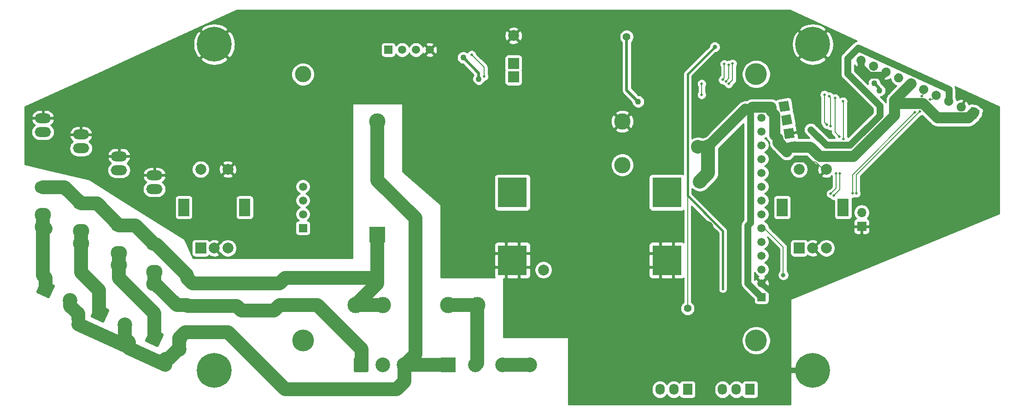
<source format=gbr>
G04 #@! TF.GenerationSoftware,KiCad,Pcbnew,5.1.9-73d0e3b20d~88~ubuntu20.04.1*
G04 #@! TF.CreationDate,2021-07-26T19:08:20+09:00*
G04 #@! TF.ProjectId,ESP32DUALDIAL,45535033-3244-4554-914c-4449414c2e6b,rev?*
G04 #@! TF.SameCoordinates,Original*
G04 #@! TF.FileFunction,Copper,L2,Bot*
G04 #@! TF.FilePolarity,Positive*
%FSLAX46Y46*%
G04 Gerber Fmt 4.6, Leading zero omitted, Abs format (unit mm)*
G04 Created by KiCad (PCBNEW 5.1.9-73d0e3b20d~88~ubuntu20.04.1) date 2021-07-26 19:08:20*
%MOMM*%
%LPD*%
G01*
G04 APERTURE LIST*
G04 #@! TA.AperFunction,ComponentPad*
%ADD10R,1.500000X1.500000*%
G04 #@! TD*
G04 #@! TA.AperFunction,ComponentPad*
%ADD11C,1.500000*%
G04 #@! TD*
G04 #@! TA.AperFunction,ComponentPad*
%ADD12C,4.000000*%
G04 #@! TD*
G04 #@! TA.AperFunction,ComponentPad*
%ADD13C,3.000000*%
G04 #@! TD*
G04 #@! TA.AperFunction,ComponentPad*
%ADD14R,2.000000X2.000000*%
G04 #@! TD*
G04 #@! TA.AperFunction,ComponentPad*
%ADD15C,2.000000*%
G04 #@! TD*
G04 #@! TA.AperFunction,ComponentPad*
%ADD16O,3.000000X2.600000*%
G04 #@! TD*
G04 #@! TA.AperFunction,ComponentPad*
%ADD17O,3.000000X2.200000*%
G04 #@! TD*
G04 #@! TA.AperFunction,ComponentPad*
%ADD18O,3.000000X1.800000*%
G04 #@! TD*
G04 #@! TA.AperFunction,ComponentPad*
%ADD19R,3.000000X3.000000*%
G04 #@! TD*
G04 #@! TA.AperFunction,ComponentPad*
%ADD20R,2.000000X3.200000*%
G04 #@! TD*
G04 #@! TA.AperFunction,ComponentPad*
%ADD21C,0.100000*%
G04 #@! TD*
G04 #@! TA.AperFunction,ComponentPad*
%ADD22C,6.400000*%
G04 #@! TD*
G04 #@! TA.AperFunction,ComponentPad*
%ADD23R,2.700000X2.700000*%
G04 #@! TD*
G04 #@! TA.AperFunction,ComponentPad*
%ADD24C,2.700000*%
G04 #@! TD*
G04 #@! TA.AperFunction,ComponentPad*
%ADD25R,1.730000X2.030000*%
G04 #@! TD*
G04 #@! TA.AperFunction,ComponentPad*
%ADD26O,1.730000X2.030000*%
G04 #@! TD*
G04 #@! TA.AperFunction,ComponentPad*
%ADD27R,1.700000X1.700000*%
G04 #@! TD*
G04 #@! TA.AperFunction,ComponentPad*
%ADD28O,1.700000X1.700000*%
G04 #@! TD*
G04 #@! TA.AperFunction,ViaPad*
%ADD29C,1.100000*%
G04 #@! TD*
G04 #@! TA.AperFunction,ViaPad*
%ADD30C,2.540000*%
G04 #@! TD*
G04 #@! TA.AperFunction,ViaPad*
%ADD31C,1.399540*%
G04 #@! TD*
G04 #@! TA.AperFunction,ViaPad*
%ADD32C,0.500000*%
G04 #@! TD*
G04 #@! TA.AperFunction,ViaPad*
%ADD33C,0.800000*%
G04 #@! TD*
G04 #@! TA.AperFunction,Conductor*
%ADD34C,2.000000*%
G04 #@! TD*
G04 #@! TA.AperFunction,Conductor*
%ADD35C,1.016000*%
G04 #@! TD*
G04 #@! TA.AperFunction,Conductor*
%ADD36C,1.270000*%
G04 #@! TD*
G04 #@! TA.AperFunction,Conductor*
%ADD37C,0.203200*%
G04 #@! TD*
G04 #@! TA.AperFunction,Conductor*
%ADD38C,0.508000*%
G04 #@! TD*
G04 #@! TA.AperFunction,Conductor*
%ADD39C,2.540000*%
G04 #@! TD*
G04 #@! TA.AperFunction,Conductor*
%ADD40C,0.381000*%
G04 #@! TD*
G04 #@! TA.AperFunction,Conductor*
%ADD41C,0.254000*%
G04 #@! TD*
G04 #@! TA.AperFunction,Conductor*
%ADD42C,0.100000*%
G04 #@! TD*
G04 APERTURE END LIST*
D10*
X160600000Y-126501000D03*
D11*
X160600000Y-123961000D03*
X160600000Y-121421000D03*
X160600000Y-118881000D03*
X160600000Y-116341000D03*
X160600000Y-113801000D03*
X160600000Y-111261000D03*
X160600000Y-108721000D03*
X160600000Y-106181000D03*
D12*
X159600000Y-134500000D03*
X159600000Y-85500000D03*
X76300000Y-134500000D03*
D13*
X76300000Y-85500000D03*
D11*
X160600000Y-98561000D03*
X160600000Y-101101000D03*
X160600000Y-103641000D03*
X160600000Y-96021000D03*
X160600000Y-93481000D03*
X76300000Y-111261000D03*
D10*
X76300000Y-113801000D03*
D11*
X76300000Y-108721000D03*
X76300000Y-106181000D03*
D14*
X115000000Y-86000000D03*
D15*
X115000000Y-78400000D03*
D14*
X115000000Y-83500000D03*
D16*
X49000000Y-121880000D03*
D17*
X49000000Y-116800000D03*
D18*
X49000000Y-106640000D03*
X49000000Y-104100000D03*
D16*
X49000000Y-124100000D03*
X42500000Y-118380000D03*
D17*
X42500000Y-113300000D03*
D18*
X42500000Y-103140000D03*
X42500000Y-100600000D03*
D16*
X42500000Y-120600000D03*
X35500000Y-114380000D03*
D17*
X35500000Y-109300000D03*
D18*
X35500000Y-99140000D03*
X35500000Y-96600000D03*
D16*
X35500000Y-116600000D03*
X28500000Y-113600000D03*
D18*
X28500000Y-93600000D03*
X28500000Y-96140000D03*
D17*
X28500000Y-106300000D03*
D16*
X28500000Y-111380000D03*
D13*
X135000000Y-94200000D03*
X90000000Y-94200000D03*
X135000000Y-102200000D03*
D19*
X90000000Y-115000000D03*
D15*
X172500000Y-103000000D03*
X167500000Y-103000000D03*
D20*
X175600000Y-110000000D03*
X164400000Y-110000000D03*
D15*
X172500000Y-117500000D03*
X170000000Y-117500000D03*
D14*
X167500000Y-117500000D03*
X57500000Y-117500000D03*
D15*
X60000000Y-117500000D03*
X62500000Y-117500000D03*
D20*
X54400000Y-110000000D03*
X65600000Y-110000000D03*
D15*
X57500000Y-103000000D03*
X62500000Y-103000000D03*
D10*
X92000000Y-81000000D03*
D11*
X94540000Y-81000000D03*
X97080000Y-81000000D03*
X99620000Y-81000000D03*
G04 #@! TA.AperFunction,ComponentPad*
G36*
G01*
X178526622Y-83721852D02*
X178526622Y-83721852D01*
G75*
G02*
X178115486Y-82592264I359226J770362D01*
G01*
X178115486Y-82592264D01*
G75*
G02*
X179245074Y-82181128I770362J-359226D01*
G01*
X179245074Y-82181128D01*
G75*
G02*
X179656210Y-83310716I-359226J-770362D01*
G01*
X179656210Y-83310716D01*
G75*
G02*
X178526622Y-83721852I-770362J359226D01*
G01*
G37*
G04 #@! TD.AperFunction*
G04 #@! TA.AperFunction,ComponentPad*
G36*
G01*
X180828644Y-84795302D02*
X180828644Y-84795302D01*
G75*
G02*
X180417508Y-83665714I359226J770362D01*
G01*
X180417508Y-83665714D01*
G75*
G02*
X181547096Y-83254578I770362J-359226D01*
G01*
X181547096Y-83254578D01*
G75*
G02*
X181958232Y-84384166I-359226J-770362D01*
G01*
X181958232Y-84384166D01*
G75*
G02*
X180828644Y-84795302I-770362J359226D01*
G01*
G37*
G04 #@! TD.AperFunction*
G04 #@! TA.AperFunction,ComponentPad*
G36*
G01*
X183130666Y-85868752D02*
X183130666Y-85868752D01*
G75*
G02*
X182719530Y-84739164I359226J770362D01*
G01*
X182719530Y-84739164D01*
G75*
G02*
X183849118Y-84328028I770362J-359226D01*
G01*
X183849118Y-84328028D01*
G75*
G02*
X184260254Y-85457616I-359226J-770362D01*
G01*
X184260254Y-85457616D01*
G75*
G02*
X183130666Y-85868752I-770362J359226D01*
G01*
G37*
G04 #@! TD.AperFunction*
G04 #@! TA.AperFunction,ComponentPad*
G36*
G01*
X185432687Y-86942203D02*
X185432687Y-86942203D01*
G75*
G02*
X185021551Y-85812615I359226J770362D01*
G01*
X185021551Y-85812615D01*
G75*
G02*
X186151139Y-85401479I770362J-359226D01*
G01*
X186151139Y-85401479D01*
G75*
G02*
X186562275Y-86531067I-359226J-770362D01*
G01*
X186562275Y-86531067D01*
G75*
G02*
X185432687Y-86942203I-770362J359226D01*
G01*
G37*
G04 #@! TD.AperFunction*
G04 #@! TA.AperFunction,ComponentPad*
G36*
G01*
X187734709Y-88015653D02*
X187734709Y-88015653D01*
G75*
G02*
X187323573Y-86886065I359226J770362D01*
G01*
X187323573Y-86886065D01*
G75*
G02*
X188453161Y-86474929I770362J-359226D01*
G01*
X188453161Y-86474929D01*
G75*
G02*
X188864297Y-87604517I-359226J-770362D01*
G01*
X188864297Y-87604517D01*
G75*
G02*
X187734709Y-88015653I-770362J359226D01*
G01*
G37*
G04 #@! TD.AperFunction*
G04 #@! TA.AperFunction,ComponentPad*
G36*
G01*
X190036731Y-89089103D02*
X190036731Y-89089103D01*
G75*
G02*
X189625595Y-87959515I359226J770362D01*
G01*
X189625595Y-87959515D01*
G75*
G02*
X190755183Y-87548379I770362J-359226D01*
G01*
X190755183Y-87548379D01*
G75*
G02*
X191166319Y-88677967I-359226J-770362D01*
G01*
X191166319Y-88677967D01*
G75*
G02*
X190036731Y-89089103I-770362J359226D01*
G01*
G37*
G04 #@! TD.AperFunction*
G04 #@! TA.AperFunction,ComponentPad*
G36*
G01*
X192338753Y-90162554D02*
X192338753Y-90162554D01*
G75*
G02*
X191927617Y-89032966I359226J770362D01*
G01*
X191927617Y-89032966D01*
G75*
G02*
X193057205Y-88621830I770362J-359226D01*
G01*
X193057205Y-88621830D01*
G75*
G02*
X193468341Y-89751418I-359226J-770362D01*
G01*
X193468341Y-89751418D01*
G75*
G02*
X192338753Y-90162554I-770362J359226D01*
G01*
G37*
G04 #@! TD.AperFunction*
G04 #@! TA.AperFunction,ComponentPad*
G36*
G01*
X194640774Y-91236004D02*
X194640774Y-91236004D01*
G75*
G02*
X194229638Y-90106416I359226J770362D01*
G01*
X194229638Y-90106416D01*
G75*
G02*
X195359226Y-89695280I770362J-359226D01*
G01*
X195359226Y-89695280D01*
G75*
G02*
X195770362Y-90824868I-359226J-770362D01*
G01*
X195770362Y-90824868D01*
G75*
G02*
X194640774Y-91236004I-770362J359226D01*
G01*
G37*
G04 #@! TD.AperFunction*
G04 #@! TA.AperFunction,ComponentPad*
G36*
G01*
X196942796Y-92309455D02*
X196942796Y-92309455D01*
G75*
G02*
X196531660Y-91179867I359226J770362D01*
G01*
X196531660Y-91179867D01*
G75*
G02*
X197661248Y-90768731I770362J-359226D01*
G01*
X197661248Y-90768731D01*
G75*
G02*
X198072384Y-91898319I-359226J-770362D01*
G01*
X198072384Y-91898319D01*
G75*
G02*
X196942796Y-92309455I-770362J359226D01*
G01*
G37*
G04 #@! TD.AperFunction*
G04 #@! TA.AperFunction,ComponentPad*
D21*
G36*
X200015180Y-93742130D02*
G01*
X198474457Y-93023679D01*
X199192908Y-91482956D01*
X200733631Y-92201407D01*
X200015180Y-93742130D01*
G37*
G04 #@! TD.AperFunction*
D22*
X60000000Y-140000000D03*
X170000000Y-80000000D03*
X170000000Y-140000000D03*
X60000000Y-80000000D03*
G04 #@! TA.AperFunction,ComponentPad*
D21*
G36*
X166836703Y-97853240D02*
G01*
X167149269Y-99625894D01*
X165376615Y-99938460D01*
X165064049Y-98165806D01*
X166836703Y-97853240D01*
G37*
G04 #@! TD.AperFunction*
G04 #@! TA.AperFunction,ComponentPad*
G36*
X166395636Y-95351828D02*
G01*
X166708202Y-97124482D01*
X164935548Y-97437048D01*
X164622982Y-95664394D01*
X166395636Y-95351828D01*
G37*
G04 #@! TD.AperFunction*
G04 #@! TA.AperFunction,ComponentPad*
G36*
X165954570Y-92850416D02*
G01*
X166267136Y-94623070D01*
X164494482Y-94935636D01*
X164181916Y-93162982D01*
X165954570Y-92850416D01*
G37*
G04 #@! TD.AperFunction*
G04 #@! TA.AperFunction,ComponentPad*
G36*
X165513504Y-90349005D02*
G01*
X165826070Y-92121659D01*
X164053416Y-92434225D01*
X163740850Y-90661571D01*
X165513504Y-90349005D01*
G37*
G04 #@! TD.AperFunction*
D13*
X86000000Y-128000000D03*
X108300000Y-128000000D03*
X91000000Y-128000000D03*
X103000000Y-128000000D03*
D23*
X103000000Y-139000000D03*
D24*
X108000000Y-139000000D03*
X113000000Y-139000000D03*
X118000000Y-139000000D03*
G04 #@! TA.AperFunction,ComponentPad*
G36*
G01*
X85650000Y-140099999D02*
X85650000Y-137900001D01*
G75*
G02*
X85900001Y-137650000I250001J0D01*
G01*
X88099999Y-137650000D01*
G75*
G02*
X88350000Y-137900001I0J-250001D01*
G01*
X88350000Y-140099999D01*
G75*
G02*
X88099999Y-140350000I-250001J0D01*
G01*
X85900001Y-140350000D01*
G75*
G02*
X85650000Y-140099999I0J250001D01*
G01*
G37*
G04 #@! TD.AperFunction*
X90960000Y-139000000D03*
X94920000Y-139000000D03*
G04 #@! TA.AperFunction,ComponentPad*
G36*
G01*
X47311605Y-134426403D02*
X48241364Y-132432528D01*
G75*
G02*
X48573597Y-132311605I226578J-105655D01*
G01*
X50567472Y-133241364D01*
G75*
G02*
X50688395Y-133573597I-105655J-226578D01*
G01*
X49758636Y-135567472D01*
G75*
G02*
X49426403Y-135688395I-226578J105655D01*
G01*
X47432528Y-134758636D01*
G75*
G02*
X47311605Y-134426403I105655J226578D01*
G01*
G37*
G04 #@! TD.AperFunction*
X53531539Y-136113091D03*
G04 #@! TA.AperFunction,ComponentPad*
G36*
G01*
X37311605Y-129926403D02*
X38241364Y-127932528D01*
G75*
G02*
X38573597Y-127811605I226578J-105655D01*
G01*
X40567472Y-128741364D01*
G75*
G02*
X40688395Y-129073597I-105655J-226578D01*
G01*
X39758636Y-131067472D01*
G75*
G02*
X39426403Y-131188395I-226578J105655D01*
G01*
X37432528Y-130258636D01*
G75*
G02*
X37311605Y-129926403I105655J226578D01*
G01*
G37*
G04 #@! TD.AperFunction*
X43531539Y-131613091D03*
G04 #@! TA.AperFunction,ComponentPad*
G36*
G01*
X27311605Y-125426403D02*
X28241364Y-123432528D01*
G75*
G02*
X28573597Y-123311605I226578J-105655D01*
G01*
X30567472Y-124241364D01*
G75*
G02*
X30688395Y-124573597I-105655J-226578D01*
G01*
X29758636Y-126567472D01*
G75*
G02*
X29426403Y-126688395I-226578J105655D01*
G01*
X27432528Y-125758636D01*
G75*
G02*
X27311605Y-125426403I105655J226578D01*
G01*
G37*
G04 #@! TD.AperFunction*
X33531539Y-127113091D03*
D19*
X116000000Y-108540000D03*
X116000000Y-106000000D03*
X113600000Y-108540000D03*
X113600000Y-106000000D03*
X144400000Y-108540000D03*
X142000000Y-108540000D03*
X144400000Y-106000000D03*
X142000000Y-106000000D03*
X144400000Y-118460000D03*
X113600000Y-121000000D03*
X144400000Y-121000000D03*
X142000000Y-121000000D03*
X142000000Y-118460000D03*
X113600000Y-118460000D03*
X116000000Y-121000000D03*
X116000000Y-118460000D03*
D15*
X120500000Y-121500000D03*
D25*
X158500000Y-143500000D03*
D26*
X155960000Y-143500000D03*
X153420000Y-143500000D03*
X141920000Y-143500000D03*
X144460000Y-143500000D03*
D25*
X147000000Y-143500000D03*
D27*
X179000000Y-113500000D03*
D28*
X179000000Y-110960000D03*
D29*
X190000000Y-99600000D03*
X192000000Y-99000000D03*
X193800000Y-98200000D03*
X202629010Y-99970990D03*
D30*
X112100000Y-97300000D03*
D29*
X164050000Y-101650000D03*
X162650000Y-100050000D03*
D30*
X150500000Y-113750000D03*
X186500000Y-107000000D03*
X188000000Y-111000000D03*
X194500000Y-111500000D03*
X197500000Y-106500000D03*
D31*
X134450000Y-86150000D03*
D30*
X148919000Y-98881000D03*
D29*
X105790602Y-82454124D03*
X182277369Y-88489647D03*
X181317135Y-87129862D03*
D30*
X149250000Y-105250000D03*
D29*
X108635774Y-86364341D03*
D32*
X178015861Y-107397093D03*
X191547117Y-90127613D03*
X189681111Y-92313523D03*
D33*
X164600000Y-122450000D03*
D29*
X169650000Y-95700000D03*
D32*
X190007776Y-89513512D03*
X177309918Y-107422245D03*
X188794541Y-92496075D03*
X172150000Y-89250000D03*
X172566238Y-94770771D03*
D29*
X137924792Y-90545988D03*
D31*
X135800000Y-78600000D03*
D32*
X174306683Y-103748390D03*
X173317164Y-107491249D03*
X174965456Y-103748390D03*
X173859129Y-107850121D03*
D33*
X152000000Y-80500000D03*
D31*
X147000000Y-128600000D03*
D32*
X109600000Y-85900004D03*
X107300000Y-81900000D03*
X173000000Y-89550000D03*
X173275891Y-95033718D03*
X175650000Y-97400000D03*
X175576267Y-90498390D03*
X174900000Y-96950000D03*
X174103887Y-89894503D03*
X153453852Y-86529811D03*
X153750775Y-83646117D03*
X154048659Y-86791957D03*
X154589360Y-83740367D03*
X155266208Y-83525380D03*
X154570791Y-87279206D03*
X149600002Y-89300000D03*
X149599998Y-87237155D03*
D34*
X170000000Y-139520000D02*
X170000000Y-140000000D01*
D35*
X161731999Y-125092999D02*
X161876401Y-125092999D01*
X160600000Y-123961000D02*
X161731999Y-125092999D01*
X170000000Y-140000000D02*
X165908000Y-140000000D01*
X163933701Y-138025701D02*
X163933701Y-127150299D01*
X165908000Y-140000000D02*
X163933701Y-138025701D01*
X161876401Y-125092999D02*
X163933701Y-127150299D01*
D36*
X162650000Y-100250000D02*
X164050000Y-101650000D01*
X162650000Y-100050000D02*
X162650000Y-100250000D01*
D37*
X171905569Y-103000000D02*
X172500000Y-103000000D01*
X164050000Y-101650000D02*
X170555569Y-101650000D01*
X170555569Y-101650000D02*
X171905569Y-103000000D01*
D36*
X178885848Y-84142720D02*
X178885848Y-82951490D01*
X180403069Y-85659941D02*
X178885848Y-84142720D01*
X182928341Y-85659941D02*
X180403069Y-85659941D01*
X183489892Y-85098390D02*
X182928341Y-85659941D01*
D34*
X185044613Y-90294613D02*
X188093935Y-87245291D01*
D36*
X166106659Y-98895850D02*
X165192776Y-98895850D01*
X158545999Y-91945999D02*
X157654001Y-91945999D01*
D34*
X150800000Y-98800000D02*
X157654001Y-91945999D01*
X149000000Y-98800000D02*
X150800000Y-98800000D01*
X158910999Y-91580999D02*
X162330999Y-91580999D01*
X158545999Y-91945999D02*
X158910999Y-91580999D01*
X163000000Y-93007171D02*
X163000000Y-96703074D01*
X162330999Y-92338170D02*
X163000000Y-93007171D01*
X162330999Y-91580999D02*
X162330999Y-92338170D01*
X163648463Y-98148463D02*
X165250000Y-99750000D01*
X163648463Y-97351537D02*
X163648463Y-98148463D01*
D36*
X165192776Y-98895850D02*
X163648463Y-97351537D01*
X163648463Y-97351537D02*
X163000000Y-96703074D01*
X158545999Y-112850199D02*
X158064999Y-113331199D01*
X158545999Y-91945999D02*
X158545999Y-112850199D01*
X158064999Y-113331199D02*
X158064999Y-123965999D01*
X158064999Y-123965999D02*
X160600000Y-126501000D01*
D34*
X185044613Y-90294613D02*
X185663522Y-90913522D01*
X190303629Y-90913522D02*
X192929201Y-93539094D01*
X185663522Y-90913522D02*
X190303629Y-90913522D01*
X192929201Y-93539094D02*
X198677493Y-93539094D01*
X198677493Y-93539094D02*
X199604044Y-92612543D01*
X171310625Y-100635011D02*
X177489375Y-100635011D01*
X166106659Y-98895850D02*
X169571464Y-98895850D01*
X169571464Y-98895850D02*
X171310625Y-100635011D01*
X177489375Y-100635011D02*
X185044613Y-93079773D01*
X185044613Y-93079773D02*
X185044613Y-90294613D01*
D38*
X182277369Y-88090096D02*
X182277369Y-88489647D01*
X181317135Y-87129862D02*
X182277369Y-88090096D01*
D39*
X150800000Y-98800000D02*
X150800000Y-103700000D01*
X150800000Y-103700000D02*
X149250000Y-105250000D01*
D40*
X144400000Y-106000000D02*
X142000000Y-106000000D01*
X142000000Y-106000000D02*
X142000000Y-108540000D01*
X142000000Y-108540000D02*
X144400000Y-108540000D01*
D38*
X105790602Y-82454124D02*
X108635774Y-85299296D01*
X108635774Y-85299296D02*
X108635774Y-86364341D01*
D37*
X191962558Y-90127613D02*
X191547117Y-90127613D01*
X192697979Y-89392192D02*
X191962558Y-90127613D01*
X178015861Y-107397093D02*
X178015861Y-103984139D01*
X189681111Y-92318889D02*
X189681111Y-92313523D01*
X178015861Y-103984139D02*
X189681111Y-92318889D01*
X164600000Y-122450000D02*
X164600000Y-117350000D01*
X161051000Y-113801000D02*
X160600000Y-113801000D01*
X164600000Y-117350000D02*
X161051000Y-113801000D01*
D36*
X195000000Y-90465642D02*
X195000000Y-88250000D01*
X178371428Y-80628572D02*
X176400000Y-82600000D01*
X195000000Y-88250000D02*
X178371428Y-80628572D01*
X176400000Y-82600000D02*
X176400000Y-85400000D01*
X176400000Y-85400000D02*
X182300000Y-91300000D01*
X182300000Y-91300000D02*
X182300000Y-93100000D01*
X182300000Y-93100000D02*
X176850000Y-98550000D01*
X172500000Y-98550000D02*
X169650000Y-95700000D01*
X176850000Y-98550000D02*
X172500000Y-98550000D01*
D40*
X116000000Y-108540000D02*
X113600000Y-108540000D01*
X113600000Y-108540000D02*
X113600000Y-106000000D01*
X113600000Y-106000000D02*
X116000000Y-106000000D01*
X116000000Y-106000000D02*
X116000000Y-108540000D01*
D39*
X108300000Y-128000000D02*
X103000000Y-128000000D01*
X108040008Y-138959992D02*
X108000000Y-138959992D01*
X108300000Y-138700000D02*
X108040008Y-138959992D01*
X108300000Y-128000000D02*
X108300000Y-138700000D01*
D37*
X190395957Y-88318741D02*
X190395957Y-89125331D01*
X190395957Y-89125331D02*
X190007776Y-89513512D01*
X177309918Y-107422245D02*
X177309918Y-103980698D01*
X177309918Y-103980698D02*
X188794541Y-92496075D01*
X172150000Y-89250000D02*
X172150000Y-94354533D01*
X172150000Y-94354533D02*
X172566238Y-94770771D01*
D39*
X53120000Y-128000000D02*
X49000000Y-123880000D01*
X87080000Y-136080000D02*
X79000000Y-128000000D01*
X87080000Y-139000000D02*
X87080000Y-136080000D01*
X72000000Y-128000000D02*
X71000000Y-129000000D01*
X79000000Y-128000000D02*
X72000000Y-128000000D01*
X55000000Y-128000000D02*
X55111375Y-128111375D01*
X53120000Y-128000000D02*
X55000000Y-128000000D01*
X71000000Y-129000000D02*
X65000000Y-129000000D01*
X64111375Y-128111375D02*
X55111375Y-128111375D01*
X65000000Y-129000000D02*
X64111375Y-128111375D01*
X49000000Y-121880000D02*
X49000000Y-124100000D01*
X42500000Y-123000000D02*
X42500000Y-118380000D01*
X49000000Y-129500000D02*
X42500000Y-123000000D01*
X49000000Y-134000000D02*
X49000000Y-129500000D01*
D38*
X135800000Y-88421196D02*
X137924792Y-90545988D01*
X135800000Y-78800000D02*
X135800000Y-88421196D01*
X135800000Y-78800000D02*
X135800000Y-78600000D01*
D34*
X53619398Y-133913417D02*
X54006003Y-134300022D01*
D39*
X90000000Y-94200000D02*
X90000000Y-105000000D01*
X90000000Y-105000000D02*
X97000000Y-112000000D01*
X97000000Y-137000000D02*
X95000000Y-139000000D01*
X97000000Y-112000000D02*
X97000000Y-137000000D01*
X43531539Y-134031539D02*
X44302325Y-134802325D01*
X44302325Y-135902325D02*
X51000000Y-139000000D01*
X35000000Y-131500000D02*
X44302325Y-135802325D01*
X51000000Y-137900000D02*
X51600000Y-137900000D01*
X53531539Y-135968461D02*
X53531539Y-134113091D01*
X51600000Y-137900000D02*
X53531539Y-135968461D01*
X35000000Y-129600000D02*
X33531539Y-128131539D01*
X35000000Y-130500000D02*
X35000000Y-129600000D01*
X103000000Y-139000000D02*
X95000000Y-139000000D01*
X95000000Y-142000000D02*
X95000000Y-139000000D01*
X93500000Y-143500000D02*
X95000000Y-142000000D01*
X73000000Y-143500000D02*
X93500000Y-143500000D01*
X62500000Y-133000000D02*
X73000000Y-143500000D01*
X54644630Y-133000000D02*
X62500000Y-133000000D01*
X53531539Y-134113091D02*
X54644630Y-133000000D01*
X33531539Y-127113091D02*
X33531539Y-128131539D01*
X43531539Y-131613091D02*
X43531539Y-134031539D01*
X53531539Y-136113091D02*
X53531539Y-135968461D01*
D37*
X174306683Y-106501730D02*
X173317164Y-107491249D01*
X174306683Y-103748390D02*
X174306683Y-106501730D01*
X174965456Y-106743794D02*
X173859129Y-107850121D01*
X174965456Y-103748390D02*
X174965456Y-106743794D01*
D40*
X147000000Y-107866458D02*
X147000000Y-85500000D01*
X153500000Y-114366458D02*
X147000000Y-107866458D01*
X153500000Y-125000000D02*
X153500000Y-114366458D01*
X147000000Y-85500000D02*
X152000000Y-80500000D01*
D37*
X147000000Y-107866458D02*
X147000000Y-128600000D01*
D39*
X113000000Y-139000000D02*
X118000000Y-139000000D01*
X35500000Y-114380000D02*
X35500000Y-116600000D01*
X35500000Y-122000000D02*
X35500000Y-116380000D01*
X38800000Y-125300000D02*
X35500000Y-122000000D01*
X38800000Y-129300000D02*
X38800000Y-125300000D01*
X39000000Y-129500000D02*
X38800000Y-129300000D01*
X28500000Y-111380000D02*
X28500000Y-113600000D01*
X29000000Y-123000000D02*
X29000000Y-125000000D01*
X28500000Y-122500000D02*
X29000000Y-123000000D01*
X28500000Y-114380000D02*
X28500000Y-122500000D01*
X29000000Y-113880000D02*
X28500000Y-114380000D01*
X91000000Y-128000000D02*
X86000000Y-128000000D01*
X90000000Y-124000000D02*
X86000000Y-128000000D01*
X90000000Y-115000000D02*
X90000000Y-124000000D01*
X32500000Y-106300000D02*
X35500000Y-109300000D01*
X28500000Y-106300000D02*
X32500000Y-106300000D01*
X38500000Y-109300000D02*
X42500000Y-113300000D01*
X35500000Y-109300000D02*
X38500000Y-109300000D01*
X89000000Y-123000000D02*
X90000000Y-124000000D01*
X73000000Y-123000000D02*
X89000000Y-123000000D01*
X56000000Y-124000000D02*
X72000000Y-124000000D01*
X55000000Y-123000000D02*
X56000000Y-124000000D01*
X72000000Y-124000000D02*
X73000000Y-123000000D01*
X55000000Y-122500000D02*
X55000000Y-123000000D01*
X49300000Y-116800000D02*
X55000000Y-122500000D01*
X49000000Y-116800000D02*
X49300000Y-116800000D01*
X45500000Y-113300000D02*
X49000000Y-116800000D01*
X42500000Y-113300000D02*
X45500000Y-113300000D01*
D37*
X109600000Y-85900004D02*
X109600000Y-84200000D01*
X109600000Y-84200000D02*
X107300000Y-81900000D01*
X173275891Y-89825891D02*
X173275891Y-95033718D01*
X173000000Y-89550000D02*
X173275891Y-89825891D01*
X175650000Y-97400000D02*
X175650000Y-90572123D01*
X175650000Y-90572123D02*
X175576267Y-90498390D01*
X174103887Y-96153887D02*
X174103887Y-89894503D01*
X174900000Y-96950000D02*
X174103887Y-96153887D01*
X153453852Y-86529811D02*
X153750775Y-86232888D01*
X153750775Y-86232888D02*
X153750775Y-83646117D01*
X154589360Y-86251256D02*
X154589360Y-83740367D01*
X154048659Y-86791957D02*
X154589360Y-86251256D01*
X155266208Y-86583789D02*
X154570791Y-87279206D01*
X155266208Y-83525380D02*
X155266208Y-86583789D01*
X149599998Y-89299996D02*
X149600002Y-89300000D01*
X149599998Y-87237155D02*
X149599998Y-89299996D01*
D41*
X178086456Y-79387872D02*
X178025294Y-79406426D01*
X177927092Y-79432283D01*
X177905769Y-79442684D01*
X177883068Y-79449570D01*
X177793512Y-79497439D01*
X177702246Y-79541955D01*
X177683364Y-79556314D01*
X177662440Y-79567498D01*
X177583938Y-79631922D01*
X177503115Y-79693385D01*
X177445971Y-79757978D01*
X175546091Y-81657859D01*
X175497630Y-81697630D01*
X175338925Y-81891013D01*
X175220997Y-82111642D01*
X175148377Y-82351038D01*
X175130000Y-82537621D01*
X175130000Y-82537627D01*
X175123857Y-82600000D01*
X175130000Y-82662373D01*
X175130001Y-85337618D01*
X175123857Y-85400000D01*
X175148377Y-85648963D01*
X175218238Y-85879261D01*
X175220998Y-85888359D01*
X175338926Y-86108988D01*
X175497631Y-86302370D01*
X175546087Y-86342137D01*
X181030000Y-91826051D01*
X181030000Y-92573949D01*
X176489598Y-97114352D01*
X176434277Y-96980795D01*
X176386600Y-96909442D01*
X176386600Y-90854690D01*
X176427257Y-90756535D01*
X176461267Y-90585555D01*
X176461267Y-90411225D01*
X176427257Y-90240245D01*
X176360544Y-90079185D01*
X176263691Y-89934235D01*
X176140422Y-89810966D01*
X175995472Y-89714113D01*
X175834412Y-89647400D01*
X175663432Y-89613390D01*
X175489102Y-89613390D01*
X175318122Y-89647400D01*
X175157062Y-89714113D01*
X175012112Y-89810966D01*
X174988887Y-89834191D01*
X174988887Y-89807338D01*
X174954877Y-89636358D01*
X174888164Y-89475298D01*
X174791311Y-89330348D01*
X174668042Y-89207079D01*
X174523092Y-89110226D01*
X174362032Y-89043513D01*
X174191052Y-89009503D01*
X174016722Y-89009503D01*
X173845742Y-89043513D01*
X173751923Y-89082374D01*
X173687424Y-88985845D01*
X173564155Y-88862576D01*
X173419205Y-88765723D01*
X173258145Y-88699010D01*
X173087165Y-88665000D01*
X172912835Y-88665000D01*
X172832549Y-88680970D01*
X172714155Y-88562576D01*
X172569205Y-88465723D01*
X172408145Y-88399010D01*
X172237165Y-88365000D01*
X172062835Y-88365000D01*
X171891855Y-88399010D01*
X171730795Y-88465723D01*
X171585845Y-88562576D01*
X171462576Y-88685845D01*
X171365723Y-88830795D01*
X171299010Y-88991855D01*
X171265000Y-89162835D01*
X171265000Y-89337165D01*
X171299010Y-89508145D01*
X171365723Y-89669205D01*
X171413400Y-89740558D01*
X171413401Y-94318340D01*
X171409836Y-94354533D01*
X171418826Y-94445804D01*
X171424059Y-94498932D01*
X171441613Y-94556799D01*
X171465939Y-94636990D01*
X171466179Y-94637782D01*
X171472638Y-94649866D01*
X171534576Y-94765745D01*
X171573173Y-94812775D01*
X171626626Y-94877908D01*
X171654733Y-94900975D01*
X171698506Y-94944748D01*
X171715248Y-95028916D01*
X171781961Y-95189976D01*
X171878814Y-95334926D01*
X172002083Y-95458195D01*
X172147033Y-95555048D01*
X172308093Y-95621761D01*
X172479073Y-95655771D01*
X172646365Y-95655771D01*
X172711736Y-95721142D01*
X172856686Y-95817995D01*
X173017746Y-95884708D01*
X173188726Y-95918718D01*
X173363056Y-95918718D01*
X173367287Y-95917876D01*
X173367287Y-96117704D01*
X173363723Y-96153887D01*
X173367287Y-96190070D01*
X173367287Y-96190072D01*
X173377945Y-96298285D01*
X173420065Y-96437135D01*
X173488463Y-96565099D01*
X173580512Y-96677261D01*
X173608619Y-96700328D01*
X174032268Y-97123978D01*
X174049010Y-97208145D01*
X174078773Y-97280000D01*
X173026052Y-97280000D01*
X170503916Y-94757866D01*
X170358987Y-94638926D01*
X170138359Y-94520998D01*
X169898963Y-94448377D01*
X169650000Y-94423857D01*
X169401037Y-94448377D01*
X169161641Y-94520998D01*
X168941013Y-94638926D01*
X168747630Y-94797630D01*
X168588926Y-94991013D01*
X168470998Y-95211641D01*
X168398377Y-95451037D01*
X168373857Y-95700000D01*
X168398377Y-95948963D01*
X168470998Y-96188359D01*
X168588926Y-96408987D01*
X168707866Y-96553916D01*
X169414800Y-97260850D01*
X167331359Y-97260850D01*
X167346123Y-97138401D01*
X167336581Y-97013682D01*
X167226892Y-96409297D01*
X167042987Y-96280525D01*
X165812716Y-96497455D01*
X165816189Y-96517151D01*
X165566048Y-96561258D01*
X165562575Y-96541562D01*
X165542879Y-96545035D01*
X165498772Y-96294894D01*
X165518468Y-96291421D01*
X165514995Y-96271725D01*
X165765136Y-96227618D01*
X165768609Y-96247314D01*
X166998880Y-96030384D01*
X167127652Y-95846479D01*
X167024014Y-95241028D01*
X166990324Y-95120566D01*
X166933780Y-95008991D01*
X166856555Y-94910592D01*
X166841331Y-94897532D01*
X166851171Y-94880052D01*
X166890083Y-94761174D01*
X166905056Y-94636990D01*
X166895514Y-94512270D01*
X166582948Y-92739616D01*
X166549258Y-92619155D01*
X166492715Y-92507580D01*
X166415490Y-92409181D01*
X166400266Y-92396121D01*
X166410105Y-92378641D01*
X166449017Y-92259763D01*
X166463990Y-92135579D01*
X166454448Y-92010859D01*
X166141882Y-90238205D01*
X166108192Y-90117744D01*
X166051649Y-90006169D01*
X165974424Y-89907770D01*
X165879487Y-89826327D01*
X165770486Y-89764970D01*
X165651608Y-89726058D01*
X165527424Y-89711085D01*
X165402704Y-89720627D01*
X163630050Y-90033193D01*
X163509589Y-90066883D01*
X163398014Y-90123426D01*
X163299615Y-90200651D01*
X163269327Y-90235957D01*
X163243751Y-90214968D01*
X162959714Y-90063147D01*
X162651515Y-89969656D01*
X162411321Y-89945999D01*
X162330999Y-89938088D01*
X162250677Y-89945999D01*
X158991318Y-89945999D01*
X158910999Y-89938088D01*
X158830679Y-89945999D01*
X158830677Y-89945999D01*
X158590483Y-89969656D01*
X158282284Y-90063147D01*
X157998247Y-90214968D01*
X157865490Y-90323918D01*
X157654000Y-90303088D01*
X157333484Y-90334657D01*
X157025286Y-90428148D01*
X156741248Y-90579969D01*
X156554677Y-90733084D01*
X150338481Y-96949281D01*
X150067461Y-97031494D01*
X149817689Y-97165000D01*
X149754214Y-97165000D01*
X149474668Y-97049209D01*
X149106626Y-96976000D01*
X148731374Y-96976000D01*
X148363332Y-97049209D01*
X148016644Y-97192811D01*
X147825500Y-97320530D01*
X147825500Y-87149990D01*
X148714998Y-87149990D01*
X148714998Y-87324320D01*
X148749008Y-87495300D01*
X148815721Y-87656360D01*
X148863398Y-87727714D01*
X148863399Y-88809447D01*
X148815725Y-88880795D01*
X148749012Y-89041855D01*
X148715002Y-89212835D01*
X148715002Y-89387165D01*
X148749012Y-89558145D01*
X148815725Y-89719205D01*
X148912578Y-89864155D01*
X149035847Y-89987424D01*
X149180797Y-90084277D01*
X149341857Y-90150990D01*
X149512837Y-90185000D01*
X149687167Y-90185000D01*
X149858147Y-90150990D01*
X150019207Y-90084277D01*
X150164157Y-89987424D01*
X150287426Y-89864155D01*
X150384279Y-89719205D01*
X150450992Y-89558145D01*
X150485002Y-89387165D01*
X150485002Y-89212835D01*
X150450992Y-89041855D01*
X150384279Y-88880795D01*
X150336598Y-88809436D01*
X150336598Y-87727713D01*
X150384275Y-87656360D01*
X150450988Y-87495300D01*
X150484998Y-87324320D01*
X150484998Y-87149990D01*
X150450988Y-86979010D01*
X150384275Y-86817950D01*
X150287422Y-86673000D01*
X150164153Y-86549731D01*
X150019203Y-86452878D01*
X149994501Y-86442646D01*
X152568852Y-86442646D01*
X152568852Y-86616976D01*
X152602862Y-86787956D01*
X152669575Y-86949016D01*
X152766428Y-87093966D01*
X152889697Y-87217235D01*
X153034647Y-87314088D01*
X153195707Y-87380801D01*
X153366687Y-87414811D01*
X153419934Y-87414811D01*
X153484504Y-87479381D01*
X153629454Y-87576234D01*
X153757954Y-87629460D01*
X153786514Y-87698411D01*
X153883367Y-87843361D01*
X154006636Y-87966630D01*
X154151586Y-88063483D01*
X154312646Y-88130196D01*
X154483626Y-88164206D01*
X154657956Y-88164206D01*
X154828936Y-88130196D01*
X154989996Y-88063483D01*
X155134946Y-87966630D01*
X155258215Y-87843361D01*
X155355068Y-87698411D01*
X155421781Y-87537351D01*
X155438523Y-87453184D01*
X155761477Y-87130230D01*
X155789583Y-87107164D01*
X155819265Y-87070997D01*
X155866738Y-87013150D01*
X155881632Y-86995002D01*
X155950030Y-86867038D01*
X155992150Y-86728188D01*
X156002808Y-86619975D01*
X156002808Y-86619966D01*
X156006371Y-86583790D01*
X156002808Y-86547614D01*
X156002808Y-85240475D01*
X156965000Y-85240475D01*
X156965000Y-85759525D01*
X157066261Y-86268601D01*
X157264893Y-86748141D01*
X157553262Y-87179715D01*
X157920285Y-87546738D01*
X158351859Y-87835107D01*
X158831399Y-88033739D01*
X159340475Y-88135000D01*
X159859525Y-88135000D01*
X160368601Y-88033739D01*
X160848141Y-87835107D01*
X161279715Y-87546738D01*
X161646738Y-87179715D01*
X161935107Y-86748141D01*
X162133739Y-86268601D01*
X162235000Y-85759525D01*
X162235000Y-85240475D01*
X162133739Y-84731399D01*
X161935107Y-84251859D01*
X161646738Y-83820285D01*
X161279715Y-83453262D01*
X160848141Y-83164893D01*
X160368601Y-82966261D01*
X159859525Y-82865000D01*
X159340475Y-82865000D01*
X158831399Y-82966261D01*
X158351859Y-83164893D01*
X157920285Y-83453262D01*
X157553262Y-83820285D01*
X157264893Y-84251859D01*
X157066261Y-84731399D01*
X156965000Y-85240475D01*
X156002808Y-85240475D01*
X156002808Y-84015938D01*
X156050485Y-83944585D01*
X156117198Y-83783525D01*
X156151208Y-83612545D01*
X156151208Y-83438215D01*
X156117198Y-83267235D01*
X156050485Y-83106175D01*
X155953632Y-82961225D01*
X155830363Y-82837956D01*
X155685413Y-82741103D01*
X155588309Y-82700881D01*
X167478724Y-82700881D01*
X167838912Y-83190548D01*
X168502882Y-83550849D01*
X169224385Y-83774694D01*
X169975695Y-83853480D01*
X170727938Y-83784178D01*
X171452208Y-83569452D01*
X172120670Y-83217555D01*
X172161088Y-83190548D01*
X172521276Y-82700881D01*
X170000000Y-80179605D01*
X167478724Y-82700881D01*
X155588309Y-82700881D01*
X155524353Y-82674390D01*
X155353373Y-82640380D01*
X155179043Y-82640380D01*
X155008063Y-82674390D01*
X154847003Y-82741103D01*
X154702053Y-82837956D01*
X154683295Y-82856714D01*
X154676525Y-82855367D01*
X154502195Y-82855367D01*
X154331215Y-82889377D01*
X154257122Y-82920067D01*
X154169980Y-82861840D01*
X154008920Y-82795127D01*
X153837940Y-82761117D01*
X153663610Y-82761117D01*
X153492630Y-82795127D01*
X153331570Y-82861840D01*
X153186620Y-82958693D01*
X153063351Y-83081962D01*
X152966498Y-83226912D01*
X152899785Y-83387972D01*
X152865775Y-83558952D01*
X152865775Y-83733282D01*
X152899785Y-83904262D01*
X152966498Y-84065322D01*
X153014176Y-84136676D01*
X153014175Y-85759213D01*
X152889697Y-85842387D01*
X152766428Y-85965656D01*
X152669575Y-86110606D01*
X152602862Y-86271666D01*
X152568852Y-86442646D01*
X149994501Y-86442646D01*
X149858143Y-86386165D01*
X149687163Y-86352155D01*
X149512833Y-86352155D01*
X149341853Y-86386165D01*
X149180793Y-86452878D01*
X149035843Y-86549731D01*
X148912574Y-86673000D01*
X148815721Y-86817950D01*
X148749008Y-86979010D01*
X148714998Y-87149990D01*
X147825500Y-87149990D01*
X147825500Y-85841932D01*
X152140006Y-81527428D01*
X152301898Y-81495226D01*
X152490256Y-81417205D01*
X152659774Y-81303937D01*
X152803937Y-81159774D01*
X152917205Y-80990256D01*
X152995226Y-80801898D01*
X153035000Y-80601939D01*
X153035000Y-80398061D01*
X152995226Y-80198102D01*
X152917205Y-80009744D01*
X152894455Y-79975695D01*
X166146520Y-79975695D01*
X166215822Y-80727938D01*
X166430548Y-81452208D01*
X166782445Y-82120670D01*
X166809452Y-82161088D01*
X167299119Y-82521276D01*
X169820395Y-80000000D01*
X170179605Y-80000000D01*
X172700881Y-82521276D01*
X173190548Y-82161088D01*
X173550849Y-81497118D01*
X173774694Y-80775615D01*
X173853480Y-80024305D01*
X173784178Y-79272062D01*
X173569452Y-78547792D01*
X173217555Y-77879330D01*
X173190548Y-77838912D01*
X172700881Y-77478724D01*
X170179605Y-80000000D01*
X169820395Y-80000000D01*
X167299119Y-77478724D01*
X166809452Y-77838912D01*
X166449151Y-78502882D01*
X166225306Y-79224385D01*
X166146520Y-79975695D01*
X152894455Y-79975695D01*
X152803937Y-79840226D01*
X152659774Y-79696063D01*
X152490256Y-79582795D01*
X152301898Y-79504774D01*
X152101939Y-79465000D01*
X151898061Y-79465000D01*
X151698102Y-79504774D01*
X151509744Y-79582795D01*
X151340226Y-79696063D01*
X151196063Y-79840226D01*
X151082795Y-80009744D01*
X151004774Y-80198102D01*
X150972572Y-80359994D01*
X146444961Y-84887607D01*
X146413460Y-84913459D01*
X146377362Y-84957445D01*
X146310301Y-85039158D01*
X146233647Y-85182567D01*
X146186445Y-85338174D01*
X146170506Y-85500000D01*
X146174501Y-85540561D01*
X146174500Y-103926705D01*
X146144180Y-103910498D01*
X146024482Y-103874188D01*
X145900000Y-103861928D01*
X140500000Y-103861928D01*
X140375518Y-103874188D01*
X140255820Y-103910498D01*
X140145506Y-103969463D01*
X140048815Y-104048815D01*
X139969463Y-104145506D01*
X139910498Y-104255820D01*
X139874188Y-104375518D01*
X139861928Y-104500000D01*
X139861928Y-110040000D01*
X139874188Y-110164482D01*
X139910498Y-110284180D01*
X139969463Y-110394494D01*
X140048815Y-110491185D01*
X140145506Y-110570537D01*
X140255820Y-110629502D01*
X140375518Y-110665812D01*
X140500000Y-110678072D01*
X145900000Y-110678072D01*
X146024482Y-110665812D01*
X146144180Y-110629502D01*
X146254494Y-110570537D01*
X146263400Y-110563228D01*
X146263400Y-116436772D01*
X146254494Y-116429463D01*
X146144180Y-116370498D01*
X146024482Y-116334188D01*
X145900000Y-116321928D01*
X144685750Y-116325000D01*
X144527000Y-116483750D01*
X144527000Y-118333000D01*
X144547000Y-118333000D01*
X144547000Y-118587000D01*
X144527000Y-118587000D01*
X144527000Y-120873000D01*
X144547000Y-120873000D01*
X144547000Y-121127000D01*
X144527000Y-121127000D01*
X144527000Y-122976250D01*
X144685750Y-123135000D01*
X145900000Y-123138072D01*
X146024482Y-123125812D01*
X146144180Y-123089502D01*
X146254494Y-123030537D01*
X146263401Y-123023227D01*
X146263401Y-127486866D01*
X146149134Y-127563217D01*
X145963217Y-127749134D01*
X145817143Y-127967749D01*
X145716525Y-128210662D01*
X145665230Y-128468537D01*
X145665230Y-128731463D01*
X145716525Y-128989338D01*
X145817143Y-129232251D01*
X145963217Y-129450866D01*
X146149134Y-129636783D01*
X146367749Y-129782857D01*
X146610662Y-129883475D01*
X146868537Y-129934770D01*
X147131463Y-129934770D01*
X147389338Y-129883475D01*
X147632251Y-129782857D01*
X147850866Y-129636783D01*
X148036783Y-129450866D01*
X148182857Y-129232251D01*
X148283475Y-128989338D01*
X148334770Y-128731463D01*
X148334770Y-128468537D01*
X148283475Y-128210662D01*
X148182857Y-127967749D01*
X148036783Y-127749134D01*
X147850866Y-127563217D01*
X147736600Y-127486867D01*
X147736600Y-109770490D01*
X152674501Y-114708392D01*
X152674500Y-125040552D01*
X152686444Y-125161825D01*
X152733647Y-125317433D01*
X152810301Y-125460841D01*
X152913459Y-125586541D01*
X153039158Y-125689699D01*
X153182566Y-125766353D01*
X153338174Y-125813556D01*
X153500000Y-125829494D01*
X153661825Y-125813556D01*
X153817433Y-125766353D01*
X153960841Y-125689699D01*
X154086541Y-125586541D01*
X154189699Y-125460842D01*
X154266353Y-125317434D01*
X154313556Y-125161826D01*
X154325500Y-125040553D01*
X154325500Y-114407008D01*
X154329494Y-114366457D01*
X154320322Y-114273333D01*
X154313556Y-114204632D01*
X154266353Y-114049024D01*
X154261629Y-114040186D01*
X154189699Y-113905615D01*
X154112391Y-113811416D01*
X154086541Y-113779917D01*
X154055040Y-113754065D01*
X147825500Y-107524526D01*
X147825500Y-106519576D01*
X147836792Y-106530868D01*
X147896445Y-106603555D01*
X147969132Y-106663208D01*
X148035634Y-106729710D01*
X148113829Y-106781958D01*
X148186518Y-106841613D01*
X148269447Y-106885939D01*
X148347644Y-106938189D01*
X148434534Y-106974180D01*
X148517461Y-107018505D01*
X148607444Y-107045801D01*
X148694332Y-107081791D01*
X148786572Y-107100139D01*
X148876555Y-107127435D01*
X148970132Y-107136652D01*
X149062374Y-107155000D01*
X149156420Y-107155000D01*
X149250000Y-107164217D01*
X149343580Y-107155000D01*
X149437626Y-107155000D01*
X149529868Y-107136652D01*
X149623445Y-107127435D01*
X149713428Y-107100139D01*
X149805668Y-107081791D01*
X149892556Y-107045801D01*
X149982539Y-107018505D01*
X150065466Y-106974180D01*
X150152356Y-106938189D01*
X150230553Y-106885939D01*
X150313482Y-106841613D01*
X150386170Y-106781959D01*
X150464366Y-106729710D01*
X150729710Y-106464366D01*
X150729712Y-106464363D01*
X152080860Y-105113216D01*
X152153556Y-105053556D01*
X152322904Y-104847204D01*
X152391613Y-104763483D01*
X152497704Y-104565000D01*
X152568506Y-104432539D01*
X152677436Y-104073445D01*
X152705000Y-103793582D01*
X152705000Y-103793581D01*
X152714217Y-103700001D01*
X152705000Y-103606421D01*
X152705000Y-99207238D01*
X157275999Y-94636240D01*
X157276000Y-112324148D01*
X157211089Y-112389058D01*
X157162629Y-112428829D01*
X157003924Y-112622212D01*
X156885996Y-112842841D01*
X156847586Y-112969463D01*
X156815554Y-113075058D01*
X156813376Y-113082237D01*
X156794999Y-113268820D01*
X156794999Y-113268826D01*
X156788856Y-113331199D01*
X156794999Y-113393572D01*
X156795000Y-123903616D01*
X156788856Y-123965999D01*
X156813376Y-124214962D01*
X156885997Y-124454358D01*
X157003925Y-124674987D01*
X157162630Y-124868369D01*
X157211085Y-124908135D01*
X159211928Y-126908980D01*
X159211928Y-127251000D01*
X159224188Y-127375482D01*
X159260498Y-127495180D01*
X159319463Y-127605494D01*
X159398815Y-127702185D01*
X159495506Y-127781537D01*
X159605820Y-127840502D01*
X159725518Y-127876812D01*
X159850000Y-127889072D01*
X161350000Y-127889072D01*
X161474482Y-127876812D01*
X161594180Y-127840502D01*
X161704494Y-127781537D01*
X161801185Y-127702185D01*
X161880537Y-127605494D01*
X161939502Y-127495180D01*
X161975812Y-127375482D01*
X161988072Y-127251000D01*
X161988072Y-125751000D01*
X161975812Y-125626518D01*
X161939502Y-125506820D01*
X161880537Y-125396506D01*
X161801185Y-125299815D01*
X161704494Y-125220463D01*
X161594180Y-125161498D01*
X161474482Y-125125188D01*
X161350000Y-125112928D01*
X161323914Y-125112928D01*
X161377388Y-124917993D01*
X160600000Y-124140605D01*
X160585858Y-124154748D01*
X160406253Y-123975143D01*
X160420395Y-123961000D01*
X160779605Y-123961000D01*
X161556993Y-124738388D01*
X161795860Y-124672863D01*
X161911760Y-124425884D01*
X161977250Y-124161040D01*
X161989812Y-123888508D01*
X161948965Y-123618762D01*
X161856277Y-123362168D01*
X161795860Y-123249137D01*
X161556993Y-123183612D01*
X160779605Y-123961000D01*
X160420395Y-123961000D01*
X159643007Y-123183612D01*
X159404140Y-123249137D01*
X159334999Y-123396474D01*
X159334999Y-121986196D01*
X159372629Y-122077043D01*
X159524201Y-122303886D01*
X159717114Y-122496799D01*
X159943957Y-122648371D01*
X160043279Y-122689511D01*
X160001168Y-122704723D01*
X159888137Y-122765140D01*
X159822612Y-123004007D01*
X160600000Y-123781395D01*
X161377388Y-123004007D01*
X161311863Y-122765140D01*
X161153523Y-122690836D01*
X161256043Y-122648371D01*
X161482886Y-122496799D01*
X161675799Y-122303886D01*
X161827371Y-122077043D01*
X161931775Y-121824989D01*
X161985000Y-121557411D01*
X161985000Y-121284589D01*
X161931775Y-121017011D01*
X161827371Y-120764957D01*
X161675799Y-120538114D01*
X161482886Y-120345201D01*
X161256043Y-120193629D01*
X161153127Y-120151000D01*
X161256043Y-120108371D01*
X161482886Y-119956799D01*
X161675799Y-119763886D01*
X161827371Y-119537043D01*
X161931775Y-119284989D01*
X161985000Y-119017411D01*
X161985000Y-118744589D01*
X161931775Y-118477011D01*
X161827371Y-118224957D01*
X161675799Y-117998114D01*
X161482886Y-117805201D01*
X161256043Y-117653629D01*
X161153127Y-117611000D01*
X161256043Y-117568371D01*
X161482886Y-117416799D01*
X161675799Y-117223886D01*
X161827371Y-116997043D01*
X161931775Y-116744989D01*
X161985000Y-116477411D01*
X161985000Y-116204589D01*
X161931775Y-115937011D01*
X161827371Y-115684957D01*
X161694716Y-115486426D01*
X163863401Y-117655111D01*
X163863400Y-121722889D01*
X163796063Y-121790226D01*
X163682795Y-121959744D01*
X163604774Y-122148102D01*
X163565000Y-122348061D01*
X163565000Y-122551939D01*
X163604774Y-122751898D01*
X163682795Y-122940256D01*
X163796063Y-123109774D01*
X163940226Y-123253937D01*
X164109744Y-123367205D01*
X164298102Y-123445226D01*
X164498061Y-123485000D01*
X164701939Y-123485000D01*
X164901898Y-123445226D01*
X165090256Y-123367205D01*
X165259774Y-123253937D01*
X165403937Y-123109774D01*
X165517205Y-122940256D01*
X165595226Y-122751898D01*
X165635000Y-122551939D01*
X165635000Y-122348061D01*
X165595226Y-122148102D01*
X165517205Y-121959744D01*
X165403937Y-121790226D01*
X165336600Y-121722889D01*
X165336600Y-117386186D01*
X165340164Y-117350000D01*
X165325942Y-117205601D01*
X165283822Y-117066751D01*
X165215424Y-116938787D01*
X165123375Y-116826625D01*
X165095269Y-116803559D01*
X164791710Y-116500000D01*
X165861928Y-116500000D01*
X165861928Y-118500000D01*
X165874188Y-118624482D01*
X165910498Y-118744180D01*
X165969463Y-118854494D01*
X166048815Y-118951185D01*
X166145506Y-119030537D01*
X166255820Y-119089502D01*
X166375518Y-119125812D01*
X166500000Y-119138072D01*
X168500000Y-119138072D01*
X168624482Y-119125812D01*
X168744180Y-119089502D01*
X168854494Y-119030537D01*
X168951185Y-118951185D01*
X169030537Y-118854494D01*
X169085976Y-118750777D01*
X169139956Y-118899814D01*
X169429571Y-119040704D01*
X169741108Y-119122384D01*
X170062595Y-119141718D01*
X170381675Y-119097961D01*
X170686088Y-118992795D01*
X170860044Y-118899814D01*
X170955808Y-118635413D01*
X170000000Y-117679605D01*
X169985858Y-117693748D01*
X169806253Y-117514143D01*
X169820395Y-117500000D01*
X170179605Y-117500000D01*
X171135413Y-118455808D01*
X171165075Y-118445065D01*
X171230013Y-118542252D01*
X171457748Y-118769987D01*
X171725537Y-118948918D01*
X172023088Y-119072168D01*
X172338967Y-119135000D01*
X172661033Y-119135000D01*
X172976912Y-119072168D01*
X173274463Y-118948918D01*
X173542252Y-118769987D01*
X173769987Y-118542252D01*
X173948918Y-118274463D01*
X174072168Y-117976912D01*
X174135000Y-117661033D01*
X174135000Y-117338967D01*
X174072168Y-117023088D01*
X173948918Y-116725537D01*
X173769987Y-116457748D01*
X173542252Y-116230013D01*
X173274463Y-116051082D01*
X172976912Y-115927832D01*
X172661033Y-115865000D01*
X172338967Y-115865000D01*
X172023088Y-115927832D01*
X171725537Y-116051082D01*
X171457748Y-116230013D01*
X171230013Y-116457748D01*
X171165075Y-116554935D01*
X171135413Y-116544192D01*
X170179605Y-117500000D01*
X169820395Y-117500000D01*
X169806253Y-117485858D01*
X169985858Y-117306253D01*
X170000000Y-117320395D01*
X170955808Y-116364587D01*
X170860044Y-116100186D01*
X170570429Y-115959296D01*
X170258892Y-115877616D01*
X169937405Y-115858282D01*
X169618325Y-115902039D01*
X169313912Y-116007205D01*
X169139956Y-116100186D01*
X169085976Y-116249223D01*
X169030537Y-116145506D01*
X168951185Y-116048815D01*
X168854494Y-115969463D01*
X168744180Y-115910498D01*
X168624482Y-115874188D01*
X168500000Y-115861928D01*
X166500000Y-115861928D01*
X166375518Y-115874188D01*
X166255820Y-115910498D01*
X166145506Y-115969463D01*
X166048815Y-116048815D01*
X165969463Y-116145506D01*
X165910498Y-116255820D01*
X165874188Y-116375518D01*
X165861928Y-116500000D01*
X164791710Y-116500000D01*
X162641710Y-114350000D01*
X177511928Y-114350000D01*
X177524188Y-114474482D01*
X177560498Y-114594180D01*
X177619463Y-114704494D01*
X177698815Y-114801185D01*
X177795506Y-114880537D01*
X177905820Y-114939502D01*
X178025518Y-114975812D01*
X178150000Y-114988072D01*
X178714250Y-114985000D01*
X178873000Y-114826250D01*
X178873000Y-113627000D01*
X179127000Y-113627000D01*
X179127000Y-114826250D01*
X179285750Y-114985000D01*
X179850000Y-114988072D01*
X179974482Y-114975812D01*
X180094180Y-114939502D01*
X180204494Y-114880537D01*
X180301185Y-114801185D01*
X180380537Y-114704494D01*
X180439502Y-114594180D01*
X180475812Y-114474482D01*
X180488072Y-114350000D01*
X180485000Y-113785750D01*
X180326250Y-113627000D01*
X179127000Y-113627000D01*
X178873000Y-113627000D01*
X177673750Y-113627000D01*
X177515000Y-113785750D01*
X177511928Y-114350000D01*
X162641710Y-114350000D01*
X161985000Y-113693291D01*
X161985000Y-113664589D01*
X161931775Y-113397011D01*
X161827371Y-113144957D01*
X161675799Y-112918114D01*
X161482886Y-112725201D01*
X161370341Y-112650000D01*
X177511928Y-112650000D01*
X177515000Y-113214250D01*
X177673750Y-113373000D01*
X178873000Y-113373000D01*
X178873000Y-113353000D01*
X179127000Y-113353000D01*
X179127000Y-113373000D01*
X180326250Y-113373000D01*
X180485000Y-113214250D01*
X180488072Y-112650000D01*
X180475812Y-112525518D01*
X180439502Y-112405820D01*
X180380537Y-112295506D01*
X180301185Y-112198815D01*
X180204494Y-112119463D01*
X180094180Y-112060498D01*
X180021620Y-112038487D01*
X180153475Y-111906632D01*
X180315990Y-111663411D01*
X180427932Y-111393158D01*
X180485000Y-111106260D01*
X180485000Y-110813740D01*
X180427932Y-110526842D01*
X180315990Y-110256589D01*
X180153475Y-110013368D01*
X179946632Y-109806525D01*
X179703411Y-109644010D01*
X179433158Y-109532068D01*
X179146260Y-109475000D01*
X178853740Y-109475000D01*
X178566842Y-109532068D01*
X178296589Y-109644010D01*
X178053368Y-109806525D01*
X177846525Y-110013368D01*
X177684010Y-110256589D01*
X177572068Y-110526842D01*
X177515000Y-110813740D01*
X177515000Y-111106260D01*
X177572068Y-111393158D01*
X177684010Y-111663411D01*
X177846525Y-111906632D01*
X177978380Y-112038487D01*
X177905820Y-112060498D01*
X177795506Y-112119463D01*
X177698815Y-112198815D01*
X177619463Y-112295506D01*
X177560498Y-112405820D01*
X177524188Y-112525518D01*
X177511928Y-112650000D01*
X161370341Y-112650000D01*
X161256043Y-112573629D01*
X161153127Y-112531000D01*
X161256043Y-112488371D01*
X161482886Y-112336799D01*
X161675799Y-112143886D01*
X161827371Y-111917043D01*
X161931775Y-111664989D01*
X161985000Y-111397411D01*
X161985000Y-111124589D01*
X161931775Y-110857011D01*
X161827371Y-110604957D01*
X161675799Y-110378114D01*
X161482886Y-110185201D01*
X161256043Y-110033629D01*
X161153127Y-109991000D01*
X161256043Y-109948371D01*
X161482886Y-109796799D01*
X161675799Y-109603886D01*
X161827371Y-109377043D01*
X161931775Y-109124989D01*
X161985000Y-108857411D01*
X161985000Y-108584589D01*
X161948283Y-108400000D01*
X162761928Y-108400000D01*
X162761928Y-111600000D01*
X162774188Y-111724482D01*
X162810498Y-111844180D01*
X162869463Y-111954494D01*
X162948815Y-112051185D01*
X163045506Y-112130537D01*
X163155820Y-112189502D01*
X163275518Y-112225812D01*
X163400000Y-112238072D01*
X165400000Y-112238072D01*
X165524482Y-112225812D01*
X165644180Y-112189502D01*
X165754494Y-112130537D01*
X165851185Y-112051185D01*
X165930537Y-111954494D01*
X165989502Y-111844180D01*
X166025812Y-111724482D01*
X166038072Y-111600000D01*
X166038072Y-108400000D01*
X166025812Y-108275518D01*
X165989502Y-108155820D01*
X165930537Y-108045506D01*
X165851185Y-107948815D01*
X165754494Y-107869463D01*
X165644180Y-107810498D01*
X165524482Y-107774188D01*
X165400000Y-107761928D01*
X163400000Y-107761928D01*
X163275518Y-107774188D01*
X163155820Y-107810498D01*
X163045506Y-107869463D01*
X162948815Y-107948815D01*
X162869463Y-108045506D01*
X162810498Y-108155820D01*
X162774188Y-108275518D01*
X162761928Y-108400000D01*
X161948283Y-108400000D01*
X161931775Y-108317011D01*
X161827371Y-108064957D01*
X161675799Y-107838114D01*
X161482886Y-107645201D01*
X161256043Y-107493629D01*
X161153127Y-107451000D01*
X161256043Y-107408371D01*
X161482886Y-107256799D01*
X161675799Y-107063886D01*
X161827371Y-106837043D01*
X161931775Y-106584989D01*
X161985000Y-106317411D01*
X161985000Y-106044589D01*
X161931775Y-105777011D01*
X161827371Y-105524957D01*
X161675799Y-105298114D01*
X161482886Y-105105201D01*
X161256043Y-104953629D01*
X161153127Y-104911000D01*
X161256043Y-104868371D01*
X161482886Y-104716799D01*
X161675799Y-104523886D01*
X161827371Y-104297043D01*
X161931775Y-104044989D01*
X161985000Y-103777411D01*
X161985000Y-103504589D01*
X161931775Y-103237011D01*
X161827371Y-102984957D01*
X161729824Y-102838967D01*
X165865000Y-102838967D01*
X165865000Y-103161033D01*
X165927832Y-103476912D01*
X166051082Y-103774463D01*
X166230013Y-104042252D01*
X166457748Y-104269987D01*
X166725537Y-104448918D01*
X167023088Y-104572168D01*
X167338967Y-104635000D01*
X167661033Y-104635000D01*
X167976912Y-104572168D01*
X168274463Y-104448918D01*
X168542252Y-104269987D01*
X168769987Y-104042252D01*
X168948918Y-103774463D01*
X169072168Y-103476912D01*
X169135000Y-103161033D01*
X169135000Y-102838967D01*
X169072168Y-102523088D01*
X168948918Y-102225537D01*
X168769987Y-101957748D01*
X168542252Y-101730013D01*
X168274463Y-101551082D01*
X167976912Y-101427832D01*
X167661033Y-101365000D01*
X167338967Y-101365000D01*
X167023088Y-101427832D01*
X166725537Y-101551082D01*
X166457748Y-101730013D01*
X166230013Y-101957748D01*
X166051082Y-102225537D01*
X165927832Y-102523088D01*
X165865000Y-102838967D01*
X161729824Y-102838967D01*
X161675799Y-102758114D01*
X161482886Y-102565201D01*
X161256043Y-102413629D01*
X161153127Y-102371000D01*
X161256043Y-102328371D01*
X161482886Y-102176799D01*
X161675799Y-101983886D01*
X161827371Y-101757043D01*
X161931775Y-101504989D01*
X161985000Y-101237411D01*
X161985000Y-100964589D01*
X161931775Y-100697011D01*
X161827371Y-100444957D01*
X161675799Y-100218114D01*
X161482886Y-100025201D01*
X161256043Y-99873629D01*
X161153127Y-99831000D01*
X161256043Y-99788371D01*
X161482886Y-99636799D01*
X161675799Y-99443886D01*
X161827371Y-99217043D01*
X161931775Y-98964989D01*
X161985000Y-98697411D01*
X161985000Y-98424589D01*
X161931775Y-98157011D01*
X161827371Y-97904957D01*
X161675799Y-97678114D01*
X161482886Y-97485201D01*
X161256043Y-97333629D01*
X161153127Y-97291000D01*
X161256043Y-97248371D01*
X161423003Y-97136811D01*
X161482149Y-97331789D01*
X161633970Y-97615826D01*
X161838287Y-97864788D01*
X162013463Y-98008551D01*
X162013463Y-98068144D01*
X162005552Y-98148463D01*
X162013463Y-98228782D01*
X162013463Y-98228785D01*
X162037120Y-98468979D01*
X162130611Y-98777178D01*
X162282432Y-99061215D01*
X162486750Y-99310177D01*
X162549145Y-99361383D01*
X164150676Y-100962915D01*
X164337247Y-101116030D01*
X164621284Y-101267851D01*
X164929483Y-101361342D01*
X165249999Y-101392911D01*
X165570516Y-101361342D01*
X165878714Y-101267851D01*
X166162752Y-101116030D01*
X166411713Y-100911713D01*
X166616030Y-100662752D01*
X166686533Y-100530850D01*
X168894226Y-100530850D01*
X170097704Y-101734329D01*
X170148911Y-101796725D01*
X170397873Y-102001042D01*
X170681910Y-102152863D01*
X170990109Y-102246354D01*
X171045760Y-102251835D01*
X170959296Y-102429571D01*
X170877616Y-102741108D01*
X170858282Y-103062595D01*
X170902039Y-103381675D01*
X171007205Y-103686088D01*
X171100186Y-103860044D01*
X171364587Y-103955808D01*
X172320395Y-103000000D01*
X172306253Y-102985858D01*
X172485858Y-102806253D01*
X172500000Y-102820395D01*
X172514143Y-102806253D01*
X172693748Y-102985858D01*
X172679605Y-103000000D01*
X172693748Y-103014143D01*
X172514143Y-103193748D01*
X172500000Y-103179605D01*
X171544192Y-104135413D01*
X171639956Y-104399814D01*
X171929571Y-104540704D01*
X172241108Y-104622384D01*
X172562595Y-104641718D01*
X172881675Y-104597961D01*
X173186088Y-104492795D01*
X173360044Y-104399814D01*
X173455807Y-104135415D01*
X173570083Y-104249691D01*
X173570084Y-106196619D01*
X173143187Y-106623517D01*
X173059019Y-106640259D01*
X172897959Y-106706972D01*
X172753009Y-106803825D01*
X172629740Y-106927094D01*
X172532887Y-107072044D01*
X172466174Y-107233104D01*
X172432164Y-107404084D01*
X172432164Y-107578414D01*
X172466174Y-107749394D01*
X172532887Y-107910454D01*
X172629740Y-108055404D01*
X172753009Y-108178673D01*
X172897959Y-108275526D01*
X173059019Y-108342239D01*
X173133466Y-108357047D01*
X173171705Y-108414276D01*
X173294974Y-108537545D01*
X173439924Y-108634398D01*
X173600984Y-108701111D01*
X173771964Y-108735121D01*
X173946294Y-108735121D01*
X173961928Y-108732011D01*
X173961928Y-111600000D01*
X173974188Y-111724482D01*
X174010498Y-111844180D01*
X174069463Y-111954494D01*
X174148815Y-112051185D01*
X174245506Y-112130537D01*
X174355820Y-112189502D01*
X174475518Y-112225812D01*
X174600000Y-112238072D01*
X176600000Y-112238072D01*
X176724482Y-112225812D01*
X176844180Y-112189502D01*
X176954494Y-112130537D01*
X177051185Y-112051185D01*
X177130537Y-111954494D01*
X177189502Y-111844180D01*
X177225812Y-111724482D01*
X177238072Y-111600000D01*
X177238072Y-108400000D01*
X177228937Y-108307245D01*
X177397083Y-108307245D01*
X177568063Y-108273235D01*
X177693251Y-108221381D01*
X177757716Y-108248083D01*
X177928696Y-108282093D01*
X178103026Y-108282093D01*
X178274006Y-108248083D01*
X178435066Y-108181370D01*
X178580016Y-108084517D01*
X178703285Y-107961248D01*
X178800138Y-107816298D01*
X178866851Y-107655238D01*
X178900861Y-107484258D01*
X178900861Y-107309928D01*
X178866851Y-107138948D01*
X178800138Y-106977888D01*
X178752461Y-106906535D01*
X178752461Y-104289248D01*
X189861788Y-93179922D01*
X189939256Y-93164513D01*
X190100316Y-93097800D01*
X190145486Y-93067618D01*
X191716285Y-94638418D01*
X191767487Y-94700808D01*
X191829876Y-94752009D01*
X191829877Y-94752010D01*
X191849109Y-94767793D01*
X192016449Y-94905125D01*
X192177134Y-94991013D01*
X192300486Y-95056946D01*
X192608684Y-95150437D01*
X192929201Y-95182006D01*
X193009531Y-95174094D01*
X198597174Y-95174094D01*
X198677493Y-95182005D01*
X198757812Y-95174094D01*
X198757815Y-95174094D01*
X198998009Y-95150437D01*
X199306208Y-95056946D01*
X199590245Y-94905125D01*
X199839207Y-94700808D01*
X199890418Y-94638407D01*
X200171144Y-94357681D01*
X200233413Y-94341722D01*
X200346195Y-94287625D01*
X200446255Y-94212566D01*
X200529750Y-94119428D01*
X200593470Y-94011791D01*
X200660255Y-93868570D01*
X200816959Y-93711866D01*
X200970074Y-93525296D01*
X201121896Y-93241258D01*
X201215386Y-92933060D01*
X201246955Y-92612543D01*
X201246780Y-92610764D01*
X201311921Y-92471068D01*
X201353417Y-92353068D01*
X201371096Y-92229239D01*
X201364277Y-92104341D01*
X201333223Y-91983174D01*
X201279126Y-91870392D01*
X201204067Y-91770332D01*
X201110929Y-91686837D01*
X201003292Y-91623117D01*
X200847548Y-91550492D01*
X200765757Y-91450830D01*
X200516796Y-91246513D01*
X200232758Y-91094691D01*
X199924560Y-91001201D01*
X199604044Y-90969632D01*
X199602265Y-90969807D01*
X199462569Y-90904666D01*
X199344569Y-90863170D01*
X199220740Y-90845491D01*
X199095842Y-90852310D01*
X198974675Y-90883364D01*
X198861893Y-90937461D01*
X198761833Y-91012520D01*
X198705578Y-91075272D01*
X198672434Y-90967072D01*
X198534506Y-90710709D01*
X198349215Y-90486181D01*
X198234668Y-90383500D01*
X197975045Y-90396299D01*
X197470796Y-91477664D01*
X197488922Y-91486116D01*
X197381577Y-91716319D01*
X197363451Y-91707867D01*
X197354999Y-91725993D01*
X197124796Y-91618648D01*
X197133248Y-91600522D01*
X197115122Y-91592070D01*
X197222467Y-91361867D01*
X197240593Y-91370319D01*
X197744843Y-90288954D01*
X197587764Y-90081844D01*
X197435477Y-90060098D01*
X197144375Y-90062480D01*
X196859331Y-90121609D01*
X196591300Y-90235210D01*
X196482919Y-90308918D01*
X196427932Y-90032484D01*
X196315990Y-89762231D01*
X196270000Y-89693402D01*
X196270000Y-88335996D01*
X196275267Y-88297287D01*
X196270000Y-88211204D01*
X196270000Y-88187620D01*
X196266191Y-88148942D01*
X196259989Y-88047585D01*
X196253948Y-88024642D01*
X196251623Y-88001037D01*
X196222148Y-87903870D01*
X196196289Y-87805663D01*
X196185889Y-87784341D01*
X196179003Y-87761641D01*
X196162426Y-87730627D01*
X204265000Y-91470277D01*
X204265001Y-111164267D01*
X165951796Y-126882504D01*
X165929800Y-126894165D01*
X165910502Y-126909894D01*
X165894643Y-126929086D01*
X165882832Y-126951003D01*
X165875525Y-126974802D01*
X165873000Y-127000000D01*
X165873000Y-146249108D01*
X165838568Y-146265000D01*
X125127000Y-146265000D01*
X125127000Y-143276321D01*
X140420000Y-143276321D01*
X140420000Y-143723680D01*
X140441705Y-143944051D01*
X140527476Y-144226802D01*
X140666762Y-144487387D01*
X140854208Y-144715792D01*
X141082614Y-144903238D01*
X141343199Y-145042524D01*
X141625950Y-145128295D01*
X141920000Y-145157257D01*
X142214051Y-145128295D01*
X142496802Y-145042524D01*
X142757387Y-144903238D01*
X142985792Y-144715792D01*
X143173238Y-144487387D01*
X143190000Y-144456028D01*
X143206762Y-144487387D01*
X143394208Y-144715792D01*
X143622614Y-144903238D01*
X143883199Y-145042524D01*
X144165950Y-145128295D01*
X144460000Y-145157257D01*
X144754051Y-145128295D01*
X145036802Y-145042524D01*
X145297387Y-144903238D01*
X145525792Y-144715792D01*
X145530570Y-144709970D01*
X145545498Y-144759180D01*
X145604463Y-144869494D01*
X145683815Y-144966185D01*
X145780506Y-145045537D01*
X145890820Y-145104502D01*
X146010518Y-145140812D01*
X146135000Y-145153072D01*
X147865000Y-145153072D01*
X147989482Y-145140812D01*
X148109180Y-145104502D01*
X148219494Y-145045537D01*
X148316185Y-144966185D01*
X148395537Y-144869494D01*
X148454502Y-144759180D01*
X148490812Y-144639482D01*
X148503072Y-144515000D01*
X148503072Y-143276321D01*
X151920000Y-143276321D01*
X151920000Y-143723680D01*
X151941705Y-143944051D01*
X152027476Y-144226802D01*
X152166762Y-144487387D01*
X152354208Y-144715792D01*
X152582614Y-144903238D01*
X152843199Y-145042524D01*
X153125950Y-145128295D01*
X153420000Y-145157257D01*
X153714051Y-145128295D01*
X153996802Y-145042524D01*
X154257387Y-144903238D01*
X154485792Y-144715792D01*
X154673238Y-144487387D01*
X154690000Y-144456028D01*
X154706762Y-144487387D01*
X154894208Y-144715792D01*
X155122614Y-144903238D01*
X155383199Y-145042524D01*
X155665950Y-145128295D01*
X155960000Y-145157257D01*
X156254051Y-145128295D01*
X156536802Y-145042524D01*
X156797387Y-144903238D01*
X157025792Y-144715792D01*
X157030570Y-144709970D01*
X157045498Y-144759180D01*
X157104463Y-144869494D01*
X157183815Y-144966185D01*
X157280506Y-145045537D01*
X157390820Y-145104502D01*
X157510518Y-145140812D01*
X157635000Y-145153072D01*
X159365000Y-145153072D01*
X159489482Y-145140812D01*
X159609180Y-145104502D01*
X159719494Y-145045537D01*
X159816185Y-144966185D01*
X159895537Y-144869494D01*
X159954502Y-144759180D01*
X159990812Y-144639482D01*
X160003072Y-144515000D01*
X160003072Y-142485000D01*
X159990812Y-142360518D01*
X159954502Y-142240820D01*
X159895537Y-142130506D01*
X159816185Y-142033815D01*
X159719494Y-141954463D01*
X159609180Y-141895498D01*
X159489482Y-141859188D01*
X159365000Y-141846928D01*
X157635000Y-141846928D01*
X157510518Y-141859188D01*
X157390820Y-141895498D01*
X157280506Y-141954463D01*
X157183815Y-142033815D01*
X157104463Y-142130506D01*
X157045498Y-142240820D01*
X157030570Y-142290030D01*
X157025792Y-142284208D01*
X156797386Y-142096762D01*
X156536801Y-141957476D01*
X156254050Y-141871705D01*
X155960000Y-141842743D01*
X155665949Y-141871705D01*
X155383198Y-141957476D01*
X155122613Y-142096762D01*
X154894208Y-142284208D01*
X154706762Y-142512614D01*
X154690000Y-142543973D01*
X154673238Y-142512613D01*
X154485792Y-142284208D01*
X154257386Y-142096762D01*
X153996801Y-141957476D01*
X153714050Y-141871705D01*
X153420000Y-141842743D01*
X153125949Y-141871705D01*
X152843198Y-141957476D01*
X152582613Y-142096762D01*
X152354208Y-142284208D01*
X152166762Y-142512614D01*
X152027476Y-142773199D01*
X151941705Y-143055950D01*
X151920000Y-143276321D01*
X148503072Y-143276321D01*
X148503072Y-142485000D01*
X148490812Y-142360518D01*
X148454502Y-142240820D01*
X148395537Y-142130506D01*
X148316185Y-142033815D01*
X148219494Y-141954463D01*
X148109180Y-141895498D01*
X147989482Y-141859188D01*
X147865000Y-141846928D01*
X146135000Y-141846928D01*
X146010518Y-141859188D01*
X145890820Y-141895498D01*
X145780506Y-141954463D01*
X145683815Y-142033815D01*
X145604463Y-142130506D01*
X145545498Y-142240820D01*
X145530570Y-142290030D01*
X145525792Y-142284208D01*
X145297386Y-142096762D01*
X145036801Y-141957476D01*
X144754050Y-141871705D01*
X144460000Y-141842743D01*
X144165949Y-141871705D01*
X143883198Y-141957476D01*
X143622613Y-142096762D01*
X143394208Y-142284208D01*
X143206762Y-142512614D01*
X143190000Y-142543973D01*
X143173238Y-142512613D01*
X142985792Y-142284208D01*
X142757386Y-142096762D01*
X142496801Y-141957476D01*
X142214050Y-141871705D01*
X141920000Y-141842743D01*
X141625949Y-141871705D01*
X141343198Y-141957476D01*
X141082613Y-142096762D01*
X140854208Y-142284208D01*
X140666762Y-142512614D01*
X140527476Y-142773199D01*
X140441705Y-143055950D01*
X140420000Y-143276321D01*
X125127000Y-143276321D01*
X125127000Y-134240475D01*
X156965000Y-134240475D01*
X156965000Y-134759525D01*
X157066261Y-135268601D01*
X157264893Y-135748141D01*
X157553262Y-136179715D01*
X157920285Y-136546738D01*
X158351859Y-136835107D01*
X158831399Y-137033739D01*
X159340475Y-137135000D01*
X159859525Y-137135000D01*
X160368601Y-137033739D01*
X160848141Y-136835107D01*
X161279715Y-136546738D01*
X161646738Y-136179715D01*
X161935107Y-135748141D01*
X162133739Y-135268601D01*
X162235000Y-134759525D01*
X162235000Y-134240475D01*
X162133739Y-133731399D01*
X161935107Y-133251859D01*
X161646738Y-132820285D01*
X161279715Y-132453262D01*
X160848141Y-132164893D01*
X160368601Y-131966261D01*
X159859525Y-131865000D01*
X159340475Y-131865000D01*
X158831399Y-131966261D01*
X158351859Y-132164893D01*
X157920285Y-132453262D01*
X157553262Y-132820285D01*
X157264893Y-133251859D01*
X157066261Y-133731399D01*
X156965000Y-134240475D01*
X125127000Y-134240475D01*
X125127000Y-134000000D01*
X125124560Y-133975224D01*
X125117333Y-133951399D01*
X125105597Y-133929443D01*
X125089803Y-133910197D01*
X125070557Y-133894403D01*
X125048601Y-133882667D01*
X125024776Y-133875440D01*
X125000000Y-133873000D01*
X113127000Y-133873000D01*
X113127000Y-123135474D01*
X113314250Y-123135000D01*
X113473000Y-122976250D01*
X113473000Y-121127000D01*
X113727000Y-121127000D01*
X113727000Y-122976250D01*
X113885750Y-123135000D01*
X114484181Y-123136514D01*
X114500000Y-123138072D01*
X114800000Y-123137313D01*
X115100000Y-123138072D01*
X115115819Y-123136514D01*
X115714250Y-123135000D01*
X115873000Y-122976250D01*
X115873000Y-121127000D01*
X116127000Y-121127000D01*
X116127000Y-122976250D01*
X116285750Y-123135000D01*
X117500000Y-123138072D01*
X117624482Y-123125812D01*
X117744180Y-123089502D01*
X117854494Y-123030537D01*
X117951185Y-122951185D01*
X118030537Y-122854494D01*
X118089502Y-122744180D01*
X118125812Y-122624482D01*
X118138072Y-122500000D01*
X118135135Y-121338967D01*
X118865000Y-121338967D01*
X118865000Y-121661033D01*
X118927832Y-121976912D01*
X119051082Y-122274463D01*
X119230013Y-122542252D01*
X119457748Y-122769987D01*
X119725537Y-122948918D01*
X120023088Y-123072168D01*
X120338967Y-123135000D01*
X120661033Y-123135000D01*
X120976912Y-123072168D01*
X121274463Y-122948918D01*
X121542252Y-122769987D01*
X121769987Y-122542252D01*
X121798218Y-122500000D01*
X139861928Y-122500000D01*
X139874188Y-122624482D01*
X139910498Y-122744180D01*
X139969463Y-122854494D01*
X140048815Y-122951185D01*
X140145506Y-123030537D01*
X140255820Y-123089502D01*
X140375518Y-123125812D01*
X140500000Y-123138072D01*
X141714250Y-123135000D01*
X141873000Y-122976250D01*
X141873000Y-121127000D01*
X142127000Y-121127000D01*
X142127000Y-122976250D01*
X142285750Y-123135000D01*
X142884181Y-123136514D01*
X142900000Y-123138072D01*
X143200000Y-123137313D01*
X143500000Y-123138072D01*
X143515819Y-123136514D01*
X144114250Y-123135000D01*
X144273000Y-122976250D01*
X144273000Y-121127000D01*
X142127000Y-121127000D01*
X141873000Y-121127000D01*
X140023750Y-121127000D01*
X139865000Y-121285750D01*
X139861928Y-122500000D01*
X121798218Y-122500000D01*
X121948918Y-122274463D01*
X122072168Y-121976912D01*
X122135000Y-121661033D01*
X122135000Y-121338967D01*
X122072168Y-121023088D01*
X121948918Y-120725537D01*
X121769987Y-120457748D01*
X121542252Y-120230013D01*
X121274463Y-120051082D01*
X120976912Y-119927832D01*
X120661033Y-119865000D01*
X120338967Y-119865000D01*
X120023088Y-119927832D01*
X119725537Y-120051082D01*
X119457748Y-120230013D01*
X119230013Y-120457748D01*
X119051082Y-120725537D01*
X118927832Y-121023088D01*
X118865000Y-121338967D01*
X118135135Y-121338967D01*
X118135000Y-121285750D01*
X117976250Y-121127000D01*
X116127000Y-121127000D01*
X115873000Y-121127000D01*
X113727000Y-121127000D01*
X113473000Y-121127000D01*
X111623750Y-121127000D01*
X111465000Y-121285750D01*
X111461928Y-122500000D01*
X111474188Y-122624482D01*
X111510498Y-122744180D01*
X111569463Y-122854494D01*
X111584650Y-122873000D01*
X101627000Y-122873000D01*
X101627000Y-119500000D01*
X111461928Y-119500000D01*
X111462510Y-119730000D01*
X111461928Y-119960000D01*
X111463122Y-119972128D01*
X111465000Y-120714250D01*
X111623750Y-120873000D01*
X113473000Y-120873000D01*
X113473000Y-118587000D01*
X113727000Y-118587000D01*
X113727000Y-120873000D01*
X115873000Y-120873000D01*
X115873000Y-118587000D01*
X116127000Y-118587000D01*
X116127000Y-120873000D01*
X117976250Y-120873000D01*
X118135000Y-120714250D01*
X118136878Y-119972128D01*
X118138072Y-119960000D01*
X118137490Y-119730000D01*
X118138072Y-119500000D01*
X139861928Y-119500000D01*
X139862510Y-119730000D01*
X139861928Y-119960000D01*
X139863122Y-119972128D01*
X139865000Y-120714250D01*
X140023750Y-120873000D01*
X141873000Y-120873000D01*
X141873000Y-118587000D01*
X142127000Y-118587000D01*
X142127000Y-120873000D01*
X144273000Y-120873000D01*
X144273000Y-118587000D01*
X142127000Y-118587000D01*
X141873000Y-118587000D01*
X140023750Y-118587000D01*
X139865000Y-118745750D01*
X139863122Y-119487872D01*
X139861928Y-119500000D01*
X118138072Y-119500000D01*
X118136878Y-119487872D01*
X118135000Y-118745750D01*
X117976250Y-118587000D01*
X116127000Y-118587000D01*
X115873000Y-118587000D01*
X113727000Y-118587000D01*
X113473000Y-118587000D01*
X111623750Y-118587000D01*
X111465000Y-118745750D01*
X111463122Y-119487872D01*
X111461928Y-119500000D01*
X101627000Y-119500000D01*
X101627000Y-116960000D01*
X111461928Y-116960000D01*
X111465000Y-118174250D01*
X111623750Y-118333000D01*
X113473000Y-118333000D01*
X113473000Y-116483750D01*
X113727000Y-116483750D01*
X113727000Y-118333000D01*
X115873000Y-118333000D01*
X115873000Y-116483750D01*
X116127000Y-116483750D01*
X116127000Y-118333000D01*
X117976250Y-118333000D01*
X118135000Y-118174250D01*
X118138072Y-116960000D01*
X139861928Y-116960000D01*
X139865000Y-118174250D01*
X140023750Y-118333000D01*
X141873000Y-118333000D01*
X141873000Y-116483750D01*
X142127000Y-116483750D01*
X142127000Y-118333000D01*
X144273000Y-118333000D01*
X144273000Y-116483750D01*
X144114250Y-116325000D01*
X143515819Y-116323486D01*
X143500000Y-116321928D01*
X143200000Y-116322687D01*
X142900000Y-116321928D01*
X142884181Y-116323486D01*
X142285750Y-116325000D01*
X142127000Y-116483750D01*
X141873000Y-116483750D01*
X141714250Y-116325000D01*
X140500000Y-116321928D01*
X140375518Y-116334188D01*
X140255820Y-116370498D01*
X140145506Y-116429463D01*
X140048815Y-116508815D01*
X139969463Y-116605506D01*
X139910498Y-116715820D01*
X139874188Y-116835518D01*
X139861928Y-116960000D01*
X118138072Y-116960000D01*
X118125812Y-116835518D01*
X118089502Y-116715820D01*
X118030537Y-116605506D01*
X117951185Y-116508815D01*
X117854494Y-116429463D01*
X117744180Y-116370498D01*
X117624482Y-116334188D01*
X117500000Y-116321928D01*
X116285750Y-116325000D01*
X116127000Y-116483750D01*
X115873000Y-116483750D01*
X115714250Y-116325000D01*
X115115819Y-116323486D01*
X115100000Y-116321928D01*
X114800000Y-116322687D01*
X114500000Y-116321928D01*
X114484181Y-116323486D01*
X113885750Y-116325000D01*
X113727000Y-116483750D01*
X113473000Y-116483750D01*
X113314250Y-116325000D01*
X112100000Y-116321928D01*
X111975518Y-116334188D01*
X111855820Y-116370498D01*
X111745506Y-116429463D01*
X111648815Y-116508815D01*
X111569463Y-116605506D01*
X111510498Y-116715820D01*
X111474188Y-116835518D01*
X111461928Y-116960000D01*
X101627000Y-116960000D01*
X101627000Y-109500000D01*
X101624560Y-109475224D01*
X101617333Y-109451399D01*
X101605597Y-109429443D01*
X101582651Y-109403574D01*
X95861816Y-104500000D01*
X111461928Y-104500000D01*
X111461928Y-110040000D01*
X111474188Y-110164482D01*
X111510498Y-110284180D01*
X111569463Y-110394494D01*
X111648815Y-110491185D01*
X111745506Y-110570537D01*
X111855820Y-110629502D01*
X111975518Y-110665812D01*
X112100000Y-110678072D01*
X117500000Y-110678072D01*
X117624482Y-110665812D01*
X117744180Y-110629502D01*
X117854494Y-110570537D01*
X117951185Y-110491185D01*
X118030537Y-110394494D01*
X118089502Y-110284180D01*
X118125812Y-110164482D01*
X118138072Y-110040000D01*
X118138072Y-104500000D01*
X118125812Y-104375518D01*
X118089502Y-104255820D01*
X118030537Y-104145506D01*
X117951185Y-104048815D01*
X117854494Y-103969463D01*
X117744180Y-103910498D01*
X117624482Y-103874188D01*
X117500000Y-103861928D01*
X112100000Y-103861928D01*
X111975518Y-103874188D01*
X111855820Y-103910498D01*
X111745506Y-103969463D01*
X111648815Y-104048815D01*
X111569463Y-104145506D01*
X111510498Y-104255820D01*
X111474188Y-104375518D01*
X111461928Y-104500000D01*
X95861816Y-104500000D01*
X94627000Y-103441587D01*
X94627000Y-101989721D01*
X132865000Y-101989721D01*
X132865000Y-102410279D01*
X132947047Y-102822756D01*
X133107988Y-103211302D01*
X133341637Y-103560983D01*
X133639017Y-103858363D01*
X133988698Y-104092012D01*
X134377244Y-104252953D01*
X134789721Y-104335000D01*
X135210279Y-104335000D01*
X135622756Y-104252953D01*
X136011302Y-104092012D01*
X136360983Y-103858363D01*
X136658363Y-103560983D01*
X136892012Y-103211302D01*
X137052953Y-102822756D01*
X137135000Y-102410279D01*
X137135000Y-101989721D01*
X137052953Y-101577244D01*
X136892012Y-101188698D01*
X136658363Y-100839017D01*
X136360983Y-100541637D01*
X136011302Y-100307988D01*
X135622756Y-100147047D01*
X135210279Y-100065000D01*
X134789721Y-100065000D01*
X134377244Y-100147047D01*
X133988698Y-100307988D01*
X133639017Y-100541637D01*
X133341637Y-100839017D01*
X133107988Y-101188698D01*
X132947047Y-101577244D01*
X132865000Y-101989721D01*
X94627000Y-101989721D01*
X94627000Y-95691653D01*
X133687952Y-95691653D01*
X133843962Y-96007214D01*
X134218745Y-96198020D01*
X134623551Y-96312044D01*
X135042824Y-96344902D01*
X135460451Y-96295334D01*
X135860383Y-96165243D01*
X136156038Y-96007214D01*
X136312048Y-95691653D01*
X135000000Y-94379605D01*
X133687952Y-95691653D01*
X94627000Y-95691653D01*
X94627000Y-94242824D01*
X132855098Y-94242824D01*
X132904666Y-94660451D01*
X133034757Y-95060383D01*
X133192786Y-95356038D01*
X133508347Y-95512048D01*
X134820395Y-94200000D01*
X135179605Y-94200000D01*
X136491653Y-95512048D01*
X136807214Y-95356038D01*
X136998020Y-94981255D01*
X137112044Y-94576449D01*
X137144902Y-94157176D01*
X137095334Y-93739549D01*
X136965243Y-93339617D01*
X136807214Y-93043962D01*
X136491653Y-92887952D01*
X135179605Y-94200000D01*
X134820395Y-94200000D01*
X133508347Y-92887952D01*
X133192786Y-93043962D01*
X133001980Y-93418745D01*
X132887956Y-93823551D01*
X132855098Y-94242824D01*
X94627000Y-94242824D01*
X94627000Y-92708347D01*
X133687952Y-92708347D01*
X135000000Y-94020395D01*
X136312048Y-92708347D01*
X136156038Y-92392786D01*
X135781255Y-92201980D01*
X135376449Y-92087956D01*
X134957176Y-92055098D01*
X134539549Y-92104666D01*
X134139617Y-92234757D01*
X133843962Y-92392786D01*
X133687952Y-92708347D01*
X94627000Y-92708347D01*
X94627000Y-91000000D01*
X94624560Y-90975224D01*
X94617333Y-90951399D01*
X94605597Y-90929443D01*
X94589803Y-90910197D01*
X94570557Y-90894403D01*
X94548601Y-90882667D01*
X94524776Y-90875440D01*
X94500000Y-90873000D01*
X85500000Y-90873000D01*
X85475224Y-90875440D01*
X85451399Y-90882667D01*
X85429443Y-90894403D01*
X85410197Y-90910197D01*
X85394403Y-90929443D01*
X85382667Y-90951399D01*
X85375440Y-90975224D01*
X85373000Y-91000000D01*
X85373000Y-119373000D01*
X56083743Y-119373000D01*
X54852458Y-116500000D01*
X55861928Y-116500000D01*
X55861928Y-118500000D01*
X55874188Y-118624482D01*
X55910498Y-118744180D01*
X55969463Y-118854494D01*
X56048815Y-118951185D01*
X56145506Y-119030537D01*
X56255820Y-119089502D01*
X56375518Y-119125812D01*
X56500000Y-119138072D01*
X58500000Y-119138072D01*
X58624482Y-119125812D01*
X58744180Y-119089502D01*
X58854494Y-119030537D01*
X58951185Y-118951185D01*
X59030537Y-118854494D01*
X59085976Y-118750777D01*
X59139956Y-118899814D01*
X59429571Y-119040704D01*
X59741108Y-119122384D01*
X60062595Y-119141718D01*
X60381675Y-119097961D01*
X60686088Y-118992795D01*
X60860044Y-118899814D01*
X60955808Y-118635413D01*
X60000000Y-117679605D01*
X59985858Y-117693748D01*
X59806253Y-117514143D01*
X59820395Y-117500000D01*
X60179605Y-117500000D01*
X61135413Y-118455808D01*
X61165075Y-118445065D01*
X61230013Y-118542252D01*
X61457748Y-118769987D01*
X61725537Y-118948918D01*
X62023088Y-119072168D01*
X62338967Y-119135000D01*
X62661033Y-119135000D01*
X62976912Y-119072168D01*
X63274463Y-118948918D01*
X63542252Y-118769987D01*
X63769987Y-118542252D01*
X63948918Y-118274463D01*
X64072168Y-117976912D01*
X64135000Y-117661033D01*
X64135000Y-117338967D01*
X64072168Y-117023088D01*
X63948918Y-116725537D01*
X63769987Y-116457748D01*
X63542252Y-116230013D01*
X63274463Y-116051082D01*
X62976912Y-115927832D01*
X62661033Y-115865000D01*
X62338967Y-115865000D01*
X62023088Y-115927832D01*
X61725537Y-116051082D01*
X61457748Y-116230013D01*
X61230013Y-116457748D01*
X61165075Y-116554935D01*
X61135413Y-116544192D01*
X60179605Y-117500000D01*
X59820395Y-117500000D01*
X59806253Y-117485858D01*
X59985858Y-117306253D01*
X60000000Y-117320395D01*
X60955808Y-116364587D01*
X60860044Y-116100186D01*
X60570429Y-115959296D01*
X60258892Y-115877616D01*
X59937405Y-115858282D01*
X59618325Y-115902039D01*
X59313912Y-116007205D01*
X59139956Y-116100186D01*
X59085976Y-116249223D01*
X59030537Y-116145506D01*
X58951185Y-116048815D01*
X58854494Y-115969463D01*
X58744180Y-115910498D01*
X58624482Y-115874188D01*
X58500000Y-115861928D01*
X56500000Y-115861928D01*
X56375518Y-115874188D01*
X56255820Y-115910498D01*
X56145506Y-115969463D01*
X56048815Y-116048815D01*
X55969463Y-116145506D01*
X55910498Y-116255820D01*
X55874188Y-116375518D01*
X55861928Y-116500000D01*
X54852458Y-116500000D01*
X54616731Y-115949972D01*
X54604729Y-115928160D01*
X54588701Y-115909109D01*
X54567586Y-115892477D01*
X50047055Y-113051000D01*
X74911928Y-113051000D01*
X74911928Y-114551000D01*
X74924188Y-114675482D01*
X74960498Y-114795180D01*
X75019463Y-114905494D01*
X75098815Y-115002185D01*
X75195506Y-115081537D01*
X75305820Y-115140502D01*
X75425518Y-115176812D01*
X75550000Y-115189072D01*
X77050000Y-115189072D01*
X77174482Y-115176812D01*
X77294180Y-115140502D01*
X77404494Y-115081537D01*
X77501185Y-115002185D01*
X77580537Y-114905494D01*
X77639502Y-114795180D01*
X77675812Y-114675482D01*
X77688072Y-114551000D01*
X77688072Y-113051000D01*
X77675812Y-112926518D01*
X77639502Y-112806820D01*
X77580537Y-112696506D01*
X77501185Y-112599815D01*
X77404494Y-112520463D01*
X77294180Y-112461498D01*
X77174482Y-112425188D01*
X77066517Y-112414555D01*
X77182886Y-112336799D01*
X77375799Y-112143886D01*
X77527371Y-111917043D01*
X77631775Y-111664989D01*
X77685000Y-111397411D01*
X77685000Y-111124589D01*
X77631775Y-110857011D01*
X77527371Y-110604957D01*
X77375799Y-110378114D01*
X77182886Y-110185201D01*
X76956043Y-110033629D01*
X76853127Y-109991000D01*
X76956043Y-109948371D01*
X77182886Y-109796799D01*
X77375799Y-109603886D01*
X77527371Y-109377043D01*
X77631775Y-109124989D01*
X77685000Y-108857411D01*
X77685000Y-108584589D01*
X77631775Y-108317011D01*
X77527371Y-108064957D01*
X77375799Y-107838114D01*
X77182886Y-107645201D01*
X76956043Y-107493629D01*
X76853127Y-107451000D01*
X76956043Y-107408371D01*
X77182886Y-107256799D01*
X77375799Y-107063886D01*
X77527371Y-106837043D01*
X77631775Y-106584989D01*
X77685000Y-106317411D01*
X77685000Y-106044589D01*
X77631775Y-105777011D01*
X77527371Y-105524957D01*
X77375799Y-105298114D01*
X77182886Y-105105201D01*
X76956043Y-104953629D01*
X76703989Y-104849225D01*
X76436411Y-104796000D01*
X76163589Y-104796000D01*
X75896011Y-104849225D01*
X75643957Y-104953629D01*
X75417114Y-105105201D01*
X75224201Y-105298114D01*
X75072629Y-105524957D01*
X74968225Y-105777011D01*
X74915000Y-106044589D01*
X74915000Y-106317411D01*
X74968225Y-106584989D01*
X75072629Y-106837043D01*
X75224201Y-107063886D01*
X75417114Y-107256799D01*
X75643957Y-107408371D01*
X75746873Y-107451000D01*
X75643957Y-107493629D01*
X75417114Y-107645201D01*
X75224201Y-107838114D01*
X75072629Y-108064957D01*
X74968225Y-108317011D01*
X74915000Y-108584589D01*
X74915000Y-108857411D01*
X74968225Y-109124989D01*
X75072629Y-109377043D01*
X75224201Y-109603886D01*
X75417114Y-109796799D01*
X75643957Y-109948371D01*
X75746873Y-109991000D01*
X75643957Y-110033629D01*
X75417114Y-110185201D01*
X75224201Y-110378114D01*
X75072629Y-110604957D01*
X74968225Y-110857011D01*
X74915000Y-111124589D01*
X74915000Y-111397411D01*
X74968225Y-111664989D01*
X75072629Y-111917043D01*
X75224201Y-112143886D01*
X75417114Y-112336799D01*
X75533483Y-112414555D01*
X75425518Y-112425188D01*
X75305820Y-112461498D01*
X75195506Y-112520463D01*
X75098815Y-112599815D01*
X75019463Y-112696506D01*
X74960498Y-112806820D01*
X74924188Y-112926518D01*
X74911928Y-113051000D01*
X50047055Y-113051000D01*
X42647737Y-108400000D01*
X52761928Y-108400000D01*
X52761928Y-111600000D01*
X52774188Y-111724482D01*
X52810498Y-111844180D01*
X52869463Y-111954494D01*
X52948815Y-112051185D01*
X53045506Y-112130537D01*
X53155820Y-112189502D01*
X53275518Y-112225812D01*
X53400000Y-112238072D01*
X55400000Y-112238072D01*
X55524482Y-112225812D01*
X55644180Y-112189502D01*
X55754494Y-112130537D01*
X55851185Y-112051185D01*
X55930537Y-111954494D01*
X55989502Y-111844180D01*
X56025812Y-111724482D01*
X56038072Y-111600000D01*
X56038072Y-108400000D01*
X63961928Y-108400000D01*
X63961928Y-111600000D01*
X63974188Y-111724482D01*
X64010498Y-111844180D01*
X64069463Y-111954494D01*
X64148815Y-112051185D01*
X64245506Y-112130537D01*
X64355820Y-112189502D01*
X64475518Y-112225812D01*
X64600000Y-112238072D01*
X66600000Y-112238072D01*
X66724482Y-112225812D01*
X66844180Y-112189502D01*
X66954494Y-112130537D01*
X67051185Y-112051185D01*
X67130537Y-111954494D01*
X67189502Y-111844180D01*
X67225812Y-111724482D01*
X67238072Y-111600000D01*
X67238072Y-108400000D01*
X67225812Y-108275518D01*
X67189502Y-108155820D01*
X67130537Y-108045506D01*
X67051185Y-107948815D01*
X66954494Y-107869463D01*
X66844180Y-107810498D01*
X66724482Y-107774188D01*
X66600000Y-107761928D01*
X64600000Y-107761928D01*
X64475518Y-107774188D01*
X64355820Y-107810498D01*
X64245506Y-107869463D01*
X64148815Y-107948815D01*
X64069463Y-108045506D01*
X64010498Y-108155820D01*
X63974188Y-108275518D01*
X63961928Y-108400000D01*
X56038072Y-108400000D01*
X56025812Y-108275518D01*
X55989502Y-108155820D01*
X55930537Y-108045506D01*
X55851185Y-107948815D01*
X55754494Y-107869463D01*
X55644180Y-107810498D01*
X55524482Y-107774188D01*
X55400000Y-107761928D01*
X53400000Y-107761928D01*
X53275518Y-107774188D01*
X53155820Y-107810498D01*
X53045506Y-107869463D01*
X52948815Y-107948815D01*
X52869463Y-108045506D01*
X52810498Y-108155820D01*
X52774188Y-108275518D01*
X52761928Y-108400000D01*
X42647737Y-108400000D01*
X39847737Y-106640000D01*
X46857573Y-106640000D01*
X46887210Y-106940913D01*
X46974983Y-107230261D01*
X47117519Y-107496927D01*
X47309339Y-107730661D01*
X47543073Y-107922481D01*
X47809739Y-108065017D01*
X48099087Y-108152790D01*
X48324592Y-108175000D01*
X49675408Y-108175000D01*
X49900913Y-108152790D01*
X50190261Y-108065017D01*
X50456927Y-107922481D01*
X50690661Y-107730661D01*
X50882481Y-107496927D01*
X51025017Y-107230261D01*
X51112790Y-106940913D01*
X51142427Y-106640000D01*
X51112790Y-106339087D01*
X51025017Y-106049739D01*
X50882481Y-105783073D01*
X50690661Y-105549339D01*
X50466309Y-105365219D01*
X50558396Y-105305748D01*
X50775210Y-105095606D01*
X50946862Y-104847204D01*
X51066755Y-104570087D01*
X51091036Y-104464740D01*
X50970378Y-104227000D01*
X49127000Y-104227000D01*
X49127000Y-104247000D01*
X48873000Y-104247000D01*
X48873000Y-104227000D01*
X47029622Y-104227000D01*
X46908964Y-104464740D01*
X46933245Y-104570087D01*
X47053138Y-104847204D01*
X47224790Y-105095606D01*
X47441604Y-105305748D01*
X47533691Y-105365219D01*
X47309339Y-105549339D01*
X47117519Y-105783073D01*
X46974983Y-106049739D01*
X46887210Y-106339087D01*
X46857573Y-106640000D01*
X39847737Y-106640000D01*
X37067586Y-104892477D01*
X37045310Y-104881358D01*
X37029638Y-104876507D01*
X29794192Y-103140000D01*
X40357573Y-103140000D01*
X40387210Y-103440913D01*
X40474983Y-103730261D01*
X40617519Y-103996927D01*
X40809339Y-104230661D01*
X41043073Y-104422481D01*
X41309739Y-104565017D01*
X41599087Y-104652790D01*
X41824592Y-104675000D01*
X43175408Y-104675000D01*
X43400913Y-104652790D01*
X43690261Y-104565017D01*
X43956927Y-104422481D01*
X44190661Y-104230661D01*
X44382481Y-103996927D01*
X44522344Y-103735260D01*
X46908964Y-103735260D01*
X47029622Y-103973000D01*
X48873000Y-103973000D01*
X48873000Y-102565000D01*
X49127000Y-102565000D01*
X49127000Y-103973000D01*
X50970378Y-103973000D01*
X51091036Y-103735260D01*
X51066755Y-103629913D01*
X50946862Y-103352796D01*
X50775210Y-103104394D01*
X50558396Y-102894252D01*
X50472791Y-102838967D01*
X55865000Y-102838967D01*
X55865000Y-103161033D01*
X55927832Y-103476912D01*
X56051082Y-103774463D01*
X56230013Y-104042252D01*
X56457748Y-104269987D01*
X56725537Y-104448918D01*
X57023088Y-104572168D01*
X57338967Y-104635000D01*
X57661033Y-104635000D01*
X57976912Y-104572168D01*
X58274463Y-104448918D01*
X58542252Y-104269987D01*
X58676826Y-104135413D01*
X61544192Y-104135413D01*
X61639956Y-104399814D01*
X61929571Y-104540704D01*
X62241108Y-104622384D01*
X62562595Y-104641718D01*
X62881675Y-104597961D01*
X63186088Y-104492795D01*
X63360044Y-104399814D01*
X63455808Y-104135413D01*
X62500000Y-103179605D01*
X61544192Y-104135413D01*
X58676826Y-104135413D01*
X58769987Y-104042252D01*
X58948918Y-103774463D01*
X59072168Y-103476912D01*
X59135000Y-103161033D01*
X59135000Y-103062595D01*
X60858282Y-103062595D01*
X60902039Y-103381675D01*
X61007205Y-103686088D01*
X61100186Y-103860044D01*
X61364587Y-103955808D01*
X62320395Y-103000000D01*
X62679605Y-103000000D01*
X63635413Y-103955808D01*
X63899814Y-103860044D01*
X64040704Y-103570429D01*
X64122384Y-103258892D01*
X64141718Y-102937405D01*
X64097961Y-102618325D01*
X63992795Y-102313912D01*
X63899814Y-102139956D01*
X63635413Y-102044192D01*
X62679605Y-103000000D01*
X62320395Y-103000000D01*
X61364587Y-102044192D01*
X61100186Y-102139956D01*
X60959296Y-102429571D01*
X60877616Y-102741108D01*
X60858282Y-103062595D01*
X59135000Y-103062595D01*
X59135000Y-102838967D01*
X59072168Y-102523088D01*
X58948918Y-102225537D01*
X58769987Y-101957748D01*
X58676826Y-101864587D01*
X61544192Y-101864587D01*
X62500000Y-102820395D01*
X63455808Y-101864587D01*
X63360044Y-101600186D01*
X63070429Y-101459296D01*
X62758892Y-101377616D01*
X62437405Y-101358282D01*
X62118325Y-101402039D01*
X61813912Y-101507205D01*
X61639956Y-101600186D01*
X61544192Y-101864587D01*
X58676826Y-101864587D01*
X58542252Y-101730013D01*
X58274463Y-101551082D01*
X57976912Y-101427832D01*
X57661033Y-101365000D01*
X57338967Y-101365000D01*
X57023088Y-101427832D01*
X56725537Y-101551082D01*
X56457748Y-101730013D01*
X56230013Y-101957748D01*
X56051082Y-102225537D01*
X55927832Y-102523088D01*
X55865000Y-102838967D01*
X50472791Y-102838967D01*
X50304751Y-102730446D01*
X50024023Y-102619271D01*
X49727000Y-102565000D01*
X49127000Y-102565000D01*
X48873000Y-102565000D01*
X48273000Y-102565000D01*
X47975977Y-102619271D01*
X47695249Y-102730446D01*
X47441604Y-102894252D01*
X47224790Y-103104394D01*
X47053138Y-103352796D01*
X46933245Y-103629913D01*
X46908964Y-103735260D01*
X44522344Y-103735260D01*
X44525017Y-103730261D01*
X44612790Y-103440913D01*
X44642427Y-103140000D01*
X44612790Y-102839087D01*
X44525017Y-102549739D01*
X44382481Y-102283073D01*
X44190661Y-102049339D01*
X43966309Y-101865219D01*
X44058396Y-101805748D01*
X44275210Y-101595606D01*
X44446862Y-101347204D01*
X44566755Y-101070087D01*
X44591036Y-100964740D01*
X44470378Y-100727000D01*
X42627000Y-100727000D01*
X42627000Y-100747000D01*
X42373000Y-100747000D01*
X42373000Y-100727000D01*
X40529622Y-100727000D01*
X40408964Y-100964740D01*
X40433245Y-101070087D01*
X40553138Y-101347204D01*
X40724790Y-101595606D01*
X40941604Y-101805748D01*
X41033691Y-101865219D01*
X40809339Y-102049339D01*
X40617519Y-102283073D01*
X40474983Y-102549739D01*
X40387210Y-102839087D01*
X40357573Y-103140000D01*
X29794192Y-103140000D01*
X25235000Y-102045794D01*
X25235000Y-99140000D01*
X33357573Y-99140000D01*
X33387210Y-99440913D01*
X33474983Y-99730261D01*
X33617519Y-99996927D01*
X33809339Y-100230661D01*
X34043073Y-100422481D01*
X34309739Y-100565017D01*
X34599087Y-100652790D01*
X34824592Y-100675000D01*
X36175408Y-100675000D01*
X36400913Y-100652790D01*
X36690261Y-100565017D01*
X36956927Y-100422481D01*
X37185057Y-100235260D01*
X40408964Y-100235260D01*
X40529622Y-100473000D01*
X42373000Y-100473000D01*
X42373000Y-99065000D01*
X42627000Y-99065000D01*
X42627000Y-100473000D01*
X44470378Y-100473000D01*
X44591036Y-100235260D01*
X44566755Y-100129913D01*
X44446862Y-99852796D01*
X44275210Y-99604394D01*
X44058396Y-99394252D01*
X43804751Y-99230446D01*
X43524023Y-99119271D01*
X43227000Y-99065000D01*
X42627000Y-99065000D01*
X42373000Y-99065000D01*
X41773000Y-99065000D01*
X41475977Y-99119271D01*
X41195249Y-99230446D01*
X40941604Y-99394252D01*
X40724790Y-99604394D01*
X40553138Y-99852796D01*
X40433245Y-100129913D01*
X40408964Y-100235260D01*
X37185057Y-100235260D01*
X37190661Y-100230661D01*
X37382481Y-99996927D01*
X37525017Y-99730261D01*
X37612790Y-99440913D01*
X37642427Y-99140000D01*
X37612790Y-98839087D01*
X37525017Y-98549739D01*
X37382481Y-98283073D01*
X37190661Y-98049339D01*
X36966309Y-97865219D01*
X37058396Y-97805748D01*
X37275210Y-97595606D01*
X37446862Y-97347204D01*
X37566755Y-97070087D01*
X37591036Y-96964740D01*
X37470378Y-96727000D01*
X35627000Y-96727000D01*
X35627000Y-96747000D01*
X35373000Y-96747000D01*
X35373000Y-96727000D01*
X33529622Y-96727000D01*
X33408964Y-96964740D01*
X33433245Y-97070087D01*
X33553138Y-97347204D01*
X33724790Y-97595606D01*
X33941604Y-97805748D01*
X34033691Y-97865219D01*
X33809339Y-98049339D01*
X33617519Y-98283073D01*
X33474983Y-98549739D01*
X33387210Y-98839087D01*
X33357573Y-99140000D01*
X25235000Y-99140000D01*
X25235000Y-96140000D01*
X26357573Y-96140000D01*
X26387210Y-96440913D01*
X26474983Y-96730261D01*
X26617519Y-96996927D01*
X26809339Y-97230661D01*
X27043073Y-97422481D01*
X27309739Y-97565017D01*
X27599087Y-97652790D01*
X27824592Y-97675000D01*
X29175408Y-97675000D01*
X29400913Y-97652790D01*
X29690261Y-97565017D01*
X29956927Y-97422481D01*
X30190661Y-97230661D01*
X30382481Y-96996927D01*
X30525017Y-96730261D01*
X30612790Y-96440913D01*
X30633044Y-96235260D01*
X33408964Y-96235260D01*
X33529622Y-96473000D01*
X35373000Y-96473000D01*
X35373000Y-95065000D01*
X35627000Y-95065000D01*
X35627000Y-96473000D01*
X37470378Y-96473000D01*
X37591036Y-96235260D01*
X37566755Y-96129913D01*
X37446862Y-95852796D01*
X37275210Y-95604394D01*
X37058396Y-95394252D01*
X36804751Y-95230446D01*
X36524023Y-95119271D01*
X36227000Y-95065000D01*
X35627000Y-95065000D01*
X35373000Y-95065000D01*
X34773000Y-95065000D01*
X34475977Y-95119271D01*
X34195249Y-95230446D01*
X33941604Y-95394252D01*
X33724790Y-95604394D01*
X33553138Y-95852796D01*
X33433245Y-96129913D01*
X33408964Y-96235260D01*
X30633044Y-96235260D01*
X30642427Y-96140000D01*
X30612790Y-95839087D01*
X30525017Y-95549739D01*
X30382481Y-95283073D01*
X30190661Y-95049339D01*
X29966309Y-94865219D01*
X30058396Y-94805748D01*
X30275210Y-94595606D01*
X30446862Y-94347204D01*
X30566755Y-94070087D01*
X30591036Y-93964740D01*
X30470378Y-93727000D01*
X28627000Y-93727000D01*
X28627000Y-93747000D01*
X28373000Y-93747000D01*
X28373000Y-93727000D01*
X26529622Y-93727000D01*
X26408964Y-93964740D01*
X26433245Y-94070087D01*
X26553138Y-94347204D01*
X26724790Y-94595606D01*
X26941604Y-94805748D01*
X27033691Y-94865219D01*
X26809339Y-95049339D01*
X26617519Y-95283073D01*
X26474983Y-95549739D01*
X26387210Y-95839087D01*
X26357573Y-96140000D01*
X25235000Y-96140000D01*
X25235000Y-93235260D01*
X26408964Y-93235260D01*
X26529622Y-93473000D01*
X28373000Y-93473000D01*
X28373000Y-92065000D01*
X28627000Y-92065000D01*
X28627000Y-93473000D01*
X30470378Y-93473000D01*
X30591036Y-93235260D01*
X30566755Y-93129913D01*
X30446862Y-92852796D01*
X30275210Y-92604394D01*
X30058396Y-92394252D01*
X29804751Y-92230446D01*
X29524023Y-92119271D01*
X29227000Y-92065000D01*
X28627000Y-92065000D01*
X28373000Y-92065000D01*
X27773000Y-92065000D01*
X27475977Y-92119271D01*
X27195249Y-92230446D01*
X26941604Y-92394252D01*
X26724790Y-92604394D01*
X26553138Y-92852796D01*
X26433245Y-93129913D01*
X26408964Y-93235260D01*
X25235000Y-93235260D01*
X25235000Y-91472780D01*
X38803379Y-85289721D01*
X74165000Y-85289721D01*
X74165000Y-85710279D01*
X74247047Y-86122756D01*
X74407988Y-86511302D01*
X74641637Y-86860983D01*
X74939017Y-87158363D01*
X75288698Y-87392012D01*
X75677244Y-87552953D01*
X76089721Y-87635000D01*
X76510279Y-87635000D01*
X76922756Y-87552953D01*
X77311302Y-87392012D01*
X77660983Y-87158363D01*
X77958363Y-86860983D01*
X78192012Y-86511302D01*
X78352953Y-86122756D01*
X78435000Y-85710279D01*
X78435000Y-85289721D01*
X78352953Y-84877244D01*
X78192012Y-84488698D01*
X77958363Y-84139017D01*
X77660983Y-83841637D01*
X77311302Y-83607988D01*
X76922756Y-83447047D01*
X76510279Y-83365000D01*
X76089721Y-83365000D01*
X75677244Y-83447047D01*
X75288698Y-83607988D01*
X74939017Y-83841637D01*
X74641637Y-84139017D01*
X74407988Y-84488698D01*
X74247047Y-84877244D01*
X74165000Y-85289721D01*
X38803379Y-85289721D01*
X44484445Y-82700881D01*
X57478724Y-82700881D01*
X57838912Y-83190548D01*
X58502882Y-83550849D01*
X59224385Y-83774694D01*
X59975695Y-83853480D01*
X60727938Y-83784178D01*
X61452208Y-83569452D01*
X62120670Y-83217555D01*
X62161088Y-83190548D01*
X62521276Y-82700881D01*
X60000000Y-80179605D01*
X57478724Y-82700881D01*
X44484445Y-82700881D01*
X50464715Y-79975695D01*
X56146520Y-79975695D01*
X56215822Y-80727938D01*
X56430548Y-81452208D01*
X56782445Y-82120670D01*
X56809452Y-82161088D01*
X57299119Y-82521276D01*
X59820395Y-80000000D01*
X60179605Y-80000000D01*
X62700881Y-82521276D01*
X63190548Y-82161088D01*
X63550849Y-81497118D01*
X63774694Y-80775615D01*
X63829812Y-80250000D01*
X90611928Y-80250000D01*
X90611928Y-81750000D01*
X90624188Y-81874482D01*
X90660498Y-81994180D01*
X90719463Y-82104494D01*
X90798815Y-82201185D01*
X90895506Y-82280537D01*
X91005820Y-82339502D01*
X91125518Y-82375812D01*
X91250000Y-82388072D01*
X92750000Y-82388072D01*
X92874482Y-82375812D01*
X92994180Y-82339502D01*
X93104494Y-82280537D01*
X93201185Y-82201185D01*
X93280537Y-82104494D01*
X93339502Y-81994180D01*
X93375812Y-81874482D01*
X93386445Y-81766517D01*
X93464201Y-81882886D01*
X93657114Y-82075799D01*
X93883957Y-82227371D01*
X94136011Y-82331775D01*
X94403589Y-82385000D01*
X94676411Y-82385000D01*
X94943989Y-82331775D01*
X95196043Y-82227371D01*
X95422886Y-82075799D01*
X95615799Y-81882886D01*
X95767371Y-81656043D01*
X95810000Y-81553127D01*
X95852629Y-81656043D01*
X96004201Y-81882886D01*
X96197114Y-82075799D01*
X96423957Y-82227371D01*
X96676011Y-82331775D01*
X96943589Y-82385000D01*
X97216411Y-82385000D01*
X97483989Y-82331775D01*
X97736043Y-82227371D01*
X97962886Y-82075799D01*
X98081692Y-81956993D01*
X98842612Y-81956993D01*
X98908137Y-82195860D01*
X99155116Y-82311760D01*
X99419960Y-82377250D01*
X99692492Y-82389812D01*
X99962238Y-82348965D01*
X99994220Y-82337412D01*
X104605602Y-82337412D01*
X104605602Y-82570836D01*
X104651141Y-82799776D01*
X104740468Y-83015432D01*
X104870152Y-83209518D01*
X105035208Y-83374574D01*
X105229294Y-83504258D01*
X105444950Y-83593585D01*
X105673890Y-83639124D01*
X105718367Y-83639124D01*
X107704455Y-85625213D01*
X107585640Y-85803033D01*
X107496313Y-86018689D01*
X107450774Y-86247629D01*
X107450774Y-86481053D01*
X107496313Y-86709993D01*
X107585640Y-86925649D01*
X107715324Y-87119735D01*
X107880380Y-87284791D01*
X108074466Y-87414475D01*
X108290122Y-87503802D01*
X108519062Y-87549341D01*
X108752486Y-87549341D01*
X108981426Y-87503802D01*
X109197082Y-87414475D01*
X109391168Y-87284791D01*
X109556224Y-87119735D01*
X109685908Y-86925649D01*
X109749283Y-86772648D01*
X109858145Y-86750994D01*
X110019205Y-86684281D01*
X110164155Y-86587428D01*
X110287424Y-86464159D01*
X110384277Y-86319209D01*
X110450990Y-86158149D01*
X110485000Y-85987169D01*
X110485000Y-85812839D01*
X110450990Y-85641859D01*
X110384277Y-85480799D01*
X110336600Y-85409446D01*
X110336600Y-84236175D01*
X110340163Y-84199999D01*
X110336600Y-84163823D01*
X110336600Y-84163814D01*
X110325942Y-84055601D01*
X110283822Y-83916751D01*
X110215424Y-83788787D01*
X110123375Y-83676625D01*
X110095269Y-83653559D01*
X108941710Y-82500000D01*
X113361928Y-82500000D01*
X113361928Y-84500000D01*
X113374188Y-84624482D01*
X113410498Y-84744180D01*
X113413609Y-84750000D01*
X113410498Y-84755820D01*
X113374188Y-84875518D01*
X113361928Y-85000000D01*
X113361928Y-87000000D01*
X113374188Y-87124482D01*
X113410498Y-87244180D01*
X113469463Y-87354494D01*
X113548815Y-87451185D01*
X113645506Y-87530537D01*
X113755820Y-87589502D01*
X113875518Y-87625812D01*
X114000000Y-87638072D01*
X116000000Y-87638072D01*
X116124482Y-87625812D01*
X116244180Y-87589502D01*
X116354494Y-87530537D01*
X116451185Y-87451185D01*
X116530537Y-87354494D01*
X116589502Y-87244180D01*
X116625812Y-87124482D01*
X116638072Y-87000000D01*
X116638072Y-85000000D01*
X116625812Y-84875518D01*
X116589502Y-84755820D01*
X116586391Y-84750000D01*
X116589502Y-84744180D01*
X116625812Y-84624482D01*
X116638072Y-84500000D01*
X116638072Y-82500000D01*
X116625812Y-82375518D01*
X116589502Y-82255820D01*
X116530537Y-82145506D01*
X116451185Y-82048815D01*
X116354494Y-81969463D01*
X116244180Y-81910498D01*
X116124482Y-81874188D01*
X116000000Y-81861928D01*
X114000000Y-81861928D01*
X113875518Y-81874188D01*
X113755820Y-81910498D01*
X113645506Y-81969463D01*
X113548815Y-82048815D01*
X113469463Y-82145506D01*
X113410498Y-82255820D01*
X113374188Y-82375518D01*
X113361928Y-82500000D01*
X108941710Y-82500000D01*
X108167732Y-81726023D01*
X108150990Y-81641855D01*
X108084277Y-81480795D01*
X107987424Y-81335845D01*
X107864155Y-81212576D01*
X107719205Y-81115723D01*
X107558145Y-81049010D01*
X107387165Y-81015000D01*
X107212835Y-81015000D01*
X107041855Y-81049010D01*
X106880795Y-81115723D01*
X106735845Y-81212576D01*
X106612576Y-81335845D01*
X106515723Y-81480795D01*
X106505130Y-81506368D01*
X106351910Y-81403990D01*
X106136254Y-81314663D01*
X105907314Y-81269124D01*
X105673890Y-81269124D01*
X105444950Y-81314663D01*
X105229294Y-81403990D01*
X105035208Y-81533674D01*
X104870152Y-81698730D01*
X104740468Y-81892816D01*
X104651141Y-82108472D01*
X104605602Y-82337412D01*
X99994220Y-82337412D01*
X100218832Y-82256277D01*
X100331863Y-82195860D01*
X100397388Y-81956993D01*
X99620000Y-81179605D01*
X98842612Y-81956993D01*
X98081692Y-81956993D01*
X98155799Y-81882886D01*
X98307371Y-81656043D01*
X98348511Y-81556721D01*
X98363723Y-81598832D01*
X98424140Y-81711863D01*
X98663007Y-81777388D01*
X99440395Y-81000000D01*
X99799605Y-81000000D01*
X100576993Y-81777388D01*
X100815860Y-81711863D01*
X100931760Y-81464884D01*
X100997250Y-81200040D01*
X101009812Y-80927508D01*
X100968965Y-80657762D01*
X100876277Y-80401168D01*
X100815860Y-80288137D01*
X100576993Y-80222612D01*
X99799605Y-81000000D01*
X99440395Y-81000000D01*
X98663007Y-80222612D01*
X98424140Y-80288137D01*
X98349836Y-80446477D01*
X98307371Y-80343957D01*
X98155799Y-80117114D01*
X98081692Y-80043007D01*
X98842612Y-80043007D01*
X99620000Y-80820395D01*
X100397388Y-80043007D01*
X100331863Y-79804140D01*
X100084884Y-79688240D01*
X99820040Y-79622750D01*
X99547508Y-79610188D01*
X99277762Y-79651035D01*
X99021168Y-79743723D01*
X98908137Y-79804140D01*
X98842612Y-80043007D01*
X98081692Y-80043007D01*
X97962886Y-79924201D01*
X97736043Y-79772629D01*
X97483989Y-79668225D01*
X97216411Y-79615000D01*
X96943589Y-79615000D01*
X96676011Y-79668225D01*
X96423957Y-79772629D01*
X96197114Y-79924201D01*
X96004201Y-80117114D01*
X95852629Y-80343957D01*
X95810000Y-80446873D01*
X95767371Y-80343957D01*
X95615799Y-80117114D01*
X95422886Y-79924201D01*
X95196043Y-79772629D01*
X94943989Y-79668225D01*
X94676411Y-79615000D01*
X94403589Y-79615000D01*
X94136011Y-79668225D01*
X93883957Y-79772629D01*
X93657114Y-79924201D01*
X93464201Y-80117114D01*
X93386445Y-80233483D01*
X93375812Y-80125518D01*
X93339502Y-80005820D01*
X93280537Y-79895506D01*
X93201185Y-79798815D01*
X93104494Y-79719463D01*
X92994180Y-79660498D01*
X92874482Y-79624188D01*
X92750000Y-79611928D01*
X91250000Y-79611928D01*
X91125518Y-79624188D01*
X91005820Y-79660498D01*
X90895506Y-79719463D01*
X90798815Y-79798815D01*
X90719463Y-79895506D01*
X90660498Y-80005820D01*
X90624188Y-80125518D01*
X90611928Y-80250000D01*
X63829812Y-80250000D01*
X63853480Y-80024305D01*
X63808440Y-79535413D01*
X114044192Y-79535413D01*
X114139956Y-79799814D01*
X114429571Y-79940704D01*
X114741108Y-80022384D01*
X115062595Y-80041718D01*
X115381675Y-79997961D01*
X115686088Y-79892795D01*
X115860044Y-79799814D01*
X115955808Y-79535413D01*
X115000000Y-78579605D01*
X114044192Y-79535413D01*
X63808440Y-79535413D01*
X63784178Y-79272062D01*
X63569452Y-78547792D01*
X63524602Y-78462595D01*
X113358282Y-78462595D01*
X113402039Y-78781675D01*
X113507205Y-79086088D01*
X113600186Y-79260044D01*
X113864587Y-79355808D01*
X114820395Y-78400000D01*
X115179605Y-78400000D01*
X116135413Y-79355808D01*
X116399814Y-79260044D01*
X116540704Y-78970429D01*
X116622384Y-78658892D01*
X116633831Y-78468537D01*
X134465230Y-78468537D01*
X134465230Y-78731463D01*
X134516525Y-78989338D01*
X134617143Y-79232251D01*
X134763217Y-79450866D01*
X134911000Y-79598649D01*
X134911001Y-88377526D01*
X134906700Y-88421196D01*
X134923864Y-88595470D01*
X134974698Y-88763048D01*
X135057248Y-88917487D01*
X135138714Y-89016753D01*
X135168342Y-89052855D01*
X135202259Y-89080690D01*
X136739792Y-90618224D01*
X136739792Y-90662700D01*
X136785331Y-90891640D01*
X136874658Y-91107296D01*
X137004342Y-91301382D01*
X137169398Y-91466438D01*
X137363484Y-91596122D01*
X137579140Y-91685449D01*
X137808080Y-91730988D01*
X138041504Y-91730988D01*
X138270444Y-91685449D01*
X138486100Y-91596122D01*
X138680186Y-91466438D01*
X138845242Y-91301382D01*
X138974926Y-91107296D01*
X139064253Y-90891640D01*
X139109792Y-90662700D01*
X139109792Y-90429276D01*
X139064253Y-90200336D01*
X138974926Y-89984680D01*
X138845242Y-89790594D01*
X138680186Y-89625538D01*
X138486100Y-89495854D01*
X138270444Y-89406527D01*
X138041504Y-89360988D01*
X137997028Y-89360988D01*
X136689000Y-88052961D01*
X136689000Y-79598649D01*
X136836783Y-79450866D01*
X136982857Y-79232251D01*
X137083475Y-78989338D01*
X137134770Y-78731463D01*
X137134770Y-78468537D01*
X137083475Y-78210662D01*
X136982857Y-77967749D01*
X136836783Y-77749134D01*
X136650866Y-77563217D01*
X136432251Y-77417143D01*
X136189338Y-77316525D01*
X136101833Y-77299119D01*
X167478724Y-77299119D01*
X170000000Y-79820395D01*
X172521276Y-77299119D01*
X172161088Y-76809452D01*
X171497118Y-76449151D01*
X170775615Y-76225306D01*
X170024305Y-76146520D01*
X169272062Y-76215822D01*
X168547792Y-76430548D01*
X167879330Y-76782445D01*
X167838912Y-76809452D01*
X167478724Y-77299119D01*
X136101833Y-77299119D01*
X135931463Y-77265230D01*
X135668537Y-77265230D01*
X135410662Y-77316525D01*
X135167749Y-77417143D01*
X134949134Y-77563217D01*
X134763217Y-77749134D01*
X134617143Y-77967749D01*
X134516525Y-78210662D01*
X134465230Y-78468537D01*
X116633831Y-78468537D01*
X116641718Y-78337405D01*
X116597961Y-78018325D01*
X116492795Y-77713912D01*
X116399814Y-77539956D01*
X116135413Y-77444192D01*
X115179605Y-78400000D01*
X114820395Y-78400000D01*
X113864587Y-77444192D01*
X113600186Y-77539956D01*
X113459296Y-77829571D01*
X113377616Y-78141108D01*
X113358282Y-78462595D01*
X63524602Y-78462595D01*
X63217555Y-77879330D01*
X63190548Y-77838912D01*
X62700881Y-77478724D01*
X60179605Y-80000000D01*
X59820395Y-80000000D01*
X57299119Y-77478724D01*
X56809452Y-77838912D01*
X56449151Y-78502882D01*
X56225306Y-79224385D01*
X56146520Y-79975695D01*
X50464715Y-79975695D01*
X56338312Y-77299119D01*
X57478724Y-77299119D01*
X60000000Y-79820395D01*
X62521276Y-77299119D01*
X62495876Y-77264587D01*
X114044192Y-77264587D01*
X115000000Y-78220395D01*
X115955808Y-77264587D01*
X115860044Y-77000186D01*
X115570429Y-76859296D01*
X115258892Y-76777616D01*
X114937405Y-76758282D01*
X114618325Y-76802039D01*
X114313912Y-76907205D01*
X114139956Y-77000186D01*
X114044192Y-77264587D01*
X62495876Y-77264587D01*
X62161088Y-76809452D01*
X61497118Y-76449151D01*
X60775615Y-76225306D01*
X60024305Y-76146520D01*
X59272062Y-76215822D01*
X58547792Y-76430548D01*
X57879330Y-76782445D01*
X57838912Y-76809452D01*
X57478724Y-77299119D01*
X56338312Y-77299119D01*
X64159575Y-73735000D01*
X165838568Y-73735000D01*
X178086456Y-79387872D01*
G04 #@! TA.AperFunction,Conductor*
D42*
G36*
X178086456Y-79387872D02*
G01*
X178025294Y-79406426D01*
X177927092Y-79432283D01*
X177905769Y-79442684D01*
X177883068Y-79449570D01*
X177793512Y-79497439D01*
X177702246Y-79541955D01*
X177683364Y-79556314D01*
X177662440Y-79567498D01*
X177583938Y-79631922D01*
X177503115Y-79693385D01*
X177445971Y-79757978D01*
X175546091Y-81657859D01*
X175497630Y-81697630D01*
X175338925Y-81891013D01*
X175220997Y-82111642D01*
X175148377Y-82351038D01*
X175130000Y-82537621D01*
X175130000Y-82537627D01*
X175123857Y-82600000D01*
X175130000Y-82662373D01*
X175130001Y-85337618D01*
X175123857Y-85400000D01*
X175148377Y-85648963D01*
X175218238Y-85879261D01*
X175220998Y-85888359D01*
X175338926Y-86108988D01*
X175497631Y-86302370D01*
X175546087Y-86342137D01*
X181030000Y-91826051D01*
X181030000Y-92573949D01*
X176489598Y-97114352D01*
X176434277Y-96980795D01*
X176386600Y-96909442D01*
X176386600Y-90854690D01*
X176427257Y-90756535D01*
X176461267Y-90585555D01*
X176461267Y-90411225D01*
X176427257Y-90240245D01*
X176360544Y-90079185D01*
X176263691Y-89934235D01*
X176140422Y-89810966D01*
X175995472Y-89714113D01*
X175834412Y-89647400D01*
X175663432Y-89613390D01*
X175489102Y-89613390D01*
X175318122Y-89647400D01*
X175157062Y-89714113D01*
X175012112Y-89810966D01*
X174988887Y-89834191D01*
X174988887Y-89807338D01*
X174954877Y-89636358D01*
X174888164Y-89475298D01*
X174791311Y-89330348D01*
X174668042Y-89207079D01*
X174523092Y-89110226D01*
X174362032Y-89043513D01*
X174191052Y-89009503D01*
X174016722Y-89009503D01*
X173845742Y-89043513D01*
X173751923Y-89082374D01*
X173687424Y-88985845D01*
X173564155Y-88862576D01*
X173419205Y-88765723D01*
X173258145Y-88699010D01*
X173087165Y-88665000D01*
X172912835Y-88665000D01*
X172832549Y-88680970D01*
X172714155Y-88562576D01*
X172569205Y-88465723D01*
X172408145Y-88399010D01*
X172237165Y-88365000D01*
X172062835Y-88365000D01*
X171891855Y-88399010D01*
X171730795Y-88465723D01*
X171585845Y-88562576D01*
X171462576Y-88685845D01*
X171365723Y-88830795D01*
X171299010Y-88991855D01*
X171265000Y-89162835D01*
X171265000Y-89337165D01*
X171299010Y-89508145D01*
X171365723Y-89669205D01*
X171413400Y-89740558D01*
X171413401Y-94318340D01*
X171409836Y-94354533D01*
X171418826Y-94445804D01*
X171424059Y-94498932D01*
X171441613Y-94556799D01*
X171465939Y-94636990D01*
X171466179Y-94637782D01*
X171472638Y-94649866D01*
X171534576Y-94765745D01*
X171573173Y-94812775D01*
X171626626Y-94877908D01*
X171654733Y-94900975D01*
X171698506Y-94944748D01*
X171715248Y-95028916D01*
X171781961Y-95189976D01*
X171878814Y-95334926D01*
X172002083Y-95458195D01*
X172147033Y-95555048D01*
X172308093Y-95621761D01*
X172479073Y-95655771D01*
X172646365Y-95655771D01*
X172711736Y-95721142D01*
X172856686Y-95817995D01*
X173017746Y-95884708D01*
X173188726Y-95918718D01*
X173363056Y-95918718D01*
X173367287Y-95917876D01*
X173367287Y-96117704D01*
X173363723Y-96153887D01*
X173367287Y-96190070D01*
X173367287Y-96190072D01*
X173377945Y-96298285D01*
X173420065Y-96437135D01*
X173488463Y-96565099D01*
X173580512Y-96677261D01*
X173608619Y-96700328D01*
X174032268Y-97123978D01*
X174049010Y-97208145D01*
X174078773Y-97280000D01*
X173026052Y-97280000D01*
X170503916Y-94757866D01*
X170358987Y-94638926D01*
X170138359Y-94520998D01*
X169898963Y-94448377D01*
X169650000Y-94423857D01*
X169401037Y-94448377D01*
X169161641Y-94520998D01*
X168941013Y-94638926D01*
X168747630Y-94797630D01*
X168588926Y-94991013D01*
X168470998Y-95211641D01*
X168398377Y-95451037D01*
X168373857Y-95700000D01*
X168398377Y-95948963D01*
X168470998Y-96188359D01*
X168588926Y-96408987D01*
X168707866Y-96553916D01*
X169414800Y-97260850D01*
X167331359Y-97260850D01*
X167346123Y-97138401D01*
X167336581Y-97013682D01*
X167226892Y-96409297D01*
X167042987Y-96280525D01*
X165812716Y-96497455D01*
X165816189Y-96517151D01*
X165566048Y-96561258D01*
X165562575Y-96541562D01*
X165542879Y-96545035D01*
X165498772Y-96294894D01*
X165518468Y-96291421D01*
X165514995Y-96271725D01*
X165765136Y-96227618D01*
X165768609Y-96247314D01*
X166998880Y-96030384D01*
X167127652Y-95846479D01*
X167024014Y-95241028D01*
X166990324Y-95120566D01*
X166933780Y-95008991D01*
X166856555Y-94910592D01*
X166841331Y-94897532D01*
X166851171Y-94880052D01*
X166890083Y-94761174D01*
X166905056Y-94636990D01*
X166895514Y-94512270D01*
X166582948Y-92739616D01*
X166549258Y-92619155D01*
X166492715Y-92507580D01*
X166415490Y-92409181D01*
X166400266Y-92396121D01*
X166410105Y-92378641D01*
X166449017Y-92259763D01*
X166463990Y-92135579D01*
X166454448Y-92010859D01*
X166141882Y-90238205D01*
X166108192Y-90117744D01*
X166051649Y-90006169D01*
X165974424Y-89907770D01*
X165879487Y-89826327D01*
X165770486Y-89764970D01*
X165651608Y-89726058D01*
X165527424Y-89711085D01*
X165402704Y-89720627D01*
X163630050Y-90033193D01*
X163509589Y-90066883D01*
X163398014Y-90123426D01*
X163299615Y-90200651D01*
X163269327Y-90235957D01*
X163243751Y-90214968D01*
X162959714Y-90063147D01*
X162651515Y-89969656D01*
X162411321Y-89945999D01*
X162330999Y-89938088D01*
X162250677Y-89945999D01*
X158991318Y-89945999D01*
X158910999Y-89938088D01*
X158830679Y-89945999D01*
X158830677Y-89945999D01*
X158590483Y-89969656D01*
X158282284Y-90063147D01*
X157998247Y-90214968D01*
X157865490Y-90323918D01*
X157654000Y-90303088D01*
X157333484Y-90334657D01*
X157025286Y-90428148D01*
X156741248Y-90579969D01*
X156554677Y-90733084D01*
X150338481Y-96949281D01*
X150067461Y-97031494D01*
X149817689Y-97165000D01*
X149754214Y-97165000D01*
X149474668Y-97049209D01*
X149106626Y-96976000D01*
X148731374Y-96976000D01*
X148363332Y-97049209D01*
X148016644Y-97192811D01*
X147825500Y-97320530D01*
X147825500Y-87149990D01*
X148714998Y-87149990D01*
X148714998Y-87324320D01*
X148749008Y-87495300D01*
X148815721Y-87656360D01*
X148863398Y-87727714D01*
X148863399Y-88809447D01*
X148815725Y-88880795D01*
X148749012Y-89041855D01*
X148715002Y-89212835D01*
X148715002Y-89387165D01*
X148749012Y-89558145D01*
X148815725Y-89719205D01*
X148912578Y-89864155D01*
X149035847Y-89987424D01*
X149180797Y-90084277D01*
X149341857Y-90150990D01*
X149512837Y-90185000D01*
X149687167Y-90185000D01*
X149858147Y-90150990D01*
X150019207Y-90084277D01*
X150164157Y-89987424D01*
X150287426Y-89864155D01*
X150384279Y-89719205D01*
X150450992Y-89558145D01*
X150485002Y-89387165D01*
X150485002Y-89212835D01*
X150450992Y-89041855D01*
X150384279Y-88880795D01*
X150336598Y-88809436D01*
X150336598Y-87727713D01*
X150384275Y-87656360D01*
X150450988Y-87495300D01*
X150484998Y-87324320D01*
X150484998Y-87149990D01*
X150450988Y-86979010D01*
X150384275Y-86817950D01*
X150287422Y-86673000D01*
X150164153Y-86549731D01*
X150019203Y-86452878D01*
X149994501Y-86442646D01*
X152568852Y-86442646D01*
X152568852Y-86616976D01*
X152602862Y-86787956D01*
X152669575Y-86949016D01*
X152766428Y-87093966D01*
X152889697Y-87217235D01*
X153034647Y-87314088D01*
X153195707Y-87380801D01*
X153366687Y-87414811D01*
X153419934Y-87414811D01*
X153484504Y-87479381D01*
X153629454Y-87576234D01*
X153757954Y-87629460D01*
X153786514Y-87698411D01*
X153883367Y-87843361D01*
X154006636Y-87966630D01*
X154151586Y-88063483D01*
X154312646Y-88130196D01*
X154483626Y-88164206D01*
X154657956Y-88164206D01*
X154828936Y-88130196D01*
X154989996Y-88063483D01*
X155134946Y-87966630D01*
X155258215Y-87843361D01*
X155355068Y-87698411D01*
X155421781Y-87537351D01*
X155438523Y-87453184D01*
X155761477Y-87130230D01*
X155789583Y-87107164D01*
X155819265Y-87070997D01*
X155866738Y-87013150D01*
X155881632Y-86995002D01*
X155950030Y-86867038D01*
X155992150Y-86728188D01*
X156002808Y-86619975D01*
X156002808Y-86619966D01*
X156006371Y-86583790D01*
X156002808Y-86547614D01*
X156002808Y-85240475D01*
X156965000Y-85240475D01*
X156965000Y-85759525D01*
X157066261Y-86268601D01*
X157264893Y-86748141D01*
X157553262Y-87179715D01*
X157920285Y-87546738D01*
X158351859Y-87835107D01*
X158831399Y-88033739D01*
X159340475Y-88135000D01*
X159859525Y-88135000D01*
X160368601Y-88033739D01*
X160848141Y-87835107D01*
X161279715Y-87546738D01*
X161646738Y-87179715D01*
X161935107Y-86748141D01*
X162133739Y-86268601D01*
X162235000Y-85759525D01*
X162235000Y-85240475D01*
X162133739Y-84731399D01*
X161935107Y-84251859D01*
X161646738Y-83820285D01*
X161279715Y-83453262D01*
X160848141Y-83164893D01*
X160368601Y-82966261D01*
X159859525Y-82865000D01*
X159340475Y-82865000D01*
X158831399Y-82966261D01*
X158351859Y-83164893D01*
X157920285Y-83453262D01*
X157553262Y-83820285D01*
X157264893Y-84251859D01*
X157066261Y-84731399D01*
X156965000Y-85240475D01*
X156002808Y-85240475D01*
X156002808Y-84015938D01*
X156050485Y-83944585D01*
X156117198Y-83783525D01*
X156151208Y-83612545D01*
X156151208Y-83438215D01*
X156117198Y-83267235D01*
X156050485Y-83106175D01*
X155953632Y-82961225D01*
X155830363Y-82837956D01*
X155685413Y-82741103D01*
X155588309Y-82700881D01*
X167478724Y-82700881D01*
X167838912Y-83190548D01*
X168502882Y-83550849D01*
X169224385Y-83774694D01*
X169975695Y-83853480D01*
X170727938Y-83784178D01*
X171452208Y-83569452D01*
X172120670Y-83217555D01*
X172161088Y-83190548D01*
X172521276Y-82700881D01*
X170000000Y-80179605D01*
X167478724Y-82700881D01*
X155588309Y-82700881D01*
X155524353Y-82674390D01*
X155353373Y-82640380D01*
X155179043Y-82640380D01*
X155008063Y-82674390D01*
X154847003Y-82741103D01*
X154702053Y-82837956D01*
X154683295Y-82856714D01*
X154676525Y-82855367D01*
X154502195Y-82855367D01*
X154331215Y-82889377D01*
X154257122Y-82920067D01*
X154169980Y-82861840D01*
X154008920Y-82795127D01*
X153837940Y-82761117D01*
X153663610Y-82761117D01*
X153492630Y-82795127D01*
X153331570Y-82861840D01*
X153186620Y-82958693D01*
X153063351Y-83081962D01*
X152966498Y-83226912D01*
X152899785Y-83387972D01*
X152865775Y-83558952D01*
X152865775Y-83733282D01*
X152899785Y-83904262D01*
X152966498Y-84065322D01*
X153014176Y-84136676D01*
X153014175Y-85759213D01*
X152889697Y-85842387D01*
X152766428Y-85965656D01*
X152669575Y-86110606D01*
X152602862Y-86271666D01*
X152568852Y-86442646D01*
X149994501Y-86442646D01*
X149858143Y-86386165D01*
X149687163Y-86352155D01*
X149512833Y-86352155D01*
X149341853Y-86386165D01*
X149180793Y-86452878D01*
X149035843Y-86549731D01*
X148912574Y-86673000D01*
X148815721Y-86817950D01*
X148749008Y-86979010D01*
X148714998Y-87149990D01*
X147825500Y-87149990D01*
X147825500Y-85841932D01*
X152140006Y-81527428D01*
X152301898Y-81495226D01*
X152490256Y-81417205D01*
X152659774Y-81303937D01*
X152803937Y-81159774D01*
X152917205Y-80990256D01*
X152995226Y-80801898D01*
X153035000Y-80601939D01*
X153035000Y-80398061D01*
X152995226Y-80198102D01*
X152917205Y-80009744D01*
X152894455Y-79975695D01*
X166146520Y-79975695D01*
X166215822Y-80727938D01*
X166430548Y-81452208D01*
X166782445Y-82120670D01*
X166809452Y-82161088D01*
X167299119Y-82521276D01*
X169820395Y-80000000D01*
X170179605Y-80000000D01*
X172700881Y-82521276D01*
X173190548Y-82161088D01*
X173550849Y-81497118D01*
X173774694Y-80775615D01*
X173853480Y-80024305D01*
X173784178Y-79272062D01*
X173569452Y-78547792D01*
X173217555Y-77879330D01*
X173190548Y-77838912D01*
X172700881Y-77478724D01*
X170179605Y-80000000D01*
X169820395Y-80000000D01*
X167299119Y-77478724D01*
X166809452Y-77838912D01*
X166449151Y-78502882D01*
X166225306Y-79224385D01*
X166146520Y-79975695D01*
X152894455Y-79975695D01*
X152803937Y-79840226D01*
X152659774Y-79696063D01*
X152490256Y-79582795D01*
X152301898Y-79504774D01*
X152101939Y-79465000D01*
X151898061Y-79465000D01*
X151698102Y-79504774D01*
X151509744Y-79582795D01*
X151340226Y-79696063D01*
X151196063Y-79840226D01*
X151082795Y-80009744D01*
X151004774Y-80198102D01*
X150972572Y-80359994D01*
X146444961Y-84887607D01*
X146413460Y-84913459D01*
X146377362Y-84957445D01*
X146310301Y-85039158D01*
X146233647Y-85182567D01*
X146186445Y-85338174D01*
X146170506Y-85500000D01*
X146174501Y-85540561D01*
X146174500Y-103926705D01*
X146144180Y-103910498D01*
X146024482Y-103874188D01*
X145900000Y-103861928D01*
X140500000Y-103861928D01*
X140375518Y-103874188D01*
X140255820Y-103910498D01*
X140145506Y-103969463D01*
X140048815Y-104048815D01*
X139969463Y-104145506D01*
X139910498Y-104255820D01*
X139874188Y-104375518D01*
X139861928Y-104500000D01*
X139861928Y-110040000D01*
X139874188Y-110164482D01*
X139910498Y-110284180D01*
X139969463Y-110394494D01*
X140048815Y-110491185D01*
X140145506Y-110570537D01*
X140255820Y-110629502D01*
X140375518Y-110665812D01*
X140500000Y-110678072D01*
X145900000Y-110678072D01*
X146024482Y-110665812D01*
X146144180Y-110629502D01*
X146254494Y-110570537D01*
X146263400Y-110563228D01*
X146263400Y-116436772D01*
X146254494Y-116429463D01*
X146144180Y-116370498D01*
X146024482Y-116334188D01*
X145900000Y-116321928D01*
X144685750Y-116325000D01*
X144527000Y-116483750D01*
X144527000Y-118333000D01*
X144547000Y-118333000D01*
X144547000Y-118587000D01*
X144527000Y-118587000D01*
X144527000Y-120873000D01*
X144547000Y-120873000D01*
X144547000Y-121127000D01*
X144527000Y-121127000D01*
X144527000Y-122976250D01*
X144685750Y-123135000D01*
X145900000Y-123138072D01*
X146024482Y-123125812D01*
X146144180Y-123089502D01*
X146254494Y-123030537D01*
X146263401Y-123023227D01*
X146263401Y-127486866D01*
X146149134Y-127563217D01*
X145963217Y-127749134D01*
X145817143Y-127967749D01*
X145716525Y-128210662D01*
X145665230Y-128468537D01*
X145665230Y-128731463D01*
X145716525Y-128989338D01*
X145817143Y-129232251D01*
X145963217Y-129450866D01*
X146149134Y-129636783D01*
X146367749Y-129782857D01*
X146610662Y-129883475D01*
X146868537Y-129934770D01*
X147131463Y-129934770D01*
X147389338Y-129883475D01*
X147632251Y-129782857D01*
X147850866Y-129636783D01*
X148036783Y-129450866D01*
X148182857Y-129232251D01*
X148283475Y-128989338D01*
X148334770Y-128731463D01*
X148334770Y-128468537D01*
X148283475Y-128210662D01*
X148182857Y-127967749D01*
X148036783Y-127749134D01*
X147850866Y-127563217D01*
X147736600Y-127486867D01*
X147736600Y-109770490D01*
X152674501Y-114708392D01*
X152674500Y-125040552D01*
X152686444Y-125161825D01*
X152733647Y-125317433D01*
X152810301Y-125460841D01*
X152913459Y-125586541D01*
X153039158Y-125689699D01*
X153182566Y-125766353D01*
X153338174Y-125813556D01*
X153500000Y-125829494D01*
X153661825Y-125813556D01*
X153817433Y-125766353D01*
X153960841Y-125689699D01*
X154086541Y-125586541D01*
X154189699Y-125460842D01*
X154266353Y-125317434D01*
X154313556Y-125161826D01*
X154325500Y-125040553D01*
X154325500Y-114407008D01*
X154329494Y-114366457D01*
X154320322Y-114273333D01*
X154313556Y-114204632D01*
X154266353Y-114049024D01*
X154261629Y-114040186D01*
X154189699Y-113905615D01*
X154112391Y-113811416D01*
X154086541Y-113779917D01*
X154055040Y-113754065D01*
X147825500Y-107524526D01*
X147825500Y-106519576D01*
X147836792Y-106530868D01*
X147896445Y-106603555D01*
X147969132Y-106663208D01*
X148035634Y-106729710D01*
X148113829Y-106781958D01*
X148186518Y-106841613D01*
X148269447Y-106885939D01*
X148347644Y-106938189D01*
X148434534Y-106974180D01*
X148517461Y-107018505D01*
X148607444Y-107045801D01*
X148694332Y-107081791D01*
X148786572Y-107100139D01*
X148876555Y-107127435D01*
X148970132Y-107136652D01*
X149062374Y-107155000D01*
X149156420Y-107155000D01*
X149250000Y-107164217D01*
X149343580Y-107155000D01*
X149437626Y-107155000D01*
X149529868Y-107136652D01*
X149623445Y-107127435D01*
X149713428Y-107100139D01*
X149805668Y-107081791D01*
X149892556Y-107045801D01*
X149982539Y-107018505D01*
X150065466Y-106974180D01*
X150152356Y-106938189D01*
X150230553Y-106885939D01*
X150313482Y-106841613D01*
X150386170Y-106781959D01*
X150464366Y-106729710D01*
X150729710Y-106464366D01*
X150729712Y-106464363D01*
X152080860Y-105113216D01*
X152153556Y-105053556D01*
X152322904Y-104847204D01*
X152391613Y-104763483D01*
X152497704Y-104565000D01*
X152568506Y-104432539D01*
X152677436Y-104073445D01*
X152705000Y-103793582D01*
X152705000Y-103793581D01*
X152714217Y-103700001D01*
X152705000Y-103606421D01*
X152705000Y-99207238D01*
X157275999Y-94636240D01*
X157276000Y-112324148D01*
X157211089Y-112389058D01*
X157162629Y-112428829D01*
X157003924Y-112622212D01*
X156885996Y-112842841D01*
X156847586Y-112969463D01*
X156815554Y-113075058D01*
X156813376Y-113082237D01*
X156794999Y-113268820D01*
X156794999Y-113268826D01*
X156788856Y-113331199D01*
X156794999Y-113393572D01*
X156795000Y-123903616D01*
X156788856Y-123965999D01*
X156813376Y-124214962D01*
X156885997Y-124454358D01*
X157003925Y-124674987D01*
X157162630Y-124868369D01*
X157211085Y-124908135D01*
X159211928Y-126908980D01*
X159211928Y-127251000D01*
X159224188Y-127375482D01*
X159260498Y-127495180D01*
X159319463Y-127605494D01*
X159398815Y-127702185D01*
X159495506Y-127781537D01*
X159605820Y-127840502D01*
X159725518Y-127876812D01*
X159850000Y-127889072D01*
X161350000Y-127889072D01*
X161474482Y-127876812D01*
X161594180Y-127840502D01*
X161704494Y-127781537D01*
X161801185Y-127702185D01*
X161880537Y-127605494D01*
X161939502Y-127495180D01*
X161975812Y-127375482D01*
X161988072Y-127251000D01*
X161988072Y-125751000D01*
X161975812Y-125626518D01*
X161939502Y-125506820D01*
X161880537Y-125396506D01*
X161801185Y-125299815D01*
X161704494Y-125220463D01*
X161594180Y-125161498D01*
X161474482Y-125125188D01*
X161350000Y-125112928D01*
X161323914Y-125112928D01*
X161377388Y-124917993D01*
X160600000Y-124140605D01*
X160585858Y-124154748D01*
X160406253Y-123975143D01*
X160420395Y-123961000D01*
X160779605Y-123961000D01*
X161556993Y-124738388D01*
X161795860Y-124672863D01*
X161911760Y-124425884D01*
X161977250Y-124161040D01*
X161989812Y-123888508D01*
X161948965Y-123618762D01*
X161856277Y-123362168D01*
X161795860Y-123249137D01*
X161556993Y-123183612D01*
X160779605Y-123961000D01*
X160420395Y-123961000D01*
X159643007Y-123183612D01*
X159404140Y-123249137D01*
X159334999Y-123396474D01*
X159334999Y-121986196D01*
X159372629Y-122077043D01*
X159524201Y-122303886D01*
X159717114Y-122496799D01*
X159943957Y-122648371D01*
X160043279Y-122689511D01*
X160001168Y-122704723D01*
X159888137Y-122765140D01*
X159822612Y-123004007D01*
X160600000Y-123781395D01*
X161377388Y-123004007D01*
X161311863Y-122765140D01*
X161153523Y-122690836D01*
X161256043Y-122648371D01*
X161482886Y-122496799D01*
X161675799Y-122303886D01*
X161827371Y-122077043D01*
X161931775Y-121824989D01*
X161985000Y-121557411D01*
X161985000Y-121284589D01*
X161931775Y-121017011D01*
X161827371Y-120764957D01*
X161675799Y-120538114D01*
X161482886Y-120345201D01*
X161256043Y-120193629D01*
X161153127Y-120151000D01*
X161256043Y-120108371D01*
X161482886Y-119956799D01*
X161675799Y-119763886D01*
X161827371Y-119537043D01*
X161931775Y-119284989D01*
X161985000Y-119017411D01*
X161985000Y-118744589D01*
X161931775Y-118477011D01*
X161827371Y-118224957D01*
X161675799Y-117998114D01*
X161482886Y-117805201D01*
X161256043Y-117653629D01*
X161153127Y-117611000D01*
X161256043Y-117568371D01*
X161482886Y-117416799D01*
X161675799Y-117223886D01*
X161827371Y-116997043D01*
X161931775Y-116744989D01*
X161985000Y-116477411D01*
X161985000Y-116204589D01*
X161931775Y-115937011D01*
X161827371Y-115684957D01*
X161694716Y-115486426D01*
X163863401Y-117655111D01*
X163863400Y-121722889D01*
X163796063Y-121790226D01*
X163682795Y-121959744D01*
X163604774Y-122148102D01*
X163565000Y-122348061D01*
X163565000Y-122551939D01*
X163604774Y-122751898D01*
X163682795Y-122940256D01*
X163796063Y-123109774D01*
X163940226Y-123253937D01*
X164109744Y-123367205D01*
X164298102Y-123445226D01*
X164498061Y-123485000D01*
X164701939Y-123485000D01*
X164901898Y-123445226D01*
X165090256Y-123367205D01*
X165259774Y-123253937D01*
X165403937Y-123109774D01*
X165517205Y-122940256D01*
X165595226Y-122751898D01*
X165635000Y-122551939D01*
X165635000Y-122348061D01*
X165595226Y-122148102D01*
X165517205Y-121959744D01*
X165403937Y-121790226D01*
X165336600Y-121722889D01*
X165336600Y-117386186D01*
X165340164Y-117350000D01*
X165325942Y-117205601D01*
X165283822Y-117066751D01*
X165215424Y-116938787D01*
X165123375Y-116826625D01*
X165095269Y-116803559D01*
X164791710Y-116500000D01*
X165861928Y-116500000D01*
X165861928Y-118500000D01*
X165874188Y-118624482D01*
X165910498Y-118744180D01*
X165969463Y-118854494D01*
X166048815Y-118951185D01*
X166145506Y-119030537D01*
X166255820Y-119089502D01*
X166375518Y-119125812D01*
X166500000Y-119138072D01*
X168500000Y-119138072D01*
X168624482Y-119125812D01*
X168744180Y-119089502D01*
X168854494Y-119030537D01*
X168951185Y-118951185D01*
X169030537Y-118854494D01*
X169085976Y-118750777D01*
X169139956Y-118899814D01*
X169429571Y-119040704D01*
X169741108Y-119122384D01*
X170062595Y-119141718D01*
X170381675Y-119097961D01*
X170686088Y-118992795D01*
X170860044Y-118899814D01*
X170955808Y-118635413D01*
X170000000Y-117679605D01*
X169985858Y-117693748D01*
X169806253Y-117514143D01*
X169820395Y-117500000D01*
X170179605Y-117500000D01*
X171135413Y-118455808D01*
X171165075Y-118445065D01*
X171230013Y-118542252D01*
X171457748Y-118769987D01*
X171725537Y-118948918D01*
X172023088Y-119072168D01*
X172338967Y-119135000D01*
X172661033Y-119135000D01*
X172976912Y-119072168D01*
X173274463Y-118948918D01*
X173542252Y-118769987D01*
X173769987Y-118542252D01*
X173948918Y-118274463D01*
X174072168Y-117976912D01*
X174135000Y-117661033D01*
X174135000Y-117338967D01*
X174072168Y-117023088D01*
X173948918Y-116725537D01*
X173769987Y-116457748D01*
X173542252Y-116230013D01*
X173274463Y-116051082D01*
X172976912Y-115927832D01*
X172661033Y-115865000D01*
X172338967Y-115865000D01*
X172023088Y-115927832D01*
X171725537Y-116051082D01*
X171457748Y-116230013D01*
X171230013Y-116457748D01*
X171165075Y-116554935D01*
X171135413Y-116544192D01*
X170179605Y-117500000D01*
X169820395Y-117500000D01*
X169806253Y-117485858D01*
X169985858Y-117306253D01*
X170000000Y-117320395D01*
X170955808Y-116364587D01*
X170860044Y-116100186D01*
X170570429Y-115959296D01*
X170258892Y-115877616D01*
X169937405Y-115858282D01*
X169618325Y-115902039D01*
X169313912Y-116007205D01*
X169139956Y-116100186D01*
X169085976Y-116249223D01*
X169030537Y-116145506D01*
X168951185Y-116048815D01*
X168854494Y-115969463D01*
X168744180Y-115910498D01*
X168624482Y-115874188D01*
X168500000Y-115861928D01*
X166500000Y-115861928D01*
X166375518Y-115874188D01*
X166255820Y-115910498D01*
X166145506Y-115969463D01*
X166048815Y-116048815D01*
X165969463Y-116145506D01*
X165910498Y-116255820D01*
X165874188Y-116375518D01*
X165861928Y-116500000D01*
X164791710Y-116500000D01*
X162641710Y-114350000D01*
X177511928Y-114350000D01*
X177524188Y-114474482D01*
X177560498Y-114594180D01*
X177619463Y-114704494D01*
X177698815Y-114801185D01*
X177795506Y-114880537D01*
X177905820Y-114939502D01*
X178025518Y-114975812D01*
X178150000Y-114988072D01*
X178714250Y-114985000D01*
X178873000Y-114826250D01*
X178873000Y-113627000D01*
X179127000Y-113627000D01*
X179127000Y-114826250D01*
X179285750Y-114985000D01*
X179850000Y-114988072D01*
X179974482Y-114975812D01*
X180094180Y-114939502D01*
X180204494Y-114880537D01*
X180301185Y-114801185D01*
X180380537Y-114704494D01*
X180439502Y-114594180D01*
X180475812Y-114474482D01*
X180488072Y-114350000D01*
X180485000Y-113785750D01*
X180326250Y-113627000D01*
X179127000Y-113627000D01*
X178873000Y-113627000D01*
X177673750Y-113627000D01*
X177515000Y-113785750D01*
X177511928Y-114350000D01*
X162641710Y-114350000D01*
X161985000Y-113693291D01*
X161985000Y-113664589D01*
X161931775Y-113397011D01*
X161827371Y-113144957D01*
X161675799Y-112918114D01*
X161482886Y-112725201D01*
X161370341Y-112650000D01*
X177511928Y-112650000D01*
X177515000Y-113214250D01*
X177673750Y-113373000D01*
X178873000Y-113373000D01*
X178873000Y-113353000D01*
X179127000Y-113353000D01*
X179127000Y-113373000D01*
X180326250Y-113373000D01*
X180485000Y-113214250D01*
X180488072Y-112650000D01*
X180475812Y-112525518D01*
X180439502Y-112405820D01*
X180380537Y-112295506D01*
X180301185Y-112198815D01*
X180204494Y-112119463D01*
X180094180Y-112060498D01*
X180021620Y-112038487D01*
X180153475Y-111906632D01*
X180315990Y-111663411D01*
X180427932Y-111393158D01*
X180485000Y-111106260D01*
X180485000Y-110813740D01*
X180427932Y-110526842D01*
X180315990Y-110256589D01*
X180153475Y-110013368D01*
X179946632Y-109806525D01*
X179703411Y-109644010D01*
X179433158Y-109532068D01*
X179146260Y-109475000D01*
X178853740Y-109475000D01*
X178566842Y-109532068D01*
X178296589Y-109644010D01*
X178053368Y-109806525D01*
X177846525Y-110013368D01*
X177684010Y-110256589D01*
X177572068Y-110526842D01*
X177515000Y-110813740D01*
X177515000Y-111106260D01*
X177572068Y-111393158D01*
X177684010Y-111663411D01*
X177846525Y-111906632D01*
X177978380Y-112038487D01*
X177905820Y-112060498D01*
X177795506Y-112119463D01*
X177698815Y-112198815D01*
X177619463Y-112295506D01*
X177560498Y-112405820D01*
X177524188Y-112525518D01*
X177511928Y-112650000D01*
X161370341Y-112650000D01*
X161256043Y-112573629D01*
X161153127Y-112531000D01*
X161256043Y-112488371D01*
X161482886Y-112336799D01*
X161675799Y-112143886D01*
X161827371Y-111917043D01*
X161931775Y-111664989D01*
X161985000Y-111397411D01*
X161985000Y-111124589D01*
X161931775Y-110857011D01*
X161827371Y-110604957D01*
X161675799Y-110378114D01*
X161482886Y-110185201D01*
X161256043Y-110033629D01*
X161153127Y-109991000D01*
X161256043Y-109948371D01*
X161482886Y-109796799D01*
X161675799Y-109603886D01*
X161827371Y-109377043D01*
X161931775Y-109124989D01*
X161985000Y-108857411D01*
X161985000Y-108584589D01*
X161948283Y-108400000D01*
X162761928Y-108400000D01*
X162761928Y-111600000D01*
X162774188Y-111724482D01*
X162810498Y-111844180D01*
X162869463Y-111954494D01*
X162948815Y-112051185D01*
X163045506Y-112130537D01*
X163155820Y-112189502D01*
X163275518Y-112225812D01*
X163400000Y-112238072D01*
X165400000Y-112238072D01*
X165524482Y-112225812D01*
X165644180Y-112189502D01*
X165754494Y-112130537D01*
X165851185Y-112051185D01*
X165930537Y-111954494D01*
X165989502Y-111844180D01*
X166025812Y-111724482D01*
X166038072Y-111600000D01*
X166038072Y-108400000D01*
X166025812Y-108275518D01*
X165989502Y-108155820D01*
X165930537Y-108045506D01*
X165851185Y-107948815D01*
X165754494Y-107869463D01*
X165644180Y-107810498D01*
X165524482Y-107774188D01*
X165400000Y-107761928D01*
X163400000Y-107761928D01*
X163275518Y-107774188D01*
X163155820Y-107810498D01*
X163045506Y-107869463D01*
X162948815Y-107948815D01*
X162869463Y-108045506D01*
X162810498Y-108155820D01*
X162774188Y-108275518D01*
X162761928Y-108400000D01*
X161948283Y-108400000D01*
X161931775Y-108317011D01*
X161827371Y-108064957D01*
X161675799Y-107838114D01*
X161482886Y-107645201D01*
X161256043Y-107493629D01*
X161153127Y-107451000D01*
X161256043Y-107408371D01*
X161482886Y-107256799D01*
X161675799Y-107063886D01*
X161827371Y-106837043D01*
X161931775Y-106584989D01*
X161985000Y-106317411D01*
X161985000Y-106044589D01*
X161931775Y-105777011D01*
X161827371Y-105524957D01*
X161675799Y-105298114D01*
X161482886Y-105105201D01*
X161256043Y-104953629D01*
X161153127Y-104911000D01*
X161256043Y-104868371D01*
X161482886Y-104716799D01*
X161675799Y-104523886D01*
X161827371Y-104297043D01*
X161931775Y-104044989D01*
X161985000Y-103777411D01*
X161985000Y-103504589D01*
X161931775Y-103237011D01*
X161827371Y-102984957D01*
X161729824Y-102838967D01*
X165865000Y-102838967D01*
X165865000Y-103161033D01*
X165927832Y-103476912D01*
X166051082Y-103774463D01*
X166230013Y-104042252D01*
X166457748Y-104269987D01*
X166725537Y-104448918D01*
X167023088Y-104572168D01*
X167338967Y-104635000D01*
X167661033Y-104635000D01*
X167976912Y-104572168D01*
X168274463Y-104448918D01*
X168542252Y-104269987D01*
X168769987Y-104042252D01*
X168948918Y-103774463D01*
X169072168Y-103476912D01*
X169135000Y-103161033D01*
X169135000Y-102838967D01*
X169072168Y-102523088D01*
X168948918Y-102225537D01*
X168769987Y-101957748D01*
X168542252Y-101730013D01*
X168274463Y-101551082D01*
X167976912Y-101427832D01*
X167661033Y-101365000D01*
X167338967Y-101365000D01*
X167023088Y-101427832D01*
X166725537Y-101551082D01*
X166457748Y-101730013D01*
X166230013Y-101957748D01*
X166051082Y-102225537D01*
X165927832Y-102523088D01*
X165865000Y-102838967D01*
X161729824Y-102838967D01*
X161675799Y-102758114D01*
X161482886Y-102565201D01*
X161256043Y-102413629D01*
X161153127Y-102371000D01*
X161256043Y-102328371D01*
X161482886Y-102176799D01*
X161675799Y-101983886D01*
X161827371Y-101757043D01*
X161931775Y-101504989D01*
X161985000Y-101237411D01*
X161985000Y-100964589D01*
X161931775Y-100697011D01*
X161827371Y-100444957D01*
X161675799Y-100218114D01*
X161482886Y-100025201D01*
X161256043Y-99873629D01*
X161153127Y-99831000D01*
X161256043Y-99788371D01*
X161482886Y-99636799D01*
X161675799Y-99443886D01*
X161827371Y-99217043D01*
X161931775Y-98964989D01*
X161985000Y-98697411D01*
X161985000Y-98424589D01*
X161931775Y-98157011D01*
X161827371Y-97904957D01*
X161675799Y-97678114D01*
X161482886Y-97485201D01*
X161256043Y-97333629D01*
X161153127Y-97291000D01*
X161256043Y-97248371D01*
X161423003Y-97136811D01*
X161482149Y-97331789D01*
X161633970Y-97615826D01*
X161838287Y-97864788D01*
X162013463Y-98008551D01*
X162013463Y-98068144D01*
X162005552Y-98148463D01*
X162013463Y-98228782D01*
X162013463Y-98228785D01*
X162037120Y-98468979D01*
X162130611Y-98777178D01*
X162282432Y-99061215D01*
X162486750Y-99310177D01*
X162549145Y-99361383D01*
X164150676Y-100962915D01*
X164337247Y-101116030D01*
X164621284Y-101267851D01*
X164929483Y-101361342D01*
X165249999Y-101392911D01*
X165570516Y-101361342D01*
X165878714Y-101267851D01*
X166162752Y-101116030D01*
X166411713Y-100911713D01*
X166616030Y-100662752D01*
X166686533Y-100530850D01*
X168894226Y-100530850D01*
X170097704Y-101734329D01*
X170148911Y-101796725D01*
X170397873Y-102001042D01*
X170681910Y-102152863D01*
X170990109Y-102246354D01*
X171045760Y-102251835D01*
X170959296Y-102429571D01*
X170877616Y-102741108D01*
X170858282Y-103062595D01*
X170902039Y-103381675D01*
X171007205Y-103686088D01*
X171100186Y-103860044D01*
X171364587Y-103955808D01*
X172320395Y-103000000D01*
X172306253Y-102985858D01*
X172485858Y-102806253D01*
X172500000Y-102820395D01*
X172514143Y-102806253D01*
X172693748Y-102985858D01*
X172679605Y-103000000D01*
X172693748Y-103014143D01*
X172514143Y-103193748D01*
X172500000Y-103179605D01*
X171544192Y-104135413D01*
X171639956Y-104399814D01*
X171929571Y-104540704D01*
X172241108Y-104622384D01*
X172562595Y-104641718D01*
X172881675Y-104597961D01*
X173186088Y-104492795D01*
X173360044Y-104399814D01*
X173455807Y-104135415D01*
X173570083Y-104249691D01*
X173570084Y-106196619D01*
X173143187Y-106623517D01*
X173059019Y-106640259D01*
X172897959Y-106706972D01*
X172753009Y-106803825D01*
X172629740Y-106927094D01*
X172532887Y-107072044D01*
X172466174Y-107233104D01*
X172432164Y-107404084D01*
X172432164Y-107578414D01*
X172466174Y-107749394D01*
X172532887Y-107910454D01*
X172629740Y-108055404D01*
X172753009Y-108178673D01*
X172897959Y-108275526D01*
X173059019Y-108342239D01*
X173133466Y-108357047D01*
X173171705Y-108414276D01*
X173294974Y-108537545D01*
X173439924Y-108634398D01*
X173600984Y-108701111D01*
X173771964Y-108735121D01*
X173946294Y-108735121D01*
X173961928Y-108732011D01*
X173961928Y-111600000D01*
X173974188Y-111724482D01*
X174010498Y-111844180D01*
X174069463Y-111954494D01*
X174148815Y-112051185D01*
X174245506Y-112130537D01*
X174355820Y-112189502D01*
X174475518Y-112225812D01*
X174600000Y-112238072D01*
X176600000Y-112238072D01*
X176724482Y-112225812D01*
X176844180Y-112189502D01*
X176954494Y-112130537D01*
X177051185Y-112051185D01*
X177130537Y-111954494D01*
X177189502Y-111844180D01*
X177225812Y-111724482D01*
X177238072Y-111600000D01*
X177238072Y-108400000D01*
X177228937Y-108307245D01*
X177397083Y-108307245D01*
X177568063Y-108273235D01*
X177693251Y-108221381D01*
X177757716Y-108248083D01*
X177928696Y-108282093D01*
X178103026Y-108282093D01*
X178274006Y-108248083D01*
X178435066Y-108181370D01*
X178580016Y-108084517D01*
X178703285Y-107961248D01*
X178800138Y-107816298D01*
X178866851Y-107655238D01*
X178900861Y-107484258D01*
X178900861Y-107309928D01*
X178866851Y-107138948D01*
X178800138Y-106977888D01*
X178752461Y-106906535D01*
X178752461Y-104289248D01*
X189861788Y-93179922D01*
X189939256Y-93164513D01*
X190100316Y-93097800D01*
X190145486Y-93067618D01*
X191716285Y-94638418D01*
X191767487Y-94700808D01*
X191829876Y-94752009D01*
X191829877Y-94752010D01*
X191849109Y-94767793D01*
X192016449Y-94905125D01*
X192177134Y-94991013D01*
X192300486Y-95056946D01*
X192608684Y-95150437D01*
X192929201Y-95182006D01*
X193009531Y-95174094D01*
X198597174Y-95174094D01*
X198677493Y-95182005D01*
X198757812Y-95174094D01*
X198757815Y-95174094D01*
X198998009Y-95150437D01*
X199306208Y-95056946D01*
X199590245Y-94905125D01*
X199839207Y-94700808D01*
X199890418Y-94638407D01*
X200171144Y-94357681D01*
X200233413Y-94341722D01*
X200346195Y-94287625D01*
X200446255Y-94212566D01*
X200529750Y-94119428D01*
X200593470Y-94011791D01*
X200660255Y-93868570D01*
X200816959Y-93711866D01*
X200970074Y-93525296D01*
X201121896Y-93241258D01*
X201215386Y-92933060D01*
X201246955Y-92612543D01*
X201246780Y-92610764D01*
X201311921Y-92471068D01*
X201353417Y-92353068D01*
X201371096Y-92229239D01*
X201364277Y-92104341D01*
X201333223Y-91983174D01*
X201279126Y-91870392D01*
X201204067Y-91770332D01*
X201110929Y-91686837D01*
X201003292Y-91623117D01*
X200847548Y-91550492D01*
X200765757Y-91450830D01*
X200516796Y-91246513D01*
X200232758Y-91094691D01*
X199924560Y-91001201D01*
X199604044Y-90969632D01*
X199602265Y-90969807D01*
X199462569Y-90904666D01*
X199344569Y-90863170D01*
X199220740Y-90845491D01*
X199095842Y-90852310D01*
X198974675Y-90883364D01*
X198861893Y-90937461D01*
X198761833Y-91012520D01*
X198705578Y-91075272D01*
X198672434Y-90967072D01*
X198534506Y-90710709D01*
X198349215Y-90486181D01*
X198234668Y-90383500D01*
X197975045Y-90396299D01*
X197470796Y-91477664D01*
X197488922Y-91486116D01*
X197381577Y-91716319D01*
X197363451Y-91707867D01*
X197354999Y-91725993D01*
X197124796Y-91618648D01*
X197133248Y-91600522D01*
X197115122Y-91592070D01*
X197222467Y-91361867D01*
X197240593Y-91370319D01*
X197744843Y-90288954D01*
X197587764Y-90081844D01*
X197435477Y-90060098D01*
X197144375Y-90062480D01*
X196859331Y-90121609D01*
X196591300Y-90235210D01*
X196482919Y-90308918D01*
X196427932Y-90032484D01*
X196315990Y-89762231D01*
X196270000Y-89693402D01*
X196270000Y-88335996D01*
X196275267Y-88297287D01*
X196270000Y-88211204D01*
X196270000Y-88187620D01*
X196266191Y-88148942D01*
X196259989Y-88047585D01*
X196253948Y-88024642D01*
X196251623Y-88001037D01*
X196222148Y-87903870D01*
X196196289Y-87805663D01*
X196185889Y-87784341D01*
X196179003Y-87761641D01*
X196162426Y-87730627D01*
X204265000Y-91470277D01*
X204265001Y-111164267D01*
X165951796Y-126882504D01*
X165929800Y-126894165D01*
X165910502Y-126909894D01*
X165894643Y-126929086D01*
X165882832Y-126951003D01*
X165875525Y-126974802D01*
X165873000Y-127000000D01*
X165873000Y-146249108D01*
X165838568Y-146265000D01*
X125127000Y-146265000D01*
X125127000Y-143276321D01*
X140420000Y-143276321D01*
X140420000Y-143723680D01*
X140441705Y-143944051D01*
X140527476Y-144226802D01*
X140666762Y-144487387D01*
X140854208Y-144715792D01*
X141082614Y-144903238D01*
X141343199Y-145042524D01*
X141625950Y-145128295D01*
X141920000Y-145157257D01*
X142214051Y-145128295D01*
X142496802Y-145042524D01*
X142757387Y-144903238D01*
X142985792Y-144715792D01*
X143173238Y-144487387D01*
X143190000Y-144456028D01*
X143206762Y-144487387D01*
X143394208Y-144715792D01*
X143622614Y-144903238D01*
X143883199Y-145042524D01*
X144165950Y-145128295D01*
X144460000Y-145157257D01*
X144754051Y-145128295D01*
X145036802Y-145042524D01*
X145297387Y-144903238D01*
X145525792Y-144715792D01*
X145530570Y-144709970D01*
X145545498Y-144759180D01*
X145604463Y-144869494D01*
X145683815Y-144966185D01*
X145780506Y-145045537D01*
X145890820Y-145104502D01*
X146010518Y-145140812D01*
X146135000Y-145153072D01*
X147865000Y-145153072D01*
X147989482Y-145140812D01*
X148109180Y-145104502D01*
X148219494Y-145045537D01*
X148316185Y-144966185D01*
X148395537Y-144869494D01*
X148454502Y-144759180D01*
X148490812Y-144639482D01*
X148503072Y-144515000D01*
X148503072Y-143276321D01*
X151920000Y-143276321D01*
X151920000Y-143723680D01*
X151941705Y-143944051D01*
X152027476Y-144226802D01*
X152166762Y-144487387D01*
X152354208Y-144715792D01*
X152582614Y-144903238D01*
X152843199Y-145042524D01*
X153125950Y-145128295D01*
X153420000Y-145157257D01*
X153714051Y-145128295D01*
X153996802Y-145042524D01*
X154257387Y-144903238D01*
X154485792Y-144715792D01*
X154673238Y-144487387D01*
X154690000Y-144456028D01*
X154706762Y-144487387D01*
X154894208Y-144715792D01*
X155122614Y-144903238D01*
X155383199Y-145042524D01*
X155665950Y-145128295D01*
X155960000Y-145157257D01*
X156254051Y-145128295D01*
X156536802Y-145042524D01*
X156797387Y-144903238D01*
X157025792Y-144715792D01*
X157030570Y-144709970D01*
X157045498Y-144759180D01*
X157104463Y-144869494D01*
X157183815Y-144966185D01*
X157280506Y-145045537D01*
X157390820Y-145104502D01*
X157510518Y-145140812D01*
X157635000Y-145153072D01*
X159365000Y-145153072D01*
X159489482Y-145140812D01*
X159609180Y-145104502D01*
X159719494Y-145045537D01*
X159816185Y-144966185D01*
X159895537Y-144869494D01*
X159954502Y-144759180D01*
X159990812Y-144639482D01*
X160003072Y-144515000D01*
X160003072Y-142485000D01*
X159990812Y-142360518D01*
X159954502Y-142240820D01*
X159895537Y-142130506D01*
X159816185Y-142033815D01*
X159719494Y-141954463D01*
X159609180Y-141895498D01*
X159489482Y-141859188D01*
X159365000Y-141846928D01*
X157635000Y-141846928D01*
X157510518Y-141859188D01*
X157390820Y-141895498D01*
X157280506Y-141954463D01*
X157183815Y-142033815D01*
X157104463Y-142130506D01*
X157045498Y-142240820D01*
X157030570Y-142290030D01*
X157025792Y-142284208D01*
X156797386Y-142096762D01*
X156536801Y-141957476D01*
X156254050Y-141871705D01*
X155960000Y-141842743D01*
X155665949Y-141871705D01*
X155383198Y-141957476D01*
X155122613Y-142096762D01*
X154894208Y-142284208D01*
X154706762Y-142512614D01*
X154690000Y-142543973D01*
X154673238Y-142512613D01*
X154485792Y-142284208D01*
X154257386Y-142096762D01*
X153996801Y-141957476D01*
X153714050Y-141871705D01*
X153420000Y-141842743D01*
X153125949Y-141871705D01*
X152843198Y-141957476D01*
X152582613Y-142096762D01*
X152354208Y-142284208D01*
X152166762Y-142512614D01*
X152027476Y-142773199D01*
X151941705Y-143055950D01*
X151920000Y-143276321D01*
X148503072Y-143276321D01*
X148503072Y-142485000D01*
X148490812Y-142360518D01*
X148454502Y-142240820D01*
X148395537Y-142130506D01*
X148316185Y-142033815D01*
X148219494Y-141954463D01*
X148109180Y-141895498D01*
X147989482Y-141859188D01*
X147865000Y-141846928D01*
X146135000Y-141846928D01*
X146010518Y-141859188D01*
X145890820Y-141895498D01*
X145780506Y-141954463D01*
X145683815Y-142033815D01*
X145604463Y-142130506D01*
X145545498Y-142240820D01*
X145530570Y-142290030D01*
X145525792Y-142284208D01*
X145297386Y-142096762D01*
X145036801Y-141957476D01*
X144754050Y-141871705D01*
X144460000Y-141842743D01*
X144165949Y-141871705D01*
X143883198Y-141957476D01*
X143622613Y-142096762D01*
X143394208Y-142284208D01*
X143206762Y-142512614D01*
X143190000Y-142543973D01*
X143173238Y-142512613D01*
X142985792Y-142284208D01*
X142757386Y-142096762D01*
X142496801Y-141957476D01*
X142214050Y-141871705D01*
X141920000Y-141842743D01*
X141625949Y-141871705D01*
X141343198Y-141957476D01*
X141082613Y-142096762D01*
X140854208Y-142284208D01*
X140666762Y-142512614D01*
X140527476Y-142773199D01*
X140441705Y-143055950D01*
X140420000Y-143276321D01*
X125127000Y-143276321D01*
X125127000Y-134240475D01*
X156965000Y-134240475D01*
X156965000Y-134759525D01*
X157066261Y-135268601D01*
X157264893Y-135748141D01*
X157553262Y-136179715D01*
X157920285Y-136546738D01*
X158351859Y-136835107D01*
X158831399Y-137033739D01*
X159340475Y-137135000D01*
X159859525Y-137135000D01*
X160368601Y-137033739D01*
X160848141Y-136835107D01*
X161279715Y-136546738D01*
X161646738Y-136179715D01*
X161935107Y-135748141D01*
X162133739Y-135268601D01*
X162235000Y-134759525D01*
X162235000Y-134240475D01*
X162133739Y-133731399D01*
X161935107Y-133251859D01*
X161646738Y-132820285D01*
X161279715Y-132453262D01*
X160848141Y-132164893D01*
X160368601Y-131966261D01*
X159859525Y-131865000D01*
X159340475Y-131865000D01*
X158831399Y-131966261D01*
X158351859Y-132164893D01*
X157920285Y-132453262D01*
X157553262Y-132820285D01*
X157264893Y-133251859D01*
X157066261Y-133731399D01*
X156965000Y-134240475D01*
X125127000Y-134240475D01*
X125127000Y-134000000D01*
X125124560Y-133975224D01*
X125117333Y-133951399D01*
X125105597Y-133929443D01*
X125089803Y-133910197D01*
X125070557Y-133894403D01*
X125048601Y-133882667D01*
X125024776Y-133875440D01*
X125000000Y-133873000D01*
X113127000Y-133873000D01*
X113127000Y-123135474D01*
X113314250Y-123135000D01*
X113473000Y-122976250D01*
X113473000Y-121127000D01*
X113727000Y-121127000D01*
X113727000Y-122976250D01*
X113885750Y-123135000D01*
X114484181Y-123136514D01*
X114500000Y-123138072D01*
X114800000Y-123137313D01*
X115100000Y-123138072D01*
X115115819Y-123136514D01*
X115714250Y-123135000D01*
X115873000Y-122976250D01*
X115873000Y-121127000D01*
X116127000Y-121127000D01*
X116127000Y-122976250D01*
X116285750Y-123135000D01*
X117500000Y-123138072D01*
X117624482Y-123125812D01*
X117744180Y-123089502D01*
X117854494Y-123030537D01*
X117951185Y-122951185D01*
X118030537Y-122854494D01*
X118089502Y-122744180D01*
X118125812Y-122624482D01*
X118138072Y-122500000D01*
X118135135Y-121338967D01*
X118865000Y-121338967D01*
X118865000Y-121661033D01*
X118927832Y-121976912D01*
X119051082Y-122274463D01*
X119230013Y-122542252D01*
X119457748Y-122769987D01*
X119725537Y-122948918D01*
X120023088Y-123072168D01*
X120338967Y-123135000D01*
X120661033Y-123135000D01*
X120976912Y-123072168D01*
X121274463Y-122948918D01*
X121542252Y-122769987D01*
X121769987Y-122542252D01*
X121798218Y-122500000D01*
X139861928Y-122500000D01*
X139874188Y-122624482D01*
X139910498Y-122744180D01*
X139969463Y-122854494D01*
X140048815Y-122951185D01*
X140145506Y-123030537D01*
X140255820Y-123089502D01*
X140375518Y-123125812D01*
X140500000Y-123138072D01*
X141714250Y-123135000D01*
X141873000Y-122976250D01*
X141873000Y-121127000D01*
X142127000Y-121127000D01*
X142127000Y-122976250D01*
X142285750Y-123135000D01*
X142884181Y-123136514D01*
X142900000Y-123138072D01*
X143200000Y-123137313D01*
X143500000Y-123138072D01*
X143515819Y-123136514D01*
X144114250Y-123135000D01*
X144273000Y-122976250D01*
X144273000Y-121127000D01*
X142127000Y-121127000D01*
X141873000Y-121127000D01*
X140023750Y-121127000D01*
X139865000Y-121285750D01*
X139861928Y-122500000D01*
X121798218Y-122500000D01*
X121948918Y-122274463D01*
X122072168Y-121976912D01*
X122135000Y-121661033D01*
X122135000Y-121338967D01*
X122072168Y-121023088D01*
X121948918Y-120725537D01*
X121769987Y-120457748D01*
X121542252Y-120230013D01*
X121274463Y-120051082D01*
X120976912Y-119927832D01*
X120661033Y-119865000D01*
X120338967Y-119865000D01*
X120023088Y-119927832D01*
X119725537Y-120051082D01*
X119457748Y-120230013D01*
X119230013Y-120457748D01*
X119051082Y-120725537D01*
X118927832Y-121023088D01*
X118865000Y-121338967D01*
X118135135Y-121338967D01*
X118135000Y-121285750D01*
X117976250Y-121127000D01*
X116127000Y-121127000D01*
X115873000Y-121127000D01*
X113727000Y-121127000D01*
X113473000Y-121127000D01*
X111623750Y-121127000D01*
X111465000Y-121285750D01*
X111461928Y-122500000D01*
X111474188Y-122624482D01*
X111510498Y-122744180D01*
X111569463Y-122854494D01*
X111584650Y-122873000D01*
X101627000Y-122873000D01*
X101627000Y-119500000D01*
X111461928Y-119500000D01*
X111462510Y-119730000D01*
X111461928Y-119960000D01*
X111463122Y-119972128D01*
X111465000Y-120714250D01*
X111623750Y-120873000D01*
X113473000Y-120873000D01*
X113473000Y-118587000D01*
X113727000Y-118587000D01*
X113727000Y-120873000D01*
X115873000Y-120873000D01*
X115873000Y-118587000D01*
X116127000Y-118587000D01*
X116127000Y-120873000D01*
X117976250Y-120873000D01*
X118135000Y-120714250D01*
X118136878Y-119972128D01*
X118138072Y-119960000D01*
X118137490Y-119730000D01*
X118138072Y-119500000D01*
X139861928Y-119500000D01*
X139862510Y-119730000D01*
X139861928Y-119960000D01*
X139863122Y-119972128D01*
X139865000Y-120714250D01*
X140023750Y-120873000D01*
X141873000Y-120873000D01*
X141873000Y-118587000D01*
X142127000Y-118587000D01*
X142127000Y-120873000D01*
X144273000Y-120873000D01*
X144273000Y-118587000D01*
X142127000Y-118587000D01*
X141873000Y-118587000D01*
X140023750Y-118587000D01*
X139865000Y-118745750D01*
X139863122Y-119487872D01*
X139861928Y-119500000D01*
X118138072Y-119500000D01*
X118136878Y-119487872D01*
X118135000Y-118745750D01*
X117976250Y-118587000D01*
X116127000Y-118587000D01*
X115873000Y-118587000D01*
X113727000Y-118587000D01*
X113473000Y-118587000D01*
X111623750Y-118587000D01*
X111465000Y-118745750D01*
X111463122Y-119487872D01*
X111461928Y-119500000D01*
X101627000Y-119500000D01*
X101627000Y-116960000D01*
X111461928Y-116960000D01*
X111465000Y-118174250D01*
X111623750Y-118333000D01*
X113473000Y-118333000D01*
X113473000Y-116483750D01*
X113727000Y-116483750D01*
X113727000Y-118333000D01*
X115873000Y-118333000D01*
X115873000Y-116483750D01*
X116127000Y-116483750D01*
X116127000Y-118333000D01*
X117976250Y-118333000D01*
X118135000Y-118174250D01*
X118138072Y-116960000D01*
X139861928Y-116960000D01*
X139865000Y-118174250D01*
X140023750Y-118333000D01*
X141873000Y-118333000D01*
X141873000Y-116483750D01*
X142127000Y-116483750D01*
X142127000Y-118333000D01*
X144273000Y-118333000D01*
X144273000Y-116483750D01*
X144114250Y-116325000D01*
X143515819Y-116323486D01*
X143500000Y-116321928D01*
X143200000Y-116322687D01*
X142900000Y-116321928D01*
X142884181Y-116323486D01*
X142285750Y-116325000D01*
X142127000Y-116483750D01*
X141873000Y-116483750D01*
X141714250Y-116325000D01*
X140500000Y-116321928D01*
X140375518Y-116334188D01*
X140255820Y-116370498D01*
X140145506Y-116429463D01*
X140048815Y-116508815D01*
X139969463Y-116605506D01*
X139910498Y-116715820D01*
X139874188Y-116835518D01*
X139861928Y-116960000D01*
X118138072Y-116960000D01*
X118125812Y-116835518D01*
X118089502Y-116715820D01*
X118030537Y-116605506D01*
X117951185Y-116508815D01*
X117854494Y-116429463D01*
X117744180Y-116370498D01*
X117624482Y-116334188D01*
X117500000Y-116321928D01*
X116285750Y-116325000D01*
X116127000Y-116483750D01*
X115873000Y-116483750D01*
X115714250Y-116325000D01*
X115115819Y-116323486D01*
X115100000Y-116321928D01*
X114800000Y-116322687D01*
X114500000Y-116321928D01*
X114484181Y-116323486D01*
X113885750Y-116325000D01*
X113727000Y-116483750D01*
X113473000Y-116483750D01*
X113314250Y-116325000D01*
X112100000Y-116321928D01*
X111975518Y-116334188D01*
X111855820Y-116370498D01*
X111745506Y-116429463D01*
X111648815Y-116508815D01*
X111569463Y-116605506D01*
X111510498Y-116715820D01*
X111474188Y-116835518D01*
X111461928Y-116960000D01*
X101627000Y-116960000D01*
X101627000Y-109500000D01*
X101624560Y-109475224D01*
X101617333Y-109451399D01*
X101605597Y-109429443D01*
X101582651Y-109403574D01*
X95861816Y-104500000D01*
X111461928Y-104500000D01*
X111461928Y-110040000D01*
X111474188Y-110164482D01*
X111510498Y-110284180D01*
X111569463Y-110394494D01*
X111648815Y-110491185D01*
X111745506Y-110570537D01*
X111855820Y-110629502D01*
X111975518Y-110665812D01*
X112100000Y-110678072D01*
X117500000Y-110678072D01*
X117624482Y-110665812D01*
X117744180Y-110629502D01*
X117854494Y-110570537D01*
X117951185Y-110491185D01*
X118030537Y-110394494D01*
X118089502Y-110284180D01*
X118125812Y-110164482D01*
X118138072Y-110040000D01*
X118138072Y-104500000D01*
X118125812Y-104375518D01*
X118089502Y-104255820D01*
X118030537Y-104145506D01*
X117951185Y-104048815D01*
X117854494Y-103969463D01*
X117744180Y-103910498D01*
X117624482Y-103874188D01*
X117500000Y-103861928D01*
X112100000Y-103861928D01*
X111975518Y-103874188D01*
X111855820Y-103910498D01*
X111745506Y-103969463D01*
X111648815Y-104048815D01*
X111569463Y-104145506D01*
X111510498Y-104255820D01*
X111474188Y-104375518D01*
X111461928Y-104500000D01*
X95861816Y-104500000D01*
X94627000Y-103441587D01*
X94627000Y-101989721D01*
X132865000Y-101989721D01*
X132865000Y-102410279D01*
X132947047Y-102822756D01*
X133107988Y-103211302D01*
X133341637Y-103560983D01*
X133639017Y-103858363D01*
X133988698Y-104092012D01*
X134377244Y-104252953D01*
X134789721Y-104335000D01*
X135210279Y-104335000D01*
X135622756Y-104252953D01*
X136011302Y-104092012D01*
X136360983Y-103858363D01*
X136658363Y-103560983D01*
X136892012Y-103211302D01*
X137052953Y-102822756D01*
X137135000Y-102410279D01*
X137135000Y-101989721D01*
X137052953Y-101577244D01*
X136892012Y-101188698D01*
X136658363Y-100839017D01*
X136360983Y-100541637D01*
X136011302Y-100307988D01*
X135622756Y-100147047D01*
X135210279Y-100065000D01*
X134789721Y-100065000D01*
X134377244Y-100147047D01*
X133988698Y-100307988D01*
X133639017Y-100541637D01*
X133341637Y-100839017D01*
X133107988Y-101188698D01*
X132947047Y-101577244D01*
X132865000Y-101989721D01*
X94627000Y-101989721D01*
X94627000Y-95691653D01*
X133687952Y-95691653D01*
X133843962Y-96007214D01*
X134218745Y-96198020D01*
X134623551Y-96312044D01*
X135042824Y-96344902D01*
X135460451Y-96295334D01*
X135860383Y-96165243D01*
X136156038Y-96007214D01*
X136312048Y-95691653D01*
X135000000Y-94379605D01*
X133687952Y-95691653D01*
X94627000Y-95691653D01*
X94627000Y-94242824D01*
X132855098Y-94242824D01*
X132904666Y-94660451D01*
X133034757Y-95060383D01*
X133192786Y-95356038D01*
X133508347Y-95512048D01*
X134820395Y-94200000D01*
X135179605Y-94200000D01*
X136491653Y-95512048D01*
X136807214Y-95356038D01*
X136998020Y-94981255D01*
X137112044Y-94576449D01*
X137144902Y-94157176D01*
X137095334Y-93739549D01*
X136965243Y-93339617D01*
X136807214Y-93043962D01*
X136491653Y-92887952D01*
X135179605Y-94200000D01*
X134820395Y-94200000D01*
X133508347Y-92887952D01*
X133192786Y-93043962D01*
X133001980Y-93418745D01*
X132887956Y-93823551D01*
X132855098Y-94242824D01*
X94627000Y-94242824D01*
X94627000Y-92708347D01*
X133687952Y-92708347D01*
X135000000Y-94020395D01*
X136312048Y-92708347D01*
X136156038Y-92392786D01*
X135781255Y-92201980D01*
X135376449Y-92087956D01*
X134957176Y-92055098D01*
X134539549Y-92104666D01*
X134139617Y-92234757D01*
X133843962Y-92392786D01*
X133687952Y-92708347D01*
X94627000Y-92708347D01*
X94627000Y-91000000D01*
X94624560Y-90975224D01*
X94617333Y-90951399D01*
X94605597Y-90929443D01*
X94589803Y-90910197D01*
X94570557Y-90894403D01*
X94548601Y-90882667D01*
X94524776Y-90875440D01*
X94500000Y-90873000D01*
X85500000Y-90873000D01*
X85475224Y-90875440D01*
X85451399Y-90882667D01*
X85429443Y-90894403D01*
X85410197Y-90910197D01*
X85394403Y-90929443D01*
X85382667Y-90951399D01*
X85375440Y-90975224D01*
X85373000Y-91000000D01*
X85373000Y-119373000D01*
X56083743Y-119373000D01*
X54852458Y-116500000D01*
X55861928Y-116500000D01*
X55861928Y-118500000D01*
X55874188Y-118624482D01*
X55910498Y-118744180D01*
X55969463Y-118854494D01*
X56048815Y-118951185D01*
X56145506Y-119030537D01*
X56255820Y-119089502D01*
X56375518Y-119125812D01*
X56500000Y-119138072D01*
X58500000Y-119138072D01*
X58624482Y-119125812D01*
X58744180Y-119089502D01*
X58854494Y-119030537D01*
X58951185Y-118951185D01*
X59030537Y-118854494D01*
X59085976Y-118750777D01*
X59139956Y-118899814D01*
X59429571Y-119040704D01*
X59741108Y-119122384D01*
X60062595Y-119141718D01*
X60381675Y-119097961D01*
X60686088Y-118992795D01*
X60860044Y-118899814D01*
X60955808Y-118635413D01*
X60000000Y-117679605D01*
X59985858Y-117693748D01*
X59806253Y-117514143D01*
X59820395Y-117500000D01*
X60179605Y-117500000D01*
X61135413Y-118455808D01*
X61165075Y-118445065D01*
X61230013Y-118542252D01*
X61457748Y-118769987D01*
X61725537Y-118948918D01*
X62023088Y-119072168D01*
X62338967Y-119135000D01*
X62661033Y-119135000D01*
X62976912Y-119072168D01*
X63274463Y-118948918D01*
X63542252Y-118769987D01*
X63769987Y-118542252D01*
X63948918Y-118274463D01*
X64072168Y-117976912D01*
X64135000Y-117661033D01*
X64135000Y-117338967D01*
X64072168Y-117023088D01*
X63948918Y-116725537D01*
X63769987Y-116457748D01*
X63542252Y-116230013D01*
X63274463Y-116051082D01*
X62976912Y-115927832D01*
X62661033Y-115865000D01*
X62338967Y-115865000D01*
X62023088Y-115927832D01*
X61725537Y-116051082D01*
X61457748Y-116230013D01*
X61230013Y-116457748D01*
X61165075Y-116554935D01*
X61135413Y-116544192D01*
X60179605Y-117500000D01*
X59820395Y-117500000D01*
X59806253Y-117485858D01*
X59985858Y-117306253D01*
X60000000Y-117320395D01*
X60955808Y-116364587D01*
X60860044Y-116100186D01*
X60570429Y-115959296D01*
X60258892Y-115877616D01*
X59937405Y-115858282D01*
X59618325Y-115902039D01*
X59313912Y-116007205D01*
X59139956Y-116100186D01*
X59085976Y-116249223D01*
X59030537Y-116145506D01*
X58951185Y-116048815D01*
X58854494Y-115969463D01*
X58744180Y-115910498D01*
X58624482Y-115874188D01*
X58500000Y-115861928D01*
X56500000Y-115861928D01*
X56375518Y-115874188D01*
X56255820Y-115910498D01*
X56145506Y-115969463D01*
X56048815Y-116048815D01*
X55969463Y-116145506D01*
X55910498Y-116255820D01*
X55874188Y-116375518D01*
X55861928Y-116500000D01*
X54852458Y-116500000D01*
X54616731Y-115949972D01*
X54604729Y-115928160D01*
X54588701Y-115909109D01*
X54567586Y-115892477D01*
X50047055Y-113051000D01*
X74911928Y-113051000D01*
X74911928Y-114551000D01*
X74924188Y-114675482D01*
X74960498Y-114795180D01*
X75019463Y-114905494D01*
X75098815Y-115002185D01*
X75195506Y-115081537D01*
X75305820Y-115140502D01*
X75425518Y-115176812D01*
X75550000Y-115189072D01*
X77050000Y-115189072D01*
X77174482Y-115176812D01*
X77294180Y-115140502D01*
X77404494Y-115081537D01*
X77501185Y-115002185D01*
X77580537Y-114905494D01*
X77639502Y-114795180D01*
X77675812Y-114675482D01*
X77688072Y-114551000D01*
X77688072Y-113051000D01*
X77675812Y-112926518D01*
X77639502Y-112806820D01*
X77580537Y-112696506D01*
X77501185Y-112599815D01*
X77404494Y-112520463D01*
X77294180Y-112461498D01*
X77174482Y-112425188D01*
X77066517Y-112414555D01*
X77182886Y-112336799D01*
X77375799Y-112143886D01*
X77527371Y-111917043D01*
X77631775Y-111664989D01*
X77685000Y-111397411D01*
X77685000Y-111124589D01*
X77631775Y-110857011D01*
X77527371Y-110604957D01*
X77375799Y-110378114D01*
X77182886Y-110185201D01*
X76956043Y-110033629D01*
X76853127Y-109991000D01*
X76956043Y-109948371D01*
X77182886Y-109796799D01*
X77375799Y-109603886D01*
X77527371Y-109377043D01*
X77631775Y-109124989D01*
X77685000Y-108857411D01*
X77685000Y-108584589D01*
X77631775Y-108317011D01*
X77527371Y-108064957D01*
X77375799Y-107838114D01*
X77182886Y-107645201D01*
X76956043Y-107493629D01*
X76853127Y-107451000D01*
X76956043Y-107408371D01*
X77182886Y-107256799D01*
X77375799Y-107063886D01*
X77527371Y-106837043D01*
X77631775Y-106584989D01*
X77685000Y-106317411D01*
X77685000Y-106044589D01*
X77631775Y-105777011D01*
X77527371Y-105524957D01*
X77375799Y-105298114D01*
X77182886Y-105105201D01*
X76956043Y-104953629D01*
X76703989Y-104849225D01*
X76436411Y-104796000D01*
X76163589Y-104796000D01*
X75896011Y-104849225D01*
X75643957Y-104953629D01*
X75417114Y-105105201D01*
X75224201Y-105298114D01*
X75072629Y-105524957D01*
X74968225Y-105777011D01*
X74915000Y-106044589D01*
X74915000Y-106317411D01*
X74968225Y-106584989D01*
X75072629Y-106837043D01*
X75224201Y-107063886D01*
X75417114Y-107256799D01*
X75643957Y-107408371D01*
X75746873Y-107451000D01*
X75643957Y-107493629D01*
X75417114Y-107645201D01*
X75224201Y-107838114D01*
X75072629Y-108064957D01*
X74968225Y-108317011D01*
X74915000Y-108584589D01*
X74915000Y-108857411D01*
X74968225Y-109124989D01*
X75072629Y-109377043D01*
X75224201Y-109603886D01*
X75417114Y-109796799D01*
X75643957Y-109948371D01*
X75746873Y-109991000D01*
X75643957Y-110033629D01*
X75417114Y-110185201D01*
X75224201Y-110378114D01*
X75072629Y-110604957D01*
X74968225Y-110857011D01*
X74915000Y-111124589D01*
X74915000Y-111397411D01*
X74968225Y-111664989D01*
X75072629Y-111917043D01*
X75224201Y-112143886D01*
X75417114Y-112336799D01*
X75533483Y-112414555D01*
X75425518Y-112425188D01*
X75305820Y-112461498D01*
X75195506Y-112520463D01*
X75098815Y-112599815D01*
X75019463Y-112696506D01*
X74960498Y-112806820D01*
X74924188Y-112926518D01*
X74911928Y-113051000D01*
X50047055Y-113051000D01*
X42647737Y-108400000D01*
X52761928Y-108400000D01*
X52761928Y-111600000D01*
X52774188Y-111724482D01*
X52810498Y-111844180D01*
X52869463Y-111954494D01*
X52948815Y-112051185D01*
X53045506Y-112130537D01*
X53155820Y-112189502D01*
X53275518Y-112225812D01*
X53400000Y-112238072D01*
X55400000Y-112238072D01*
X55524482Y-112225812D01*
X55644180Y-112189502D01*
X55754494Y-112130537D01*
X55851185Y-112051185D01*
X55930537Y-111954494D01*
X55989502Y-111844180D01*
X56025812Y-111724482D01*
X56038072Y-111600000D01*
X56038072Y-108400000D01*
X63961928Y-108400000D01*
X63961928Y-111600000D01*
X63974188Y-111724482D01*
X64010498Y-111844180D01*
X64069463Y-111954494D01*
X64148815Y-112051185D01*
X64245506Y-112130537D01*
X64355820Y-112189502D01*
X64475518Y-112225812D01*
X64600000Y-112238072D01*
X66600000Y-112238072D01*
X66724482Y-112225812D01*
X66844180Y-112189502D01*
X66954494Y-112130537D01*
X67051185Y-112051185D01*
X67130537Y-111954494D01*
X67189502Y-111844180D01*
X67225812Y-111724482D01*
X67238072Y-111600000D01*
X67238072Y-108400000D01*
X67225812Y-108275518D01*
X67189502Y-108155820D01*
X67130537Y-108045506D01*
X67051185Y-107948815D01*
X66954494Y-107869463D01*
X66844180Y-107810498D01*
X66724482Y-107774188D01*
X66600000Y-107761928D01*
X64600000Y-107761928D01*
X64475518Y-107774188D01*
X64355820Y-107810498D01*
X64245506Y-107869463D01*
X64148815Y-107948815D01*
X64069463Y-108045506D01*
X64010498Y-108155820D01*
X63974188Y-108275518D01*
X63961928Y-108400000D01*
X56038072Y-108400000D01*
X56025812Y-108275518D01*
X55989502Y-108155820D01*
X55930537Y-108045506D01*
X55851185Y-107948815D01*
X55754494Y-107869463D01*
X55644180Y-107810498D01*
X55524482Y-107774188D01*
X55400000Y-107761928D01*
X53400000Y-107761928D01*
X53275518Y-107774188D01*
X53155820Y-107810498D01*
X53045506Y-107869463D01*
X52948815Y-107948815D01*
X52869463Y-108045506D01*
X52810498Y-108155820D01*
X52774188Y-108275518D01*
X52761928Y-108400000D01*
X42647737Y-108400000D01*
X39847737Y-106640000D01*
X46857573Y-106640000D01*
X46887210Y-106940913D01*
X46974983Y-107230261D01*
X47117519Y-107496927D01*
X47309339Y-107730661D01*
X47543073Y-107922481D01*
X47809739Y-108065017D01*
X48099087Y-108152790D01*
X48324592Y-108175000D01*
X49675408Y-108175000D01*
X49900913Y-108152790D01*
X50190261Y-108065017D01*
X50456927Y-107922481D01*
X50690661Y-107730661D01*
X50882481Y-107496927D01*
X51025017Y-107230261D01*
X51112790Y-106940913D01*
X51142427Y-106640000D01*
X51112790Y-106339087D01*
X51025017Y-106049739D01*
X50882481Y-105783073D01*
X50690661Y-105549339D01*
X50466309Y-105365219D01*
X50558396Y-105305748D01*
X50775210Y-105095606D01*
X50946862Y-104847204D01*
X51066755Y-104570087D01*
X51091036Y-104464740D01*
X50970378Y-104227000D01*
X49127000Y-104227000D01*
X49127000Y-104247000D01*
X48873000Y-104247000D01*
X48873000Y-104227000D01*
X47029622Y-104227000D01*
X46908964Y-104464740D01*
X46933245Y-104570087D01*
X47053138Y-104847204D01*
X47224790Y-105095606D01*
X47441604Y-105305748D01*
X47533691Y-105365219D01*
X47309339Y-105549339D01*
X47117519Y-105783073D01*
X46974983Y-106049739D01*
X46887210Y-106339087D01*
X46857573Y-106640000D01*
X39847737Y-106640000D01*
X37067586Y-104892477D01*
X37045310Y-104881358D01*
X37029638Y-104876507D01*
X29794192Y-103140000D01*
X40357573Y-103140000D01*
X40387210Y-103440913D01*
X40474983Y-103730261D01*
X40617519Y-103996927D01*
X40809339Y-104230661D01*
X41043073Y-104422481D01*
X41309739Y-104565017D01*
X41599087Y-104652790D01*
X41824592Y-104675000D01*
X43175408Y-104675000D01*
X43400913Y-104652790D01*
X43690261Y-104565017D01*
X43956927Y-104422481D01*
X44190661Y-104230661D01*
X44382481Y-103996927D01*
X44522344Y-103735260D01*
X46908964Y-103735260D01*
X47029622Y-103973000D01*
X48873000Y-103973000D01*
X48873000Y-102565000D01*
X49127000Y-102565000D01*
X49127000Y-103973000D01*
X50970378Y-103973000D01*
X51091036Y-103735260D01*
X51066755Y-103629913D01*
X50946862Y-103352796D01*
X50775210Y-103104394D01*
X50558396Y-102894252D01*
X50472791Y-102838967D01*
X55865000Y-102838967D01*
X55865000Y-103161033D01*
X55927832Y-103476912D01*
X56051082Y-103774463D01*
X56230013Y-104042252D01*
X56457748Y-104269987D01*
X56725537Y-104448918D01*
X57023088Y-104572168D01*
X57338967Y-104635000D01*
X57661033Y-104635000D01*
X57976912Y-104572168D01*
X58274463Y-104448918D01*
X58542252Y-104269987D01*
X58676826Y-104135413D01*
X61544192Y-104135413D01*
X61639956Y-104399814D01*
X61929571Y-104540704D01*
X62241108Y-104622384D01*
X62562595Y-104641718D01*
X62881675Y-104597961D01*
X63186088Y-104492795D01*
X63360044Y-104399814D01*
X63455808Y-104135413D01*
X62500000Y-103179605D01*
X61544192Y-104135413D01*
X58676826Y-104135413D01*
X58769987Y-104042252D01*
X58948918Y-103774463D01*
X59072168Y-103476912D01*
X59135000Y-103161033D01*
X59135000Y-103062595D01*
X60858282Y-103062595D01*
X60902039Y-103381675D01*
X61007205Y-103686088D01*
X61100186Y-103860044D01*
X61364587Y-103955808D01*
X62320395Y-103000000D01*
X62679605Y-103000000D01*
X63635413Y-103955808D01*
X63899814Y-103860044D01*
X64040704Y-103570429D01*
X64122384Y-103258892D01*
X64141718Y-102937405D01*
X64097961Y-102618325D01*
X63992795Y-102313912D01*
X63899814Y-102139956D01*
X63635413Y-102044192D01*
X62679605Y-103000000D01*
X62320395Y-103000000D01*
X61364587Y-102044192D01*
X61100186Y-102139956D01*
X60959296Y-102429571D01*
X60877616Y-102741108D01*
X60858282Y-103062595D01*
X59135000Y-103062595D01*
X59135000Y-102838967D01*
X59072168Y-102523088D01*
X58948918Y-102225537D01*
X58769987Y-101957748D01*
X58676826Y-101864587D01*
X61544192Y-101864587D01*
X62500000Y-102820395D01*
X63455808Y-101864587D01*
X63360044Y-101600186D01*
X63070429Y-101459296D01*
X62758892Y-101377616D01*
X62437405Y-101358282D01*
X62118325Y-101402039D01*
X61813912Y-101507205D01*
X61639956Y-101600186D01*
X61544192Y-101864587D01*
X58676826Y-101864587D01*
X58542252Y-101730013D01*
X58274463Y-101551082D01*
X57976912Y-101427832D01*
X57661033Y-101365000D01*
X57338967Y-101365000D01*
X57023088Y-101427832D01*
X56725537Y-101551082D01*
X56457748Y-101730013D01*
X56230013Y-101957748D01*
X56051082Y-102225537D01*
X55927832Y-102523088D01*
X55865000Y-102838967D01*
X50472791Y-102838967D01*
X50304751Y-102730446D01*
X50024023Y-102619271D01*
X49727000Y-102565000D01*
X49127000Y-102565000D01*
X48873000Y-102565000D01*
X48273000Y-102565000D01*
X47975977Y-102619271D01*
X47695249Y-102730446D01*
X47441604Y-102894252D01*
X47224790Y-103104394D01*
X47053138Y-103352796D01*
X46933245Y-103629913D01*
X46908964Y-103735260D01*
X44522344Y-103735260D01*
X44525017Y-103730261D01*
X44612790Y-103440913D01*
X44642427Y-103140000D01*
X44612790Y-102839087D01*
X44525017Y-102549739D01*
X44382481Y-102283073D01*
X44190661Y-102049339D01*
X43966309Y-101865219D01*
X44058396Y-101805748D01*
X44275210Y-101595606D01*
X44446862Y-101347204D01*
X44566755Y-101070087D01*
X44591036Y-100964740D01*
X44470378Y-100727000D01*
X42627000Y-100727000D01*
X42627000Y-100747000D01*
X42373000Y-100747000D01*
X42373000Y-100727000D01*
X40529622Y-100727000D01*
X40408964Y-100964740D01*
X40433245Y-101070087D01*
X40553138Y-101347204D01*
X40724790Y-101595606D01*
X40941604Y-101805748D01*
X41033691Y-101865219D01*
X40809339Y-102049339D01*
X40617519Y-102283073D01*
X40474983Y-102549739D01*
X40387210Y-102839087D01*
X40357573Y-103140000D01*
X29794192Y-103140000D01*
X25235000Y-102045794D01*
X25235000Y-99140000D01*
X33357573Y-99140000D01*
X33387210Y-99440913D01*
X33474983Y-99730261D01*
X33617519Y-99996927D01*
X33809339Y-100230661D01*
X34043073Y-100422481D01*
X34309739Y-100565017D01*
X34599087Y-100652790D01*
X34824592Y-100675000D01*
X36175408Y-100675000D01*
X36400913Y-100652790D01*
X36690261Y-100565017D01*
X36956927Y-100422481D01*
X37185057Y-100235260D01*
X40408964Y-100235260D01*
X40529622Y-100473000D01*
X42373000Y-100473000D01*
X42373000Y-99065000D01*
X42627000Y-99065000D01*
X42627000Y-100473000D01*
X44470378Y-100473000D01*
X44591036Y-100235260D01*
X44566755Y-100129913D01*
X44446862Y-99852796D01*
X44275210Y-99604394D01*
X44058396Y-99394252D01*
X43804751Y-99230446D01*
X43524023Y-99119271D01*
X43227000Y-99065000D01*
X42627000Y-99065000D01*
X42373000Y-99065000D01*
X41773000Y-99065000D01*
X41475977Y-99119271D01*
X41195249Y-99230446D01*
X40941604Y-99394252D01*
X40724790Y-99604394D01*
X40553138Y-99852796D01*
X40433245Y-100129913D01*
X40408964Y-100235260D01*
X37185057Y-100235260D01*
X37190661Y-100230661D01*
X37382481Y-99996927D01*
X37525017Y-99730261D01*
X37612790Y-99440913D01*
X37642427Y-99140000D01*
X37612790Y-98839087D01*
X37525017Y-98549739D01*
X37382481Y-98283073D01*
X37190661Y-98049339D01*
X36966309Y-97865219D01*
X37058396Y-97805748D01*
X37275210Y-97595606D01*
X37446862Y-97347204D01*
X37566755Y-97070087D01*
X37591036Y-96964740D01*
X37470378Y-96727000D01*
X35627000Y-96727000D01*
X35627000Y-96747000D01*
X35373000Y-96747000D01*
X35373000Y-96727000D01*
X33529622Y-96727000D01*
X33408964Y-96964740D01*
X33433245Y-97070087D01*
X33553138Y-97347204D01*
X33724790Y-97595606D01*
X33941604Y-97805748D01*
X34033691Y-97865219D01*
X33809339Y-98049339D01*
X33617519Y-98283073D01*
X33474983Y-98549739D01*
X33387210Y-98839087D01*
X33357573Y-99140000D01*
X25235000Y-99140000D01*
X25235000Y-96140000D01*
X26357573Y-96140000D01*
X26387210Y-96440913D01*
X26474983Y-96730261D01*
X26617519Y-96996927D01*
X26809339Y-97230661D01*
X27043073Y-97422481D01*
X27309739Y-97565017D01*
X27599087Y-97652790D01*
X27824592Y-97675000D01*
X29175408Y-97675000D01*
X29400913Y-97652790D01*
X29690261Y-97565017D01*
X29956927Y-97422481D01*
X30190661Y-97230661D01*
X30382481Y-96996927D01*
X30525017Y-96730261D01*
X30612790Y-96440913D01*
X30633044Y-96235260D01*
X33408964Y-96235260D01*
X33529622Y-96473000D01*
X35373000Y-96473000D01*
X35373000Y-95065000D01*
X35627000Y-95065000D01*
X35627000Y-96473000D01*
X37470378Y-96473000D01*
X37591036Y-96235260D01*
X37566755Y-96129913D01*
X37446862Y-95852796D01*
X37275210Y-95604394D01*
X37058396Y-95394252D01*
X36804751Y-95230446D01*
X36524023Y-95119271D01*
X36227000Y-95065000D01*
X35627000Y-95065000D01*
X35373000Y-95065000D01*
X34773000Y-95065000D01*
X34475977Y-95119271D01*
X34195249Y-95230446D01*
X33941604Y-95394252D01*
X33724790Y-95604394D01*
X33553138Y-95852796D01*
X33433245Y-96129913D01*
X33408964Y-96235260D01*
X30633044Y-96235260D01*
X30642427Y-96140000D01*
X30612790Y-95839087D01*
X30525017Y-95549739D01*
X30382481Y-95283073D01*
X30190661Y-95049339D01*
X29966309Y-94865219D01*
X30058396Y-94805748D01*
X30275210Y-94595606D01*
X30446862Y-94347204D01*
X30566755Y-94070087D01*
X30591036Y-93964740D01*
X30470378Y-93727000D01*
X28627000Y-93727000D01*
X28627000Y-93747000D01*
X28373000Y-93747000D01*
X28373000Y-93727000D01*
X26529622Y-93727000D01*
X26408964Y-93964740D01*
X26433245Y-94070087D01*
X26553138Y-94347204D01*
X26724790Y-94595606D01*
X26941604Y-94805748D01*
X27033691Y-94865219D01*
X26809339Y-95049339D01*
X26617519Y-95283073D01*
X26474983Y-95549739D01*
X26387210Y-95839087D01*
X26357573Y-96140000D01*
X25235000Y-96140000D01*
X25235000Y-93235260D01*
X26408964Y-93235260D01*
X26529622Y-93473000D01*
X28373000Y-93473000D01*
X28373000Y-92065000D01*
X28627000Y-92065000D01*
X28627000Y-93473000D01*
X30470378Y-93473000D01*
X30591036Y-93235260D01*
X30566755Y-93129913D01*
X30446862Y-92852796D01*
X30275210Y-92604394D01*
X30058396Y-92394252D01*
X29804751Y-92230446D01*
X29524023Y-92119271D01*
X29227000Y-92065000D01*
X28627000Y-92065000D01*
X28373000Y-92065000D01*
X27773000Y-92065000D01*
X27475977Y-92119271D01*
X27195249Y-92230446D01*
X26941604Y-92394252D01*
X26724790Y-92604394D01*
X26553138Y-92852796D01*
X26433245Y-93129913D01*
X26408964Y-93235260D01*
X25235000Y-93235260D01*
X25235000Y-91472780D01*
X38803379Y-85289721D01*
X74165000Y-85289721D01*
X74165000Y-85710279D01*
X74247047Y-86122756D01*
X74407988Y-86511302D01*
X74641637Y-86860983D01*
X74939017Y-87158363D01*
X75288698Y-87392012D01*
X75677244Y-87552953D01*
X76089721Y-87635000D01*
X76510279Y-87635000D01*
X76922756Y-87552953D01*
X77311302Y-87392012D01*
X77660983Y-87158363D01*
X77958363Y-86860983D01*
X78192012Y-86511302D01*
X78352953Y-86122756D01*
X78435000Y-85710279D01*
X78435000Y-85289721D01*
X78352953Y-84877244D01*
X78192012Y-84488698D01*
X77958363Y-84139017D01*
X77660983Y-83841637D01*
X77311302Y-83607988D01*
X76922756Y-83447047D01*
X76510279Y-83365000D01*
X76089721Y-83365000D01*
X75677244Y-83447047D01*
X75288698Y-83607988D01*
X74939017Y-83841637D01*
X74641637Y-84139017D01*
X74407988Y-84488698D01*
X74247047Y-84877244D01*
X74165000Y-85289721D01*
X38803379Y-85289721D01*
X44484445Y-82700881D01*
X57478724Y-82700881D01*
X57838912Y-83190548D01*
X58502882Y-83550849D01*
X59224385Y-83774694D01*
X59975695Y-83853480D01*
X60727938Y-83784178D01*
X61452208Y-83569452D01*
X62120670Y-83217555D01*
X62161088Y-83190548D01*
X62521276Y-82700881D01*
X60000000Y-80179605D01*
X57478724Y-82700881D01*
X44484445Y-82700881D01*
X50464715Y-79975695D01*
X56146520Y-79975695D01*
X56215822Y-80727938D01*
X56430548Y-81452208D01*
X56782445Y-82120670D01*
X56809452Y-82161088D01*
X57299119Y-82521276D01*
X59820395Y-80000000D01*
X60179605Y-80000000D01*
X62700881Y-82521276D01*
X63190548Y-82161088D01*
X63550849Y-81497118D01*
X63774694Y-80775615D01*
X63829812Y-80250000D01*
X90611928Y-80250000D01*
X90611928Y-81750000D01*
X90624188Y-81874482D01*
X90660498Y-81994180D01*
X90719463Y-82104494D01*
X90798815Y-82201185D01*
X90895506Y-82280537D01*
X91005820Y-82339502D01*
X91125518Y-82375812D01*
X91250000Y-82388072D01*
X92750000Y-82388072D01*
X92874482Y-82375812D01*
X92994180Y-82339502D01*
X93104494Y-82280537D01*
X93201185Y-82201185D01*
X93280537Y-82104494D01*
X93339502Y-81994180D01*
X93375812Y-81874482D01*
X93386445Y-81766517D01*
X93464201Y-81882886D01*
X93657114Y-82075799D01*
X93883957Y-82227371D01*
X94136011Y-82331775D01*
X94403589Y-82385000D01*
X94676411Y-82385000D01*
X94943989Y-82331775D01*
X95196043Y-82227371D01*
X95422886Y-82075799D01*
X95615799Y-81882886D01*
X95767371Y-81656043D01*
X95810000Y-81553127D01*
X95852629Y-81656043D01*
X96004201Y-81882886D01*
X96197114Y-82075799D01*
X96423957Y-82227371D01*
X96676011Y-82331775D01*
X96943589Y-82385000D01*
X97216411Y-82385000D01*
X97483989Y-82331775D01*
X97736043Y-82227371D01*
X97962886Y-82075799D01*
X98081692Y-81956993D01*
X98842612Y-81956993D01*
X98908137Y-82195860D01*
X99155116Y-82311760D01*
X99419960Y-82377250D01*
X99692492Y-82389812D01*
X99962238Y-82348965D01*
X99994220Y-82337412D01*
X104605602Y-82337412D01*
X104605602Y-82570836D01*
X104651141Y-82799776D01*
X104740468Y-83015432D01*
X104870152Y-83209518D01*
X105035208Y-83374574D01*
X105229294Y-83504258D01*
X105444950Y-83593585D01*
X105673890Y-83639124D01*
X105718367Y-83639124D01*
X107704455Y-85625213D01*
X107585640Y-85803033D01*
X107496313Y-86018689D01*
X107450774Y-86247629D01*
X107450774Y-86481053D01*
X107496313Y-86709993D01*
X107585640Y-86925649D01*
X107715324Y-87119735D01*
X107880380Y-87284791D01*
X108074466Y-87414475D01*
X108290122Y-87503802D01*
X108519062Y-87549341D01*
X108752486Y-87549341D01*
X108981426Y-87503802D01*
X109197082Y-87414475D01*
X109391168Y-87284791D01*
X109556224Y-87119735D01*
X109685908Y-86925649D01*
X109749283Y-86772648D01*
X109858145Y-86750994D01*
X110019205Y-86684281D01*
X110164155Y-86587428D01*
X110287424Y-86464159D01*
X110384277Y-86319209D01*
X110450990Y-86158149D01*
X110485000Y-85987169D01*
X110485000Y-85812839D01*
X110450990Y-85641859D01*
X110384277Y-85480799D01*
X110336600Y-85409446D01*
X110336600Y-84236175D01*
X110340163Y-84199999D01*
X110336600Y-84163823D01*
X110336600Y-84163814D01*
X110325942Y-84055601D01*
X110283822Y-83916751D01*
X110215424Y-83788787D01*
X110123375Y-83676625D01*
X110095269Y-83653559D01*
X108941710Y-82500000D01*
X113361928Y-82500000D01*
X113361928Y-84500000D01*
X113374188Y-84624482D01*
X113410498Y-84744180D01*
X113413609Y-84750000D01*
X113410498Y-84755820D01*
X113374188Y-84875518D01*
X113361928Y-85000000D01*
X113361928Y-87000000D01*
X113374188Y-87124482D01*
X113410498Y-87244180D01*
X113469463Y-87354494D01*
X113548815Y-87451185D01*
X113645506Y-87530537D01*
X113755820Y-87589502D01*
X113875518Y-87625812D01*
X114000000Y-87638072D01*
X116000000Y-87638072D01*
X116124482Y-87625812D01*
X116244180Y-87589502D01*
X116354494Y-87530537D01*
X116451185Y-87451185D01*
X116530537Y-87354494D01*
X116589502Y-87244180D01*
X116625812Y-87124482D01*
X116638072Y-87000000D01*
X116638072Y-85000000D01*
X116625812Y-84875518D01*
X116589502Y-84755820D01*
X116586391Y-84750000D01*
X116589502Y-84744180D01*
X116625812Y-84624482D01*
X116638072Y-84500000D01*
X116638072Y-82500000D01*
X116625812Y-82375518D01*
X116589502Y-82255820D01*
X116530537Y-82145506D01*
X116451185Y-82048815D01*
X116354494Y-81969463D01*
X116244180Y-81910498D01*
X116124482Y-81874188D01*
X116000000Y-81861928D01*
X114000000Y-81861928D01*
X113875518Y-81874188D01*
X113755820Y-81910498D01*
X113645506Y-81969463D01*
X113548815Y-82048815D01*
X113469463Y-82145506D01*
X113410498Y-82255820D01*
X113374188Y-82375518D01*
X113361928Y-82500000D01*
X108941710Y-82500000D01*
X108167732Y-81726023D01*
X108150990Y-81641855D01*
X108084277Y-81480795D01*
X107987424Y-81335845D01*
X107864155Y-81212576D01*
X107719205Y-81115723D01*
X107558145Y-81049010D01*
X107387165Y-81015000D01*
X107212835Y-81015000D01*
X107041855Y-81049010D01*
X106880795Y-81115723D01*
X106735845Y-81212576D01*
X106612576Y-81335845D01*
X106515723Y-81480795D01*
X106505130Y-81506368D01*
X106351910Y-81403990D01*
X106136254Y-81314663D01*
X105907314Y-81269124D01*
X105673890Y-81269124D01*
X105444950Y-81314663D01*
X105229294Y-81403990D01*
X105035208Y-81533674D01*
X104870152Y-81698730D01*
X104740468Y-81892816D01*
X104651141Y-82108472D01*
X104605602Y-82337412D01*
X99994220Y-82337412D01*
X100218832Y-82256277D01*
X100331863Y-82195860D01*
X100397388Y-81956993D01*
X99620000Y-81179605D01*
X98842612Y-81956993D01*
X98081692Y-81956993D01*
X98155799Y-81882886D01*
X98307371Y-81656043D01*
X98348511Y-81556721D01*
X98363723Y-81598832D01*
X98424140Y-81711863D01*
X98663007Y-81777388D01*
X99440395Y-81000000D01*
X99799605Y-81000000D01*
X100576993Y-81777388D01*
X100815860Y-81711863D01*
X100931760Y-81464884D01*
X100997250Y-81200040D01*
X101009812Y-80927508D01*
X100968965Y-80657762D01*
X100876277Y-80401168D01*
X100815860Y-80288137D01*
X100576993Y-80222612D01*
X99799605Y-81000000D01*
X99440395Y-81000000D01*
X98663007Y-80222612D01*
X98424140Y-80288137D01*
X98349836Y-80446477D01*
X98307371Y-80343957D01*
X98155799Y-80117114D01*
X98081692Y-80043007D01*
X98842612Y-80043007D01*
X99620000Y-80820395D01*
X100397388Y-80043007D01*
X100331863Y-79804140D01*
X100084884Y-79688240D01*
X99820040Y-79622750D01*
X99547508Y-79610188D01*
X99277762Y-79651035D01*
X99021168Y-79743723D01*
X98908137Y-79804140D01*
X98842612Y-80043007D01*
X98081692Y-80043007D01*
X97962886Y-79924201D01*
X97736043Y-79772629D01*
X97483989Y-79668225D01*
X97216411Y-79615000D01*
X96943589Y-79615000D01*
X96676011Y-79668225D01*
X96423957Y-79772629D01*
X96197114Y-79924201D01*
X96004201Y-80117114D01*
X95852629Y-80343957D01*
X95810000Y-80446873D01*
X95767371Y-80343957D01*
X95615799Y-80117114D01*
X95422886Y-79924201D01*
X95196043Y-79772629D01*
X94943989Y-79668225D01*
X94676411Y-79615000D01*
X94403589Y-79615000D01*
X94136011Y-79668225D01*
X93883957Y-79772629D01*
X93657114Y-79924201D01*
X93464201Y-80117114D01*
X93386445Y-80233483D01*
X93375812Y-80125518D01*
X93339502Y-80005820D01*
X93280537Y-79895506D01*
X93201185Y-79798815D01*
X93104494Y-79719463D01*
X92994180Y-79660498D01*
X92874482Y-79624188D01*
X92750000Y-79611928D01*
X91250000Y-79611928D01*
X91125518Y-79624188D01*
X91005820Y-79660498D01*
X90895506Y-79719463D01*
X90798815Y-79798815D01*
X90719463Y-79895506D01*
X90660498Y-80005820D01*
X90624188Y-80125518D01*
X90611928Y-80250000D01*
X63829812Y-80250000D01*
X63853480Y-80024305D01*
X63808440Y-79535413D01*
X114044192Y-79535413D01*
X114139956Y-79799814D01*
X114429571Y-79940704D01*
X114741108Y-80022384D01*
X115062595Y-80041718D01*
X115381675Y-79997961D01*
X115686088Y-79892795D01*
X115860044Y-79799814D01*
X115955808Y-79535413D01*
X115000000Y-78579605D01*
X114044192Y-79535413D01*
X63808440Y-79535413D01*
X63784178Y-79272062D01*
X63569452Y-78547792D01*
X63524602Y-78462595D01*
X113358282Y-78462595D01*
X113402039Y-78781675D01*
X113507205Y-79086088D01*
X113600186Y-79260044D01*
X113864587Y-79355808D01*
X114820395Y-78400000D01*
X115179605Y-78400000D01*
X116135413Y-79355808D01*
X116399814Y-79260044D01*
X116540704Y-78970429D01*
X116622384Y-78658892D01*
X116633831Y-78468537D01*
X134465230Y-78468537D01*
X134465230Y-78731463D01*
X134516525Y-78989338D01*
X134617143Y-79232251D01*
X134763217Y-79450866D01*
X134911000Y-79598649D01*
X134911001Y-88377526D01*
X134906700Y-88421196D01*
X134923864Y-88595470D01*
X134974698Y-88763048D01*
X135057248Y-88917487D01*
X135138714Y-89016753D01*
X135168342Y-89052855D01*
X135202259Y-89080690D01*
X136739792Y-90618224D01*
X136739792Y-90662700D01*
X136785331Y-90891640D01*
X136874658Y-91107296D01*
X137004342Y-91301382D01*
X137169398Y-91466438D01*
X137363484Y-91596122D01*
X137579140Y-91685449D01*
X137808080Y-91730988D01*
X138041504Y-91730988D01*
X138270444Y-91685449D01*
X138486100Y-91596122D01*
X138680186Y-91466438D01*
X138845242Y-91301382D01*
X138974926Y-91107296D01*
X139064253Y-90891640D01*
X139109792Y-90662700D01*
X139109792Y-90429276D01*
X139064253Y-90200336D01*
X138974926Y-89984680D01*
X138845242Y-89790594D01*
X138680186Y-89625538D01*
X138486100Y-89495854D01*
X138270444Y-89406527D01*
X138041504Y-89360988D01*
X137997028Y-89360988D01*
X136689000Y-88052961D01*
X136689000Y-79598649D01*
X136836783Y-79450866D01*
X136982857Y-79232251D01*
X137083475Y-78989338D01*
X137134770Y-78731463D01*
X137134770Y-78468537D01*
X137083475Y-78210662D01*
X136982857Y-77967749D01*
X136836783Y-77749134D01*
X136650866Y-77563217D01*
X136432251Y-77417143D01*
X136189338Y-77316525D01*
X136101833Y-77299119D01*
X167478724Y-77299119D01*
X170000000Y-79820395D01*
X172521276Y-77299119D01*
X172161088Y-76809452D01*
X171497118Y-76449151D01*
X170775615Y-76225306D01*
X170024305Y-76146520D01*
X169272062Y-76215822D01*
X168547792Y-76430548D01*
X167879330Y-76782445D01*
X167838912Y-76809452D01*
X167478724Y-77299119D01*
X136101833Y-77299119D01*
X135931463Y-77265230D01*
X135668537Y-77265230D01*
X135410662Y-77316525D01*
X135167749Y-77417143D01*
X134949134Y-77563217D01*
X134763217Y-77749134D01*
X134617143Y-77967749D01*
X134516525Y-78210662D01*
X134465230Y-78468537D01*
X116633831Y-78468537D01*
X116641718Y-78337405D01*
X116597961Y-78018325D01*
X116492795Y-77713912D01*
X116399814Y-77539956D01*
X116135413Y-77444192D01*
X115179605Y-78400000D01*
X114820395Y-78400000D01*
X113864587Y-77444192D01*
X113600186Y-77539956D01*
X113459296Y-77829571D01*
X113377616Y-78141108D01*
X113358282Y-78462595D01*
X63524602Y-78462595D01*
X63217555Y-77879330D01*
X63190548Y-77838912D01*
X62700881Y-77478724D01*
X60179605Y-80000000D01*
X59820395Y-80000000D01*
X57299119Y-77478724D01*
X56809452Y-77838912D01*
X56449151Y-78502882D01*
X56225306Y-79224385D01*
X56146520Y-79975695D01*
X50464715Y-79975695D01*
X56338312Y-77299119D01*
X57478724Y-77299119D01*
X60000000Y-79820395D01*
X62521276Y-77299119D01*
X62495876Y-77264587D01*
X114044192Y-77264587D01*
X115000000Y-78220395D01*
X115955808Y-77264587D01*
X115860044Y-77000186D01*
X115570429Y-76859296D01*
X115258892Y-76777616D01*
X114937405Y-76758282D01*
X114618325Y-76802039D01*
X114313912Y-76907205D01*
X114139956Y-77000186D01*
X114044192Y-77264587D01*
X62495876Y-77264587D01*
X62161088Y-76809452D01*
X61497118Y-76449151D01*
X60775615Y-76225306D01*
X60024305Y-76146520D01*
X59272062Y-76215822D01*
X58547792Y-76430548D01*
X57879330Y-76782445D01*
X57838912Y-76809452D01*
X57478724Y-77299119D01*
X56338312Y-77299119D01*
X64159575Y-73735000D01*
X165838568Y-73735000D01*
X178086456Y-79387872D01*
G37*
G04 #@! TD.AperFunction*
D41*
X179063074Y-82871935D02*
X179054622Y-82890061D01*
X179072748Y-82898513D01*
X178965403Y-83128716D01*
X178947277Y-83120264D01*
X178443027Y-84201629D01*
X178600106Y-84408739D01*
X178752393Y-84430485D01*
X179043495Y-84428103D01*
X179328539Y-84368974D01*
X179596570Y-84255373D01*
X179704952Y-84181665D01*
X179759938Y-84458098D01*
X179871880Y-84728351D01*
X180034395Y-84971572D01*
X180241238Y-85178415D01*
X180484459Y-85340930D01*
X180754712Y-85452872D01*
X181041610Y-85509940D01*
X181334130Y-85509940D01*
X181621028Y-85452872D01*
X181891281Y-85340930D01*
X182020310Y-85254715D01*
X182034216Y-85392065D01*
X182119480Y-85670411D01*
X182257408Y-85926774D01*
X182442699Y-86151302D01*
X182557246Y-86253983D01*
X182816869Y-86241184D01*
X183321118Y-85159819D01*
X183302992Y-85151367D01*
X183410337Y-84921164D01*
X183428463Y-84929616D01*
X183436915Y-84911490D01*
X183667118Y-85018835D01*
X183658666Y-85036961D01*
X183676792Y-85045413D01*
X183569447Y-85275616D01*
X183551321Y-85267164D01*
X183047071Y-86348529D01*
X183204150Y-86555639D01*
X183356437Y-86577385D01*
X183647539Y-86575003D01*
X183932583Y-86515874D01*
X184200614Y-86402273D01*
X184308994Y-86328565D01*
X184363981Y-86604999D01*
X184475923Y-86875252D01*
X184638438Y-87118473D01*
X184845281Y-87325316D01*
X185088502Y-87487831D01*
X185358755Y-87599773D01*
X185415856Y-87611131D01*
X183945295Y-89081693D01*
X183882900Y-89132899D01*
X183720632Y-89330624D01*
X183678583Y-89381861D01*
X183526761Y-89665899D01*
X183433271Y-89974097D01*
X183401702Y-90294613D01*
X183409614Y-90374942D01*
X183409614Y-90681822D01*
X183361075Y-90591012D01*
X183202370Y-90397630D01*
X183153915Y-90357864D01*
X182457986Y-89661935D01*
X182623021Y-89629108D01*
X182838677Y-89539781D01*
X183032763Y-89410097D01*
X183197819Y-89245041D01*
X183327503Y-89050955D01*
X183416830Y-88835299D01*
X183462369Y-88606359D01*
X183462369Y-88372935D01*
X183416830Y-88143995D01*
X183327503Y-87928339D01*
X183197819Y-87734253D01*
X183032763Y-87569197D01*
X182960058Y-87520617D01*
X182909028Y-87458437D01*
X182875112Y-87430603D01*
X182502135Y-87057626D01*
X182502135Y-87013150D01*
X182456596Y-86784210D01*
X182367269Y-86568554D01*
X182237585Y-86374468D01*
X182072529Y-86209412D01*
X181878443Y-86079728D01*
X181662787Y-85990401D01*
X181433847Y-85944862D01*
X181200423Y-85944862D01*
X180971483Y-85990401D01*
X180755827Y-86079728D01*
X180561741Y-86209412D01*
X180396685Y-86374468D01*
X180267001Y-86568554D01*
X180177674Y-86784210D01*
X180132135Y-87013150D01*
X180132135Y-87246574D01*
X180154361Y-87358310D01*
X177670000Y-84873950D01*
X177670000Y-83800033D01*
X177838655Y-84004402D01*
X177953202Y-84107083D01*
X178212825Y-84094284D01*
X178717074Y-83012919D01*
X178698948Y-83004467D01*
X178806293Y-82774264D01*
X178824419Y-82782716D01*
X178832871Y-82764590D01*
X179063074Y-82871935D01*
G04 #@! TA.AperFunction,Conductor*
D42*
G36*
X179063074Y-82871935D02*
G01*
X179054622Y-82890061D01*
X179072748Y-82898513D01*
X178965403Y-83128716D01*
X178947277Y-83120264D01*
X178443027Y-84201629D01*
X178600106Y-84408739D01*
X178752393Y-84430485D01*
X179043495Y-84428103D01*
X179328539Y-84368974D01*
X179596570Y-84255373D01*
X179704952Y-84181665D01*
X179759938Y-84458098D01*
X179871880Y-84728351D01*
X180034395Y-84971572D01*
X180241238Y-85178415D01*
X180484459Y-85340930D01*
X180754712Y-85452872D01*
X181041610Y-85509940D01*
X181334130Y-85509940D01*
X181621028Y-85452872D01*
X181891281Y-85340930D01*
X182020310Y-85254715D01*
X182034216Y-85392065D01*
X182119480Y-85670411D01*
X182257408Y-85926774D01*
X182442699Y-86151302D01*
X182557246Y-86253983D01*
X182816869Y-86241184D01*
X183321118Y-85159819D01*
X183302992Y-85151367D01*
X183410337Y-84921164D01*
X183428463Y-84929616D01*
X183436915Y-84911490D01*
X183667118Y-85018835D01*
X183658666Y-85036961D01*
X183676792Y-85045413D01*
X183569447Y-85275616D01*
X183551321Y-85267164D01*
X183047071Y-86348529D01*
X183204150Y-86555639D01*
X183356437Y-86577385D01*
X183647539Y-86575003D01*
X183932583Y-86515874D01*
X184200614Y-86402273D01*
X184308994Y-86328565D01*
X184363981Y-86604999D01*
X184475923Y-86875252D01*
X184638438Y-87118473D01*
X184845281Y-87325316D01*
X185088502Y-87487831D01*
X185358755Y-87599773D01*
X185415856Y-87611131D01*
X183945295Y-89081693D01*
X183882900Y-89132899D01*
X183720632Y-89330624D01*
X183678583Y-89381861D01*
X183526761Y-89665899D01*
X183433271Y-89974097D01*
X183401702Y-90294613D01*
X183409614Y-90374942D01*
X183409614Y-90681822D01*
X183361075Y-90591012D01*
X183202370Y-90397630D01*
X183153915Y-90357864D01*
X182457986Y-89661935D01*
X182623021Y-89629108D01*
X182838677Y-89539781D01*
X183032763Y-89410097D01*
X183197819Y-89245041D01*
X183327503Y-89050955D01*
X183416830Y-88835299D01*
X183462369Y-88606359D01*
X183462369Y-88372935D01*
X183416830Y-88143995D01*
X183327503Y-87928339D01*
X183197819Y-87734253D01*
X183032763Y-87569197D01*
X182960058Y-87520617D01*
X182909028Y-87458437D01*
X182875112Y-87430603D01*
X182502135Y-87057626D01*
X182502135Y-87013150D01*
X182456596Y-86784210D01*
X182367269Y-86568554D01*
X182237585Y-86374468D01*
X182072529Y-86209412D01*
X181878443Y-86079728D01*
X181662787Y-85990401D01*
X181433847Y-85944862D01*
X181200423Y-85944862D01*
X180971483Y-85990401D01*
X180755827Y-86079728D01*
X180561741Y-86209412D01*
X180396685Y-86374468D01*
X180267001Y-86568554D01*
X180177674Y-86784210D01*
X180132135Y-87013150D01*
X180132135Y-87246574D01*
X180154361Y-87358310D01*
X177670000Y-84873950D01*
X177670000Y-83800033D01*
X177838655Y-84004402D01*
X177953202Y-84107083D01*
X178212825Y-84094284D01*
X178717074Y-83012919D01*
X178698948Y-83004467D01*
X178806293Y-82774264D01*
X178824419Y-82782716D01*
X178832871Y-82764590D01*
X179063074Y-82871935D01*
G37*
G04 #@! TD.AperFunction*
M02*

</source>
